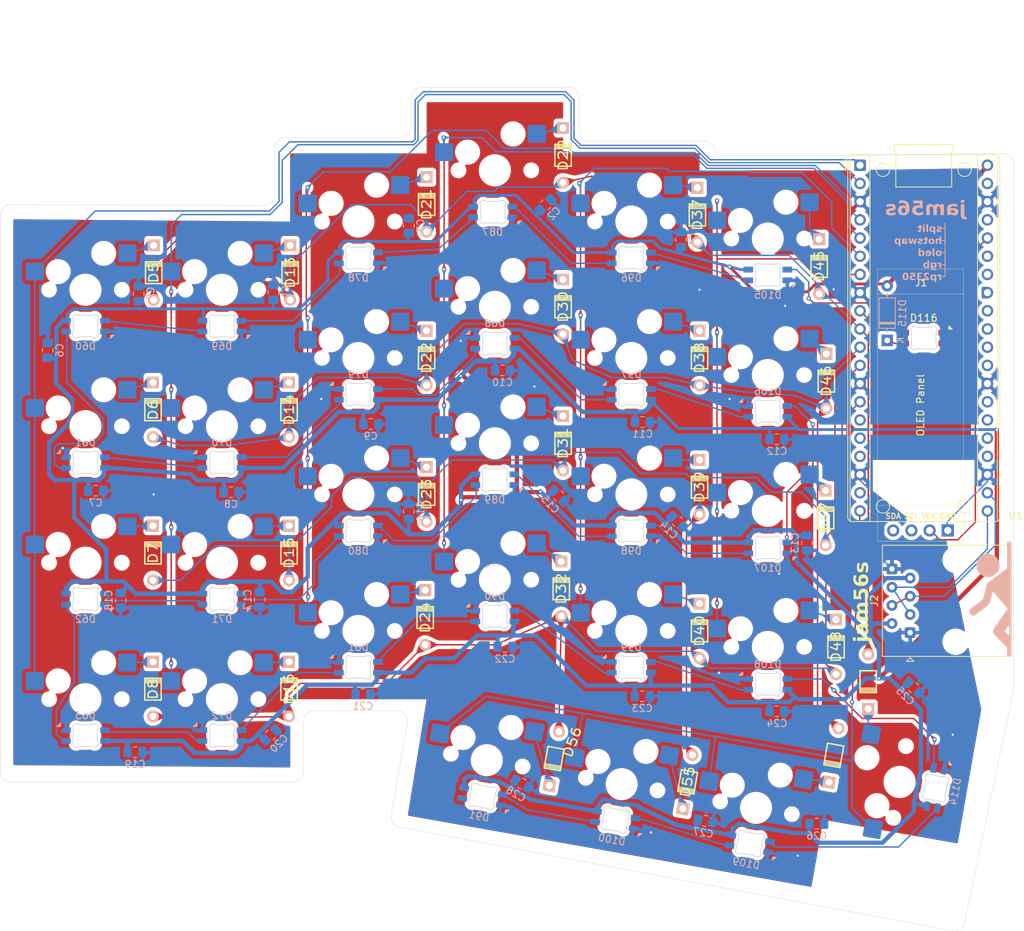
<source format=kicad_pcb>
(kicad_pcb (version 20240108) (generator "pcbnew") (generator_version "8.0")
  (layers (0 "F.Cu" signal) (31 "B.Cu" signal) (34 "B.Paste" user) (35 "F.Paste" user) (36 "B.SilkS" user "B.Silkscreen") (37 "F.SilkS" user "F.Silkscreen") (38 "B.Mask" user) (39 "F.Mask" user) (44 "Edge.Cuts" user))
  (net 0 "")
  (net 1 "Net-(D13-A)")
  (net 2 "Net-(D14-A)")
  (net 3 "Net-(D15-A)")
  (net 4 "Net-(D22-A)")
  (net 5 "Net-(D23-A)")
  (net 6 "Net-(D24-A)")
  (net 7 "MATRIX ROW 3")
  (net 8 "MATRIX ROW 2")
  (net 9 "MATRIX ROW 1")
  (net 10 "MATRIX ROW 0")
  (net 11 "GND")
  (net 12 "+5V")
  (net 13 "MATRIX COL 0")
  (net 14 "MATRIX COL 6")
  (net 15 "MATRIX COL 5")
  (net 16 "MATRIX COL 1")
  (net 17 "MATRIX COL 2")
  (net 18 "MATRIX COL 4")
  (net 19 "+3V3")
  (net 20 "MATRIX COL 3")
  (net 21 "Net-(D60-DOUT)")
  (net 22 "Net-(D61-DOUT)")
  (net 23 "Net-(D62-DOUT)")
  (net 24 "LED_DATA_L")
  (net 25 "Net-(D29-A)")
  (net 26 "Net-(D30-A)")
  (net 27 "Net-(D31-A)")
  (net 28 "Net-(D32-A)")
  (net 29 "Net-(D37-A)")
  (net 30 "Net-(D38-A)")
  (net 31 "Net-(D39-A)")
  (net 32 "Net-(D40-A)")
  (net 33 "Net-(D45-A)")
  (net 34 "Net-(D46-A)")
  (net 35 "Net-(D47-A)")
  (net 36 "Net-(D48-A)")
  (net 37 "Net-(D53-A)")
  (net 38 "Net-(D54-A)")
  (net 39 "Net-(D56-A)")
  (net 40 "Net-(D60-DIN)")
  (net 41 "Net-(D63-DOUT)")
  (net 42 "Net-(D62-DIN)")
  (net 43 "Net-(D69-DIN)")
  (net 44 "Net-(D71-DIN)")
  (net 45 "Net-(D70-DOUT)")
  (net 46 "Net-(D72-DOUT)")
  (net 47 "Net-(D78-DIN)")
  (net 48 "Net-(D80-DIN)")
  (net 49 "Net-(D79-DOUT)")
  (net 50 "Net-(D87-DIN)")
  (net 51 "Net-(D81-DOUT)")
  (net 52 "Net-(D89-DIN)")
  (net 53 "Net-(D88-DOUT)")
  (net 54 "Net-(D90-DOUT)")
  (net 55 "Net-(D105-DIN)")
  (net 56 "Net-(D108-DIN)")
  (net 57 "Net-(D109-DIN)")
  (net 58 "Net-(D100-DOUT)")
  (net 60 "Net-(D115-K)")
  (net 80 "Net-(D100-DIN)")
  (net 81 "Net-(D105-DOUT)")
  (net 82 "Net-(D107-DOUT)")
  (net 83 "Net-(D106-DIN)")
  (net 84 "Net-(D106-DOUT)")
  (net 85 "Net-(D108-DOUT)")
  (net 86 "Net-(D55-A)")
  (net 87 "Net-(D21-A)")
  (net 88 "Net-(D16-A)")
  (net 89 "Net-(D8-A)")
  (net 90 "Net-(D7-A)")
  (net 91 "Net-(D6-A)")
  (net 92 "Net-(D5-A)")
  (net 93 "LinkB_L")
  (net 94 "LinkA_L")
  (footprint "Keebio:Diode" (layer "F.Cu") (at 97.938401 319.1521 -100)
    (property "Reference" "D55")
    (property "Value" "D" (hide yes))
  )
  (footprint "Keebio:Diode" (layer "F.Cu") (at 61.500001 259.975 90)
    (property "Reference" "D22")
    (property "Value" "D" (hide yes))
  )
  (footprint "Keebio:Diode" (layer "F.Cu") (at 61.5 279.025001 90)
    (property "Reference" "D23")
    (property "Value" "D" (hide yes))
  )
  (footprint "Keebio:Diode" (layer "F.Cu") (at 42.3 267.2 90)
    (property "Reference" "D14")
    (property "Value" "D" (hide yes))
  )
  (footprint "Keebio:Diode" (layer "F.Cu") (at 23.3 287.200001 90)
    (property "Reference" "D7")
    (property "Value" "D" (hide yes))
  )
  (footprint "Keebio:Diode" (layer "F.Cu") (at 99.3 240.01 90)
    (property "Reference" "D37")
    (property "Value" "D" (hide yes))
  )
  (footprint "Keebio:Diode" (layer "F.Cu") (at 23.300001 306.200001 90)
    (property "Reference" "D8")
    (property "Value" "D" (hide yes))
  )
  (footprint "Keebio:Diode" (layer "F.Cu") (at 118.65 300.306301 90)
    (property "Reference" "D48")
    (property "Value" "D" (hide yes))
  )
  (footprint "Keebio:Diode" (layer "F.Cu") (at 99.6 259.975 90)
    (property "Reference" "D38")
    (property "Value" "D" (hide yes))
  )
  (footprint "Keebio:Diode" (layer "F.Cu") (at 23.3 267.2 90)
    (property "Reference" "D6")
    (property "Value" "D" (hide yes))
  )
  (footprint "Keebio:Diode" (layer "F.Cu") (at 80.550001 252.831201 90)
    (property "Reference" "D30")
    (property "Value" "D" (hide yes))
  )
  (footprint "Connector_RJ:RJ45_Amphenol_54602-x08_Horizontal" (layer "F.Cu") (at 129.000001 298.32 90)
    (property "Reference" "J2")
    (property "Value" "RJ45")
  )
  (footprint "Keebio:Diode" (layer "F.Cu") (at 42.3 287.200001 90)
    (property "Reference" "D15")
    (property "Value" "D" (hide yes))
  )
  (footprint "Keebio:Diode" (layer "F.Cu") (at 80.3 292.2 90)
    (property "Reference" "D32")
    (property "Value" "D" (hide yes))
  )
  (footprint "Keebio:Diode" (layer "F.Cu") (at 118.3384 315.4521 -100)
    (property "Reference" "D54" (hide yes))
    (property "Value" "D" (hide yes))
  )
  (footprint "Keebio:Diode" (layer "F.Cu") (at 80.55 231.6828 90)
    (property "Reference" "D29")
    (property "Value" "D" (hide yes))
  )
  (footprint "Keebio:Diode" (layer "F.Cu") (at 42.45 248.0687 90)
    (property "Reference" "D13")
    (property "Value" "D" (hide yes))
  )
  (footprint "Keebio:Diode" (layer "F.Cu") (at 23.400001 248.0687 90)
    (property "Reference" "D5")
    (property "Value" "D" (hide yes))
  )
  (footprint "Keebio:Diode" (layer "F.Cu") (at 117.300001 263.200001 90)
    (property "Reference" "D46")
    (property "Value" "D" (hide yes))
  )
  (footprint "Keebio:Diode" (layer "F.Cu") (at 61.300001 296.200001 90)
    (property "Reference" "D24")
    (property "Value" "D" (hide yes))
  )
  (footprint "Keebio:Diode" (layer "F.Cu") (at 117.2 282.300001 90)
    (property "Reference" "D47")
    (property "Value" "D" (hide yes))
  )
  (footprint "Keebio:Diode" (layer "F.Cu") (at 99.600001 298.075001 90)
    (property "Reference" "D40")
    (property "Value" "D" (hide yes))
  )
  (footprint "PCM_marbastlib-various:LED_6028R" (layer "F.Cu") (at 130.9 257.200001 180)
    (property "Reference" "D116")
    (property "Value" "SK6812MINI")
    (fp_line (start 1.699999 0.702841) (end 1.699999 -0.702843) (stroke (width 0.1)) (layer "Edge.Cuts"))
    (fp_line (start 0.794452 -1.5) (end -0.794453 -1.5) (stroke (width 0.1)) (layer "Edge.Cuts"))
    (fp_line (start -0.794452 1.499999) (end 0.794452 1.499999) (stroke (width 0.1)) (layer "Edge.Cuts"))
    (fp_line (start -1.699999 -0.702843) (end -1.699999 0.702841) (stroke (width 0.1)) (layer "Edge.Cuts"))
    (fp_arc (start 1.749484 0.91972) (mid 1.712509 0.814072) (end 1.699999 0.702842) (stroke (width 0.1)) (layer "Edge.Cuts"))
    (fp_arc (start 1.749484 0.91972) (mid 1.63807 1.504033) (end 1.046711 1.568296) (stroke (width 0.1)) (layer "Edge.Cuts"))
    (fp_arc (start 1.699999 -0.702843) (mid 1.712528 -0.814069) (end 1.749484 -0.919721) (stroke (width 0.1)) (layer "Edge.Cuts"))
    (fp_arc (start 1.046711 -1.5683) (mid 1.638072 -1.504036) (end 1.749484 -0.919721) (stroke (width 0.1)) (layer "Edge.Cuts"))
    (fp_arc (start 1.046711 -1.5683) (mid 0.925123 -1.517378) (end 0.794453 -1.500001) (stroke (width 0.1)) (layer "Edge.Cuts"))
    (fp_arc (start 0.794452 1.499999) (mid 0.925122 1.517376) (end 1.04671 1.568298) (stroke (width 0.1)) (layer "Edge.Cuts"))
    (fp_arc (start -0.794453 -1.5) (mid -0.925123 -1.517377) (end -1.046711 -1.568298) (stroke (width 0.1)) (layer "Edge.Cuts"))
    (fp_arc (start -1.046711 1.568298) (mid -0.925123 1.517376) (end -0.794452 1.499999) (stroke (width 0.1)) (layer "Edge.Cuts"))
    (fp_arc (start -1.046711 1.568298) (mid -1.638072 1.504034) (end -1.749484 0.919718) (stroke (width 0.1)) (layer "Edge.Cuts"))
    (fp_arc (start -1.699999 0.702841) (mid -1.712527 0.814067) (end -1.749484 0.91972) (stroke (width 0.1)) (layer "Edge.Cuts"))
    (fp_arc (start -1.749484 -0.919721) (mid -1.63807 -1.504034) (end -1.046711 -1.568298) (stroke (width 0.1)) (layer "Edge.Cuts"))
    (fp_arc (start -1.749484 -0.919721) (mid -1.712527 -0.814069) (end -1.699999 -0.702844) (stroke (width 0.1)) (layer "Edge.Cuts"))
  )
  (footprint "Module_RaspberryPi_Pico:RaspberryPi_Pico_Common_THT" (layer "F.Cu") (at 130.9 257.200001)
    (property "Reference" "U1")
    (property "Value" "Pico" (hide yes))
  )
  (footprint "Keebio:Diode" (layer "F.Cu") (at 42.3 306.200001 90)
    (property "Reference" "D16")
    (property "Value" "D" (hide yes))
  )
  (footprint "Keebio:Diode" (layer "F.Cu") (at 123.146447 305.153554 -90)
    (property "Reference" "D53" (hide yes))
    (property "Value" "D" (hide yes))
  )
  (footprint "Keebio:Diode" (layer "F.Cu") (at 99.6 278.010002 90)
    (property "Reference" "D39")
    (property "Value" "D" (hide yes))
  )
  (footprint "Keebio:Diode" (layer "F.Cu") (at 61.5 238.543701 90)
    (property "Reference" "D21")
    (property "Value" "D" (hide yes))
  )
  (footprint "Keebio:Diode" (layer "F.Cu") (at 79.300001 315.9 -100)
    (property "Reference" "D56")
    (property "Value" "D" (hide yes))
  )
  (footprint "Keebio:Diode" (layer "F.Cu") (at 116.3 247.200001 90)
    (property "Reference" "D45")
    (property "Value" "D" (hide yes))
  )
  (footprint "Library:SSD1306-0.91-OLED-4pin-128x32" (layer "F.Cu") (at 136.446447 247.553554 -90)
    (property "Reference" "J1")
    (property "Value" "OLED_128x32")
  )
  (footprint "Keebio:Diode" (layer "F.Cu") (at 80.550001 271.881201 90)
    (property "Reference" "D31")
    (property "Value" "D" (hide yes))
  )
  (footprint "Capacitor_SMD:C_0805_2012Metric_Pad1.18x1.45mm_HandSolder" (layer "B.Cu") (at 78.100001 238.6 45)
    (property "Reference" "C2")
    (property "Value" "C")
  )
  (footprint "Capacitor_SMD:C_0805_2012Metric_Pad1.18x1.45mm_HandSolder" (layer "B.Cu") (at 114.6 285.8 -90)
    (property "Reference" "C13")
    (property "Value" "C")
  )
  (footprint "MX_Hotswap:MX-Hotswap-1U" (layer "B.Cu") (at 32.925001 269.500001 180)
    (property "Reference" "S14")
    (property "Value" "SW_Push_45deg")
  )
  (footprint "Capacitor_SMD:C_0805_2012Metric_Pad1.18x1.45mm_HandSolder" (layer "B.Cu") (at 15.300001 278.500001)
    (property "Reference" "C7")
    (property "Value" "C")
  )
  (footprint "Capacitor_SMD:C_0805_2012Metric_Pad1.18x1.45mm_HandSolder" (layer "B.Cu") (at 79.933623 279.233624 -45)
    (property "Reference" "C15")
    (property "Value" "C")
  )
  (footprint "Capacitor_SMD:C_0805_2012Metric_Pad1.18x1.45mm_HandSolder" (layer "B.Cu") (at 115.9625 325.000001)
    (property "Reference" "C26")
    (property "Value" "C")
  )
  (footprint "PCM_marbastlib-various:LED_6028R" (layer "B.Cu") (at 13.875 293.630001 180)
    (property "Reference" "D62")
    (property "Value" "SK6812MINI")
    (fp_line (start 1.699999 0.702843) (end 1.699999 -0.702841) (stroke (width 0.1)) (layer "Edge.Cuts"))
    (fp_line (start 0.794452 -1.499999) (end -0.794452 -1.499999) (stroke (width 0.1)) (layer "Edge.Cuts"))
    (fp_line (start -0.794453 1.5) (end 0.794452 1.5) (stroke (width 0.1)) (layer "Edge.Cuts"))
    (fp_line (start -1.699999 -0.702841) (end -1.699999 0.702843) (stroke (width 0.1)) (layer "Edge.Cuts"))
    (fp_arc (start 1.749484 0.919721) (mid 1.712534 0.814067) (end 1.699999 0.702843) (stroke (width 0.1)) (layer "Edge.Cuts"))
    (fp_arc (start 1.749484 0.919721) (mid 1.638072 1.504036) (end 1.046711 1.5683) (stroke (width 0.1)) (layer "Edge.Cuts"))
    (fp_arc (start 1.699999 -0.702842) (mid 1.712536 -0.814066) (end 1.749484 -0.91972) (stroke (width 0.1)) (layer "Edge.Cuts"))
    (fp_arc (start 1.046711 -1.568296) (mid 1.638069 -1.504034) (end 1.749484 -0.91972) (stroke (width 0.1)) (layer "Edge.Cuts"))
    (fp_arc (start 1.04671 -1.568298) (mid 0.925122 -1.517376) (end 0.794452 -1.499999) (stroke (width 0.1)) (layer "Edge.Cuts"))
    (fp_arc (start 0.794453 1.500001) (mid 0.925123 1.517378) (end 1.046711 1.5683) (stroke (width 0.1)) (layer "Edge.Cuts"))
    (fp_arc (start -0.794452 -1.499999) (mid -0.925123 -1.517376) (end -1.046711 -1.568298) (stroke (width 0.1)) (layer "Edge.Cuts"))
    (fp_arc (start -1.046711 1.568298) (mid -0.925123 1.517376) (end -0.794453 1.5) (stroke (width 0.1)) (layer "Edge.Cuts"))
    (fp_arc (start -1.046711 1.568298) (mid -1.638071 1.504035) (end -1.749484 0.919721) (stroke (width 0.1)) (layer "Edge.Cuts"))
    (fp_arc (start -1.699999 0.702844) (mid -1.712527 0.814069) (end -1.749484 0.919721) (stroke (width 0.1)) (layer "Edge.Cuts"))
    (fp_arc (start -1.749484 -0.919718) (mid -1.638072 -1.504034) (end -1.046711 -1.568298) (stroke (width 0.1)) (layer "Edge.Cuts"))
    (fp_arc (start -1.749484 -0.91972) (mid -1.712527 -0.814067) (end -1.699999 -0.702841) (stroke (width 0.1)) (layer "Edge.Cuts"))
  )
  (footprint "PCM_marbastlib-various:LED_6028R" (layer "B.Cu") (at 90.075 265.055001)
    (property "Reference" "D97")
    (property "Value" "SK6812MINI")
    (fp_line (start -1.699999 -0.702841) (end -1.699999 0.702843) (stroke (width 0.1)) (layer "Edge.Cuts"))
    (fp_line (start -0.794453 1.5) (end 0.794452 1.5) (stroke (width 0.1)) (layer "Edge.Cuts"))
    (fp_line (start 0.794452 -1.499999) (end -0.794452 -1.499999) (stroke (width 0.1)) (layer "Edge.Cuts"))
    (fp_line (start 1.699999 0.702843) (end 1.699999 -0.702841) (stroke (width 0.1)) (layer "Edge.Cuts"))
    (fp_arc (start -1.749484 -0.91972) (mid -1.712527 -0.814067) (end -1.699999 -0.702841) (stroke (width 0.1)) (layer "Edge.Cuts"))
    (fp_arc (start -1.749484 -0.919718) (mid -1.638072 -1.504034) (end -1.046711 -1.568298) (stroke (width 0.1)) (layer "Edge.Cuts"))
    (fp_arc (start -1.699999 0.702844) (mid -1.712527 0.814069) (end -1.749484 0.919721) (stroke (width 0.1)) (layer "Edge.Cuts"))
    (fp_arc (start -1.046711 1.568298) (mid -1.638071 1.504035) (end -1.749484 0.919721) (stroke (width 0.1)) (layer "Edge.Cuts"))
    (fp_arc (start -1.046711 1.568298) (mid -0.925123 1.517376) (end -0.794453 1.5) (stroke (width 0.1)) (layer "Edge.Cuts"))
    (fp_arc (start -0.794452 -1.499999) (mid -0.925123 -1.517376) (end -1.046711 -1.568298) (stroke (width 0.1)) (layer "Edge.Cuts"))
    (fp_arc (start 0.794453 1.500001) (mid 0.925123 1.517378) (end 1.046711 1.5683) (stroke (width 0.1)) (layer "Edge.Cuts"))
    (fp_arc (start 1.04671 -1.568298) (mid 0.925122 -1.517376) (end 0.794452 -1.499999) (stroke (width 0.1)) (layer "Edge.Cuts"))
    (fp_arc (start 1.046711 -1.568296) (mid 1.638069 -1.504034) (end 1.749484 -0.91972) (stroke (width 0.1)) (layer "Edge.Cuts"))
    (fp_arc (start 1.699999 -0.702842) (mid 1.712536 -0.814066) (end 1.749484 -0.91972) (stroke (width 0.1)) (layer "Edge.Cuts"))
    (fp_arc (start 1.749484 0.919721) (mid 1.638072 1.504036) (end 1.046711 1.5683) (stroke (width 0.1)) (layer "Edge.Cuts"))
    (fp_arc (start 1.749484 0.919721) (mid 1.712534 0.814067) (end 1.699999 0.702843) (stroke (width 0.1)) (layer "Edge.Cuts"))
  )
  (footprint "MX_Hotswap:MX-Hotswap-1U" (layer "B.Cu") (at 51.975 259.975001 180)
    (property "Reference" "S22")
    (property "Value" "SW_Push_45deg")
  )
  (footprint "MX_Hotswap:MX-Hotswap-1U" (layer "B.Cu") (at 90.075 298.075001 180)
    (property "Reference" "S40")
    (property "Value" "SW_Push_45deg")
  )
  (footprint "Capacitor_SMD:C_0805_2012Metric_Pad1.18x1.45mm_HandSolder" (layer "B.Cu") (at 38.2 293.700001 -90)
    (property "Reference" "C17")
    (property "Value" "C")
  )
  (footprint "Capacitor_SMD:C_0805_2012Metric_Pad1.18x1.45mm_HandSolder" (layer "B.Cu") (at 129.500001 306.000001 -45)
    (property "Reference" "C25")
    (property "Value" "C")
  )
  (footprint "MX_Hotswap:MX-Hotswap-1U" (layer "B.Cu") (at 32.925001 288.550001 180)
    (property "Reference" "S15")
    (property "Value" "SW_Push_45deg")
  )
  (footprint "MX_Hotswap:MX-Hotswap-1U" (layer "B.Cu") (at 71.025001 290.931201 180)
    (property "Reference" "S32")
    (property "Value" "SW_Push_45deg")
  )
  (footprint "Capacitor_SMD:C_0805_2012Metric_Pad1.18x1.45mm_HandSolder" (layer "B.Cu") (at 59 241.500001 90)
    (property "Reference" "C3")
    (property "Value" "C")
  )
  (footprint "Capacitor_SMD:C_0805_2012Metric_Pad1.18x1.45mm_HandSolder" (layer "B.Cu") (at 18.8 293.800001 -90)
    (property "Reference" "C18")
    (property "Value" "C")
  )
  (footprint "Capacitor_SMD:C_0805_2012Metric_Pad1.18x1.45mm_HandSolder" (layer "B.Cu") (at 97.000001 243.462502 90)
    (property "Reference" "C1")
    (property "Value" "C")
  )
  (footprint "Capacitor_SMD:C_0805_2012Metric_Pad1.18x1.45mm_HandSolder" (layer "B.Cu") (at 53.700001 269.2)
    (property "Reference" "C9")
    (property "Value" "C")
  )
  (footprint "PCM_marbastlib-various:LED_6028R" (layer "B.Cu") (at 106.6033 327.775101 170)
    (property "Reference" "D109")
    (property "Value" "SK6812MINI")
    (fp_line (start 1.699999 0.702843) (end 1.699999 -0.702841) (stroke (width 0.1)) (layer "Edge.Cuts"))
    (fp_line (start 0.794452 -1.5) (end -0.794452 -1.499999) (stroke (width 0.1)) (layer "Edge.Cuts"))
    (fp_line (start -0.794454 1.5) (end 0.794453 1.5) (stroke (width 0.1)) (layer "Edge.Cuts"))
    (fp_line (start -1.7 -0.702841) (end -1.699999 0.702844) (stroke (width 0.1)) (layer "Edge.Cuts"))
    (fp_arc (start 1.699998 -0.702842) (mid 1.712532 -0.814067) (end 1.749484 -0.919719) (stroke (width 0.1)) (layer "Edge.Cuts"))
    (fp_arc (start 1.749484 0.919721) (mid 1.712517 0.814072) (end 1.699999 0.702843) (stroke (width 0.1)) (layer "Edge.Cuts"))
    (fp_arc (start 1.749484 0.919721) (mid 1.638071 1.504037) (end 1.046711 1.568299) (stroke (width 0.1)) (layer "Edge.Cuts"))
    (fp_arc (start 1.046711 -1.568296) (mid 1.638069 -1.504034) (end 1.749484 -0.919719) (stroke (width 0.1)) (layer "Edge.Cuts"))
    (fp_arc (start 1.046711 -1.568298) (mid 0.925123 -1.517378) (end 0.794452 -1.5) (stroke (width 0.1)) (layer "Edge.Cuts"))
    (fp_arc (start 0.794453 1.500001) (mid 0.925122 1.517381) (end 1.046711 1.568299) (stroke (width 0.1)) (layer "Edge.Cuts"))
    (fp_arc (start -0.794452 -1.499999) (mid -0.925122 -1.517379) (end -1.046711 -1.568298) (stroke (width 0.1)) (layer "Edge.Cuts"))
    (fp_arc (start -1.046711 1.568299) (mid -0.925124 1.517377) (end -0.794454 1.5) (stroke (width 0.1)) (layer "Edge.Cuts"))
    (fp_arc (start -1.046711 1.568299) (mid -1.638072 1.504037) (end -1.749484 0.919721) (stroke (width 0.1)) (layer "Edge.Cuts"))
    (fp_arc (start -1.749484 -0.919718) (mid -1.638071 -1.504033) (end -1.046711 -1.568298) (stroke (width 0.1)) (layer "Edge.Cuts"))
    (fp_arc (start -1.749484 -0.91972) (mid -1.712526 -0.814067) (end -1.7 -0.702841) (stroke (width 0.1)) (layer "Edge.Cuts"))
    (fp_arc (start -1.699999 0.702844) (mid -1.712532 0.814069) (end -1.749484 0.919721) (stroke (width 0.1)) (layer "Edge.Cuts"))
  )
  (footprint "MX_Hotswap:MX-Hotswap-1U" (layer "B.Cu") (at 13.875001 307.600001 180)
    (property "Reference" "S8")
    (property "Value" "SW_Push_45deg")
  )
  (footprint "PCM_marbastlib-various:LED_6028R" (layer "B.Cu") (at 70.731201 239.611201 180)
    (property "Reference" "D87")
    (property "Value" "SK6812MINI")
    (fp_line (start 1.699999 0.702843) (end 1.699999 -0.702841) (stroke (width 0.1)) (layer "Edge.Cuts"))
    (fp_line (start 0.794452 -1.499999) (end -0.794452 -1.499999) (stroke (width 0.1)) (layer "Edge.Cuts"))
    (fp_line (start -0.794453 1.5) (end 0.794452 1.5) (stroke (width 0.1)) (layer "Edge.Cuts"))
    (fp_line (start -1.699999 -0.702841) (end -1.699999 0.702843) (stroke (width 0.1)) (layer "Edge.Cuts"))
    (fp_arc (start 1.749484 0.919721) (mid 1.712534 0.814067) (end 1.699999 0.702843) (stroke (width 0.1)) (layer "Edge.Cuts"))
    (fp_arc (start 1.749484 0.919721) (mid 1.638072 1.504036) (end 1.046711 1.5683) (stroke (width 0.1)) (layer "Edge.Cuts"))
    (fp_arc (start 1.699999 -0.702842) (mid 1.712536 -0.814066) (end 1.749484 -0.91972) (stroke (width 0.1)) (layer "Edge.Cuts"))
    (fp_arc (start 1.046711 -1.568296) (mid 1.638069 -1.504034) (end 1.749484 -0.91972) (stroke (width 0.1)) (layer "Edge.Cuts"))
    (fp_arc (start 1.04671 -1.568298) (mid 0.925122 -1.517376) (end 0.794452 -1.499999) (stroke (width 0.1)) (layer "Edge.Cuts"))
    (fp_arc (start 0.794453 1.500001) (mid 0.925123 1.517378) (end 1.046711 1.5683) (stroke (width 0.1)) (layer "Edge.Cuts"))
    (fp_arc (start -0.794452 -1.499999) (mid -0.925123 -1.517376) (end -1.046711 -1.568298) (stroke (width 0.1)) (layer "Edge.Cuts"))
    (fp_arc (start -1.046711 1.568298) (mid -0.925123 1.517376) (end -0.794453 1.5) (stroke (width 0.1)) (layer "Edge.Cuts"))
    (fp_arc (start -1.046711 1.568298) (mid -1.638071 1.504035) (end -1.749484 0.919721) (stroke (width 0.1)) (layer "Edge.Cuts"))
    (fp_arc (start -1.699999 0.702844) (mid -1.712527 0.814069) (end -1.749484 0.919721) (stroke (width 0.1)) (layer "Edge.Cuts"))
    (fp_arc (start -1.749484 -0.919718) (mid -1.638072 -1.504034) (end -1.046711 -1.568298) (stroke (width 0.1)) (layer "Edge.Cuts"))
    (fp_arc (start -1.749484 -0.91972) (mid -1.712527 -0.814067) (end -1.699999 -0.702841) (stroke (width 0.1)) (layer "Edge.Cuts"))
  )
  (footprint "Capacitor_SMD:C_0805_2012Metric_Pad1.18x1.45mm_HandSolder" (layer "B.Cu") (at 8.6 258.9 90)
    (property "Reference" "C6")
    (property "Value" "C")
  )
  (footprint "PCM_marbastlib-various:LED_6028R" (layer "B.Cu") (at 69.3 321.2 170)
    (property "Reference" "D91")
    (property "Value" "SK6812MINI")
    (fp_line (start 1.699999 0.702843) (end 1.699999 -0.702841) (stroke (width 0.1)) (layer "Edge.Cuts"))
    (fp_line (start 0.794452 -1.5) (end -0.794452 -1.499999) (stroke (width 0.1)) (layer "Edge.Cuts"))
    (fp_line (start -0.794454 1.5) (end 0.794453 1.5) (stroke (width 0.1)) (layer "Edge.Cuts"))
    (fp_line (start -1.7 -0.702841) (end -1.699999 0.702844) (stroke (width 0.1)) (layer "Edge.Cuts"))
    (fp_arc (start 1.699998 -0.702842) (mid 1.712532 -0.814067) (end 1.749484 -0.919719) (stroke (width 0.1)) (layer "Edge.Cuts"))
    (fp_arc (start 1.749484 0.919721) (mid 1.712517 0.814072) (end 1.699999 0.702843) (stroke (width 0.1)) (layer "Edge.Cuts"))
    (fp_arc (start 1.749484 0.919721) (mid 1.638071 1.504037) (end 1.046711 1.568299) (stroke (width 0.1)) (layer "Edge.Cuts"))
    (fp_arc (start 1.046711 -1.568296) (mid 1.638069 -1.504034) (end 1.749484 -0.919719) (stroke (width 0.1)) (layer "Edge.Cuts"))
    (fp_arc (start 1.046711 -1.568298) (mid 0.925123 -1.517378) (end 0.794452 -1.5) (stroke (width 0.1)) (layer "Edge.Cuts"))
    (fp_arc (start 0.794453 1.500001) (mid 0.925122 1.517381) (end 1.046711 1.568299) (stroke (width 0.1)) (layer "Edge.Cuts"))
    (fp_arc (start -0.794452 -1.499999) (mid -0.925122 -1.517379) (end -1.046711 -1.568298) (stroke (width 0.1)) (layer "Edge.Cuts"))
    (fp_arc (start -1.046711 1.568299) (mid -0.925124 1.517377) (end -0.794454 1.5) (stroke (width 0.1)) (layer "Edge.Cuts"))
    (fp_arc (start -1.046711 1.568299) (mid -1.638072 1.504037) (end -1.749484 0.919721) (stroke (width 0.1)) (layer "Edge.Cuts"))
    (fp_arc (start -1.749484 -0.919718) (mid -1.638071 -1.504033) (end -1.046711 -1.568298) (stroke (width 0.1)) (layer "Edge.Cuts"))
    (fp_arc (start -1.749484 -0.91972) (mid -1.712526 -0.814067) (end -1.7 -0.702841) (stroke (width 0.1)) (layer "Edge.Cuts"))
    (fp_arc (start -1.699999 0.702844) (mid -1.712532 0.814069) (end -1.749484 0.919721) (stroke (width 0.1)) (layer "Edge.Cuts"))
  )
  (footprint "PCM_marbastlib-various:LED_6028R" (layer "B.Cu") (at 51.975 265.055001)
    (property "Reference" "D79")
    (property "Value" "SK6812MINI")
    (fp_line (start -1.699999 -0.702841) (end -1.699999 0.702843) (stroke (width 0.1)) (layer "Edge.Cuts"))
    (fp_line (start -0.794453 1.5) (end 0.794452 1.5) (stroke (width 0.1)) (layer "Edge.Cuts"))
    (fp_line (start 0.794452 -1.499999) (end -0.794452 -1.499999) (stroke (width 0.1)) (layer "Edge.Cuts"))
    (fp_line (start 1.699999 0.702843) (end 1.699999 -0.702841) (stroke (width 0.1)) (layer "Edge.Cuts"))
    (fp_arc (start -1.749484 -0.91972) (mid -1.712527 -0.814067) (end -1.699999 -0.702841) (stroke (width 0.1)) (layer "Edge.Cuts"))
    (fp_arc (start -1.749484 -0.919718) (mid -1.638072 -1.504034) (end -1.046711 -1.568298) (stroke (width 0.1)) (layer "Edge.Cuts"))
    (fp_arc (start -1.699999 0.702844) (mid -1.712527 0.814069) (end -1.749484 0.919721) (stroke (width 0.1)) (layer "Edge.Cuts"))
    (fp_arc (start -1.046711 1.568298) (mid -1.638071 1.504035) (end -1.749484 0.919721) (stroke (width 0.1)) (layer "Edge.Cuts"))
    (fp_arc (start -1.046711 1.568298) (mid -0.925123 1.517376) (end -0.794453 1.5) (stroke (width 0.1)) (layer "Edge.Cuts"))
    (fp_arc (start -0.794452 -1.499999) (mid -0.925123 -1.517376) (end -1.046711 -1.568298) (stroke (width 0.1)) (layer "Edge.Cuts"))
    (fp_arc (start 0.794453 1.500001) (mid 0.925123 1.517378) (end 1.046711 1.5683) (stroke (width 0.1)) (layer "Edge.Cuts"))
    (fp_arc (start 1.04671 -1.568298) (mid 0.925122 -1.517376) (end 0.794452 -1.499999) (stroke (width 0.1)) (layer "Edge.Cuts"))
    (fp_arc (start 1.046711 -1.568296) (mid 1.638069 -1.504034) (end 1.749484 -0.91972) (stroke (width 0.1)) (layer "Edge.Cuts"))
    (fp_arc (start 1.699999 -0.702842) (mid 1.712536 -0.814066) (end 1.749484 -0.91972) (stroke (width 0.1)) (layer "Edge.Cuts"))
    (fp_arc (start 1.749484 0.919721) (mid 1.638072 1.504036) (end 1.046711 1.5683) (stroke (width 0.1)) (layer "Edge.Cuts"))
    (fp_arc (start 1.749484 0.919721) (mid 1.712534 0.814067) (end 1.699999 0.702843) (stroke (width 0.1)) (layer "Edge.Cuts"))
  )
  (footprint "Capacitor_SMD:C_0805_2012Metric_Pad1.18x1.45mm_HandSolder" (layer "B.Cu") (at 34.2 278.7)
    (property "Reference" "C8")
    (property "Value" "C")
  )
  (footprint "Capacitor_SMD:C_0805_2012Metric_Pad1.18x1.45mm_HandSolder" (layer "B.Cu") (at 91.6375 268.9)
    (property "Reference" "C11")
    (property "Value" "C")
  )
  (footprint "MX_Hotswap:MX-Hotswap-1U" (layer "B.Cu") (at 71.025 252.8312 180)
    (property "Reference" "S30")
    (property "Value" "SW_Push_45deg")
  )
  (footprint "PCM_marbastlib-various:LED_6028R" (layer "B.Cu") (at 32.925001 293.63 180)
    (property "Reference" "D71")
    (property "Value" "SK6812MINI")
    (fp_line (start 1.699999 0.702843) (end 1.699999 -0.702841) (stroke (width 0.1)) (layer "Edge.Cuts"))
    (fp_line (start 0.794452 -1.499999) (end -0.794452 -1.499999) (stroke (width 0.1)) (layer "Edge.Cuts"))
    (fp_line (start -0.794453 1.5) (end 0.794452 1.5) (stroke (width 0.1)) (layer "Edge.Cuts"))
    (fp_line (start -1.699999 -0.702841) (end -1.699999 0.702843) (stroke (width 0.1)) (layer "Edge.Cuts"))
    (fp_arc (start 1.749484 0.919721) (mid 1.712534 0.814067) (end 1.699999 0.702843) (stroke (width 0.1)) (layer "Edge.Cuts"))
    (fp_arc (start 1.749484 0.919721) (mid 1.638072 1.504036) (end 1.046711 1.5683) (stroke (width 0.1)) (layer "Edge.Cuts"))
    (fp_arc (start 1.699999 -0.702842) (mid 1.712536 -0.814066) (end 1.749484 -0.91972) (stroke (width 0.1)) (layer "Edge.Cuts"))
    (fp_arc (start 1.046711 -1.568296) (mid 1.638069 -1.504034) (end 1.749484 -0.91972) (stroke (width 0.1)) (layer "Edge.Cuts"))
    (fp_arc (start 1.04671 -1.568298) (mid 0.925122 -1.517376) (end 0.794452 -1.499999) (stroke (width 0.1)) (layer "Edge.Cuts"))
    (fp_arc (start 0.794453 1.500001) (mid 0.925123 1.517378) (end 1.046711 1.5683) (stroke (width 0.1)) (layer "Edge.Cuts"))
    (fp_arc (start -0.794452 -1.499999) (mid -0.925123 -1.517376) (end -1.046711 -1.568298) (stroke (width 0.1)) (layer "Edge.Cuts"))
    (fp_arc (start -1.046711 1.568298) (mid -0.925123 1.517376) (end -0.794453 1.5) (stroke (width 0.1)) (layer "Edge.Cuts"))
    (fp_arc (start -1.046711 1.568298) (mid -1.638071 1.504035) (end -1.749484 0.919721) (stroke (width 0.1)) (layer "Edge.Cuts"))
    (fp_arc (start -1.699999 0.702844) (mid -1.712527 0.814069) (end -1.749484 0.919721) (stroke (width 0.1)) (layer "Edge.Cuts"))
    (fp_arc (start -1.749484 -0.919718) (mid -1.638072 -1.504034) (end -1.046711 -1.568298) (stroke (width 0.1)) (layer "Edge.Cuts"))
    (fp_arc (start -1.749484 -0.91972) (mid -1.712527 -0.814067) (end -1.699999 -0.702841) (stroke (width 0.1)) (layer "Edge.Cuts"))
  )
  (footprint "PCM_marbastlib-various:LED_6028R" (layer "B.Cu") (at 51.975 284.105 180)
    (property "Reference" "D80")
    (property "Value" "SK6812MINI")
    (fp_line (start 1.699999 0.702843) (end 1.699999 -0.702841) (stroke (width 0.1)) (layer "Edge.Cuts"))
    (fp_line (start 0.794452 -1.499999) (end -0.794452 -1.499999) (stroke (width 0.1)) (layer "Edge.Cuts"))
    (fp_line (start -0.794453 1.5) (end 0.794452 1.5) (stroke (width 0.1)) (layer "Edge.Cuts"))
    (fp_line (start -1.699999 -0.702841) (end -1.699999 0.702843) (stroke (width 0.1)) (layer "Edge.Cuts"))
    (fp_arc (start 1.749484 0.919721) (mid 1.712534 0.814067) (end 1.699999 0.702843) (stroke (width 0.1)) (layer "Edge.Cuts"))
    (fp_arc (start 1.749484 0.919721) (mid 1.638072 1.504036) (end 1.046711 1.5683) (stroke (width 0.1)) (layer "Edge.Cuts"))
    (fp_arc (start 1.699999 -0.702842) (mid 1.712536 -0.814066) (end 1.749484 -0.91972) (stroke (width 0.1)) (layer "Edge.Cuts"))
    (fp_arc (start 1.046711 -1.568296) (mid 1.638069 -1.504034) (end 1.749484 -0.91972) (stroke (width 0.1)) (layer "Edge.Cuts"))
    (fp_arc (start 1.04671 -1.568298) (mid 0.925122 -1.517376) (end 0.794452 -1.499999) (stroke (width 0.1)) (layer "Edge.Cuts"))
    (fp_arc (start 0.794453 1.500001) (mid 0.925123 1.517378) (end 1.046711 1.5683) (stroke (width 0.1)) (layer "Edge.Cuts"))
    (fp_arc (start -0.794452 -1.499999) (mid -0.925123 -1.517376) (end -1.046711 -1.568298) (stroke (width 0.1)) (layer "Edge.Cuts"))
    (fp_arc (start -1.046711 1.568298) (mid -0.925123 1.517376) (end -0.794453 1.5) (stroke (width 0.1)) (layer "Edge.Cuts"))
    (fp_arc (start -1.046711 1.568298) (mid -1.638071 1.504035) (end -1.749484 0.919721) (stroke (width 0.1)) (layer "Edge.Cuts"))
    (fp_arc (start -1.699999 0.702844) (mid -1.712527 0.814069) (end -1.749484 0.919721) (stroke (width 0.1)) (layer "Edge.Cuts"))
    (fp_arc (start -1.749484 -0.919718) (mid -1.638072 -1.504034) (end -1.046711 -1.568298) (stroke (width 0.1)) (layer "Edge.Cuts"))
    (fp_arc (start -1.749484 -0.91972) (mid -1.712527 -0.814067) (end -1.699999 -0.702841) (stroke (width 0.1)) (layer "Edge.Cuts"))
  )
  (footprint "MX_Hotswap:MX-Hotswap-1U" (layer "B.Cu") (at 109.125 300.306301 180)
    (property "Reference" "S48")
    (property "Value" "SW_Push_45deg")
  )
  (footprint "PCM_marbastlib-various:LED_6028R" (layer "B.Cu") (at 87.8427 324.467101 170)
    (property "Reference" "D100")
    (property "Value" "SK6812MINI")
    (fp_line (start 1.699999 0.702843) (end 1.699999 -0.702841) (stroke (width 0.1)) (layer "Edge.Cuts"))
    (fp_line (start 0.794452 -1.5) (end -0.794452 -1.499999) (stroke (width 0.1)) (layer "Edge.Cuts"))
    (fp_line (start -0.794454 1.5) (end 0.794453 1.5) (stroke (width 0.1)) (layer "Edge.Cuts"))
    (fp_line (start -1.7 -0.702841) (end -1.699999 0.702844) (stroke (width 0.1)) (layer "Edge.Cuts"))
    (fp_arc (start 1.699998 -0.702842) (mid 1.712532 -0.814067) (end 1.749484 -0.919719) (stroke (width 0.1)) (layer "Edge.Cuts"))
    (fp_arc (start 1.749484 0.919721) (mid 1.712517 0.814072) (end 1.699999 0.702843) (stroke (width 0.1)) (layer "Edge.Cuts"))
    (fp_arc (start 1.749484 0.919721) (mid 1.638071 1.504037) (end 1.046711 1.568299) (stroke (width 0.1)) (layer "Edge.Cuts"))
    (fp_arc (start 1.046711 -1.568296) (mid 1.638069 -1.504034) (end 1.749484 -0.919719) (stroke (width 0.1)) (layer "Edge.Cuts"))
    (fp_arc (start 1.046711 -1.568298) (mid 0.925123 -1.517378) (end 0.794452 -1.5) (stroke (width 0.1)) (layer "Edge.Cuts"))
    (fp_arc (start 0.794453 1.500001) (mid 0.925122 1.517381) (end 1.046711 1.568299) (stroke (width 0.1)) (layer "Edge.Cuts"))
    (fp_arc (start -0.794452 -1.499999) (mid -0.925122 -1.517379) (end -1.046711 -1.568298) (stroke (width 0.1)) (layer "Edge.Cuts"))
    (fp_arc (start -1.046711 1.568299) (mid -0.925124 1.517377) (end -0.794454 1.5) (stroke (width 0.1)) (layer "Edge.Cuts"))
    (fp_arc (start -1.046711 1.568299) (mid -1.638072 1.504037) (end -1.749484 0.919721) (stroke (width 0.1)) (layer "Edge.Cuts"))
    (fp_arc (start -1.749484 -0.919718) (mid -1.638071 -1.504033) (end -1.046711 -1.568298) (stroke (width 0.1)) (layer "Edge.Cuts"))
    (fp_arc (start -1.749484 -0.91972) (mid -1.712526 -0.814067) (end -1.7 -0.702841) (stroke (width 0.1)) (layer "Edge.Cuts"))
    (fp_arc (start -1.699999 0.702844) (mid -1.712532 0.814069) (end -1.749484 0.919721) (stroke (width 0.1)) (layer "Edge.Cuts"))
  )
  (footprint "PCM_marbastlib-various:LED_6028R" (layer "B.Cu") (at 32.925 312.680001)
    (property "Reference" "D72")
    (property "Value" "SK6812MINI")
    (fp_line (start -1.699999 -0.702841) (end -1.699999 0.702843) (stroke (width 0.1)) (layer "Edge.Cuts"))
    (fp_line (start -0.794453 1.5) (end 0.794452 1.5) (stroke (width 0.1)) (layer "Edge.Cuts"))
    (fp_line (start 0.794452 -1.499999) (end -0.794452 -1.499999) (stroke (width 0.1)) (layer "Edge.Cuts"))
    (fp_line (start 1.699999 0.702843) (end 1.699999 -0.702841) (stroke (width 0.1)) (layer "Edge.Cuts"))
    (fp_arc (start -1.749484 -0.91972) (mid -1.712527 -0.814067) (end -1.699999 -0.702841) (stroke (width 0.1)) (layer "Edge.Cuts"))
    (fp_arc (start -1.749484 -0.919718) (mid -1.638072 -1.504034) (end -1.046711 -1.568298) (stroke (width 0.1)) (layer "Edge.Cuts"))
    (fp_arc (start -1.699999 0.702844) (mid -1.712527 0.814069) (end -1.749484 0.919721) (stroke (width 0.1)) (layer "Edge.Cuts"))
    (fp_arc (start -1.046711 1.568298) (mid -1.638071 1.504035) (end -1.749484 0.919721) (stroke (width 0.1)) (layer "Edge.Cuts"))
    (fp_arc (start -1.046711 1.568298) (mid -0.925123 1.517376) (end -0.794453 1.5) (stroke (width 0.1)) (layer "Edge.Cuts"))
    (fp_arc (start -0.794452 -1.499999) (mid -0.925123 -1.517376) (end -1.046711 -1.568298) (stroke (width 0.1)) (layer "Edge.Cuts"))
    (fp_arc (start 0.794453 1.500001) (mid 0.925123 1.517378) (end 1.046711 1.5683) (stroke (width 0.1)) (layer "Edge.Cuts"))
    (fp_arc (start 1.04671 -1.568298) (mid 0.925122 -1.517376) (end 0.794452 -1.499999) (stroke (width 0.1)) (layer "Edge.Cuts"))
    (fp_arc (start 1.046711 -1.568296) (mid 1.638069 -1.504034) (end 1.749484 -0.91972) (stroke (width 0.1)) (layer "Edge.Cuts"))
    (fp_arc (start 1.699999 -0.702842) (mid 1.712536 -0.814066) (end 1.749484 -0.91972) (stroke (width 0.1)) (layer "Edge.Cuts"))
    (fp_arc (start 1.749484 0.919721) (mid 1.638072 1.504036) (end 1.046711 1.5683) (stroke (width 0.1)) (layer "Edge.Cuts"))
    (fp_arc (start 1.749484 0.919721) (mid 1.712534 0.814067) (end 1.699999 0.702843) (stroke (width 0.1)) (layer "Edge.Cuts"))
  )
  (footprint "Capacitor_SMD:C_0805_2012Metric_Pad1.18x1.45mm_HandSolder" (layer "B.Cu") (at 21.3 251.000001 90)
    (property "Reference" "C5")
    (property "Value" "C")
  )
  (footprint "PCM_marbastlib-various:LED_6028R" (layer "B.Cu") (at 13.875001 274.58)
    (property "Reference" "D61")
    (property "Value" "SK6812MINI")
    (fp_line (start -1.699999 -0.702841) (end -1.699999 0.702843) (stroke (width 0.1)) (layer "Edge.Cuts"))
    (fp_line (start -0.794453 1.5) (end 0.794452 1.5) (stroke (width 0.1)) (layer "Edge.Cuts"))
    (fp_line (start 0.794452 -1.499999) (end -0.794452 -1.499999) (stroke (width 0.1)) (layer "Edge.Cuts"))
    (fp_line (start 1.699999 0.702843) (end 1.699999 -0.702841) (stroke (width 0.1)) (layer "Edge.Cuts"))
    (fp_arc (start -1.749484 -0.91972) (mid -1.712527 -0.814067) (end -1.699999 -0.702841) (stroke (width 0.1)) (layer "Edge.Cuts"))
    (fp_arc (start -1.749484 -0.919718) (mid -1.638072 -1.504034) (end -1.046711 -1.568298) (stroke (width 0.1)) (layer "Edge.Cuts"))
    (fp_arc (start -1.699999 0.702844) (mid -1.712527 0.814069) (end -1.749484 0.919721) (stroke (width 0.1)) (layer "Edge.Cuts"))
    (fp_arc (start -1.046711 1.568298) (mid -1.638071 1.504035) (end -1.749484 0.919721) (stroke (width 0.1)) (layer "Edge.Cuts"))
    (fp_arc (start -1.046711 1.568298) (mid -0.925123 1.517376) (end -0.794453 1.5) (stroke (width 0.1)) (layer "Edge.Cuts"))
    (fp_arc (start -0.794452 -1.499999) (mid -0.925123 -1.517376) (end -1.046711 -1.568298) (stroke (width 0.1)) (layer "Edge.Cuts"))
    (fp_arc (start 0.794453 1.500001) (mid 0.925123 1.517378) (end 1.046711 1.5683) (stroke (width 0.1)) (layer "Edge.Cuts"))
    (fp_arc (start 1.04671 -1.568298) (mid 0.925122 -1.517376) (end 0.794452 -1.499999) (stroke (width 0.1)) (layer "Edge.Cuts"))
    (fp_arc (start 1.046711 -1.568296) (mid 1.638069 -1.504034) (end 1.749484 -0.91972) (stroke (width 0.1)) (layer "Edge.Cuts"))
    (fp_arc (start 1.699999 -0.702842) (mid 1.712536 -0.814066) (end 1.749484 -0.91972) (stroke (width 0.1)) (layer "Edge.Cuts"))
    (fp_arc (start 1.749484 0.919721) (mid 1.638072 1.504036) (end 1.046711 1.5683) (stroke (width 0.1)) (layer "Edge.Cuts"))
    (fp_arc (start 1.749484 0.919721) (mid 1.712534 0.814067) (end 1.699999 0.702843) (stroke (width 0.1)) (layer "Edge.Cuts"))
  )
  (footprint "MX_Hotswap:MX-Hotswap-1U" (layer "B.Cu") (at 51.975 298.075001 180)
    (property "Reference" "S24")
    (property "Value" "SW_Push_45deg")
  )
  (footprint "MX_Hotswap:MX-Hotswap-1U" (layer "B.Cu") (at 71.025 233.781201 180)
    (property "Reference" "S29")
    (property "Value" "SW_Push_45deg")
  )
  (footprint "PCM_marbastlib-various:LED_6028R" (layer "B.Cu") (at 51.975001 303.155001)
    (property "Reference" "D81")
    (property "Value" "SK6812MINI")
    (fp_line (start -1.699999 -0.702841) (end -1.699999 0.702843) (stroke (width 0.1)) (layer "Edge.Cuts"))
    (fp_line (start -0.794453 1.5) (end 0.794452 1.5) (stroke (width 0.1)) (layer "Edge.Cuts"))
    (fp_line (start 0.794452 -1.499999) (end -0.794452 -1.499999) (stroke (width 0.1)) (layer "Edge.Cuts"))
    (fp_line (start 1.699999 0.702843) (end 1.699999 -0.702841) (stroke (width 0.1)) (layer "Edge.Cuts"))
    (fp_arc (start -1.749484 -0.91972) (mid -1.712527 -0.814067) (end -1.699999 -0.702841) (stroke (width 0.1)) (layer "Edge.Cuts"))
    (fp_arc (start -1.749484 -0.919718) (mid -1.638072 -1.504034) (end -1.046711 -1.568298) (stroke (width 0.1)) (layer "Edge.Cuts"))
    (fp_arc (start -1.699999 0.702844) (mid -1.712527 0.814069) (end -1.749484 0.919721) (stroke (width 0.1)) (layer "Edge.Cuts"))
    (fp_arc (start -1.046711 1.568298) (mid -1.638071 1.504035) (end -1.749484 0.919721) (stroke (width 0.1)) (layer "Edge.Cuts"))
    (fp_arc (start -1.046711 1.568298) (mid -0.925123 1.517376) (end -0.794453 1.5) (stroke (width 0.1)) (layer "Edge.Cuts"))
    (fp_arc (start -0.794452 -1.499999) (mid -0.925123 -1.517376) (end -1.046711 -1.568298) (stroke (width 0.1)) (layer "Edge.Cuts"))
    (fp_arc (start 0.794453 1.500001) (mid 0.925123 1.517378) (end 1.046711 1.5683) (stroke (width 0.1)) (layer "Edge.Cuts"))
    (fp_arc (start 1.04671 -1.568298) (mid 0.925122 -1.517376) (end 0.794452 -1.499999) (stroke (width 0.1)) (layer "Edge.Cuts"))
    (fp_arc (start 1.046711 -1.568296) (mid 1.638069 -1.504034) (end 1.749484 -0.91972) (stroke (width 0.1)) (layer "Edge.Cuts"))
    (fp_arc (start 1.699999 -0.702842) (mid 1.712536 -0.814066) (end 1.749484 -0.91972) (stroke (width 0.1)) (layer "Edge.Cuts"))
    (fp_arc (start 1.749484 0.919721) (mid 1.638072 1.504036) (end 1.046711 1.5683) (stroke (width 0.1)) (layer "Edge.Cuts"))
    (fp_arc (start 1.749484 0.919721) (mid 1.712534 0.814067) (end 1.699999 0.702843) (stroke (width 0.1)) (layer "Edge.Cuts"))
  )
  (footprint "MX_Hotswap:MX-Hotswap-1U" (layer "B.Cu") (at 13.875001 288.550001 180)
    (property "Reference" "S7")
    (property "Value" "SW_Push_45deg")
  )
  (footprint "MX_Hotswap:MX-Hotswap-1U" (layer "B.Cu") (at 109.125 281.306301 180)
    (property "Reference" "S47")
    (property "Value" "SW_Push_45deg")
  )
  (footprint "PCM_marbastlib-various:LED_6028R" (layer "B.Cu") (at 13.875 312.680001)
    (property "Reference" "D63")
    (property "Value" "SK6812MINI")
    (fp_line (start -1.699999 -0.702841) (end -1.699999 0.702843) (stroke (width 0.1)) (layer "Edge.Cuts"))
    (fp_line (start -0.794453 1.5) (end 0.794452 1.5) (stroke (width 0.1)) (layer "Edge.Cuts"))
    (fp_line (start 0.794452 -1.499999) (end -0.794452 -1.499999) (stroke (width 0.1)) (layer "Edge.Cuts"))
    (fp_line (start 1.699999 0.702843) (end 1.699999 -0.702841) (stroke (width 0.1)) (layer "Edge.Cuts"))
    (fp_arc (start -1.749484 -0.91972) (mid -1.712527 -0.814067) (end -1.699999 -0.702841) (stroke (width 0.1)) (layer "Edge.Cuts"))
    (fp_arc (start -1.749484 -0.919718) (mid -1.638072 -1.504034) (end -1.046711 -1.568298) (stroke (width 0.1)) (layer "Edge.Cuts"))
    (fp_arc (start -1.699999 0.702844) (mid -1.712527 0.814069) (end -1.749484 0.919721) (stroke (width 0.1)) (layer "Edge.Cuts"))
    (fp_arc (start -1.046711 1.568298) (mid -1.638071 1.504035) (end -1.749484 0.919721) (stroke (width 0.1)) (layer "Edge.Cuts"))
    (fp_arc (start -1.046711 1.568298) (mid -0.925123 1.517376) (end -0.794453 1.5) (stroke (width 0.1)) (layer "Edge.Cuts"))
    (fp_arc (start -0.794452 -1.499999) (mid -0.925123 -1.517376) (end -1.046711 -1.568298) (stroke (width 0.1)) (layer "Edge.Cuts"))
    (fp_arc (start 0.794453 1.500001) (mid 0.925123 1.517378) (end 1.046711 1.5683) (stroke (width 0.1)) (layer "Edge.Cuts"))
    (fp_arc (start 1.04671 -1.568298) (mid 0.925122 -1.517376) (end 0.794452 -1.499999) (stroke (width 0.1)) (layer "Edge.Cuts"))
    (fp_arc (start 1.046711 -1.568296) (mid 1.638069 -1.504034) (end 1.749484 -0.91972) (stroke (width 0.1)) (layer "Edge.Cuts"))
    (fp_arc (start 1.699999 -0.702842) (mid 1.712536 -0.814066) (end 1.749484 -0.91972) (stroke (width 0.1)) (layer "Edge.Cuts"))
    (fp_arc (start 1.749484 0.919721) (mid 1.638072 1.504036) (end 1.046711 1.5683) (stroke (width 0.1)) (layer "Edge.Cuts"))
    (fp_arc (start 1.749484 0.919721) (mid 1.712534 0.814067) (end 1.699999 0.702843) (stroke (width 0.1)) (layer "Edge.Cuts"))
  )
  (footprint "MX_Hotswap:MX-Hotswap-1U" (layer "B.Cu") (at 32.925001 307.600001 180)
    (property "Reference" "S16")
    (property "Value" "SW_Push_45deg")
  )
  (footprint "PCM_marbastlib-various:LED_6028R" (layer "B.Cu") (at 90.075 246.005 180)
    (property "Reference" "D96")
    (property "Value" "SK6812MINI")
    (fp_line (start 1.699999 0.702843) (end 1.699999 -0.702841) (stroke (width 0.1)) (layer "Edge.Cuts"))
    (fp_line (start 0.794452 -1.499999) (end -0.794452 -1.499999) (stroke (width 0.1)) (layer "Edge.Cuts"))
    (fp_line (start -0.794453 1.5) (end 0.794452 1.5) (stroke (width 0.1)) (layer "Edge.Cuts"))
    (fp_line (start -1.699999 -0.702841) (end -1.699999 0.702843) (stroke (width 0.1)) (layer "Edge.Cuts"))
    (fp_arc (start 1.749484 0.919721) (mid 1.712534 0.814067) (end 1.699999 0.702843) (stroke (width 0.1)) (layer "Edge.Cuts"))
    (fp_arc (start 1.749484 0.919721) (mid 1.638072 1.504036) (end 1.046711 1.5683) (stroke (width 0.1)) (layer "Edge.Cuts"))
    (fp_arc (start 1.699999 -0.702842) (mid 1.712536 -0.814066) (end 1.749484 -0.91972) (stroke (width 0.1)) (layer "Edge.Cuts"))
    (fp_arc (start 1.046711 -1.568296) (mid 1.638069 -1.504034) (end 1.749484 -0.91972) (stroke (width 0.1)) (layer "Edge.Cuts"))
    (fp_arc (start 1.04671 -1.568298) (mid 0.925122 -1.517376) (end 0.794452 -1.499999) (stroke (width 0.1)) (layer "Edge.Cuts"))
    (fp_arc (start 0.794453 1.500001) (mid 0.925123 1.517378) (end 1.046711 1.5683) (stroke (width 0.1)) (layer "Edge.Cuts"))
    (fp_arc (start -0.794452 -1.499999) (mid -0.925123 -1.517376) (end -1.046711 -1.568298) (stroke (width 0.1)) (layer "Edge.Cuts"))
    (fp_arc (start -1.046711 1.568298) (mid -0.925123 1.517376) (end -0.794453 1.5) (stroke (width 0.1)) (layer "Edge.Cuts"))
    (fp_arc (start -1.046711 1.568298) (mid -1.638071 1.504035) (end -1.749484 0.919721) (stroke (width 0.1)) (layer "Edge.Cuts"))
    (fp_arc (start -1.699999 0.702844) (mid -1.712527 0.814069) (end -1.749484 0.919721) (stroke (width 0.1)) (layer "Edge.Cuts"))
    (fp_arc (start -1.749484 -0.919718) (mid -1.638072 -1.504034) (end -1.046711 -1.568298) (stroke (width 0.1)) (layer "Edge.Cuts"))
    (fp_arc (start -1.749484 -0.91972) (mid -1.712527 -0.814067) (end -1.699999 -0.702841) (stroke (width 0.1)) (layer "Edge.Cuts"))
  )
  (footprint "PCM_marbastlib-various:LED_6028R" (layer "B.Cu") (at 132.53171 320.003703 -100)
    (property "Reference" "D114")
    (property "Value" "SK6812MINI")
    (fp_line (start -0.794454 1.5) (end 0.794453 1.5) (stroke (width 0.1)) (layer "Edge.Cuts"))
    (fp_line (start 1.699999 0.702843) (end 1.699999 -0.702841) (stroke (width 0.1)) (layer "Edge.Cuts"))
    (fp_line (start -1.7 -0.702841) (end -1.699999 0.702844) (stroke (width 0.1)) (layer "Edge.Cuts"))
    (fp_line (start 0.794452 -1.5) (end -0.794452 -1.499999) (stroke (width 0.1)) (layer "Edge.Cuts"))
    (fp_arc (start 0.794453 1.500001) (mid 0.925122 1.517381) (end 1.046711 1.568299) (stroke (width 0.1)) (layer "Edge.Cuts"))
    (fp_arc (start -1.046711 1.568299) (mid -0.925124 1.517377) (end -0.794454 1.5) (stroke (width 0.1)) (layer "Edge.Cuts"))
    (fp_arc (start -1.046711 1.568299) (mid -1.638072 1.504037) (end -1.749484 0.919721) (stroke (width 0.1)) (layer "Edge.Cuts"))
    (fp_arc (start 1.749484 0.919721) (mid 1.638071 1.504037) (end 1.046711 1.568299) (stroke (width 0.1)) (layer "Edge.Cuts"))
    (fp_arc (start 1.749484 0.919721) (mid 1.712517 0.814072) (end 1.699999 0.702843) (stroke (width 0.1)) (layer "Edge.Cuts"))
    (fp_arc (start -1.699999 0.702844) (mid -1.712532 0.814069) (end -1.749484 0.919721) (stroke (width 0.1)) (layer "Edge.Cuts"))
    (fp_arc (start 1.699998 -0.702842) (mid 1.712532 -0.814067) (end 1.749484 -0.919719) (stroke (width 0.1)) (layer "Edge.Cuts"))
    (fp_arc (start -1.749484 -0.919718) (mid -1.638071 -1.504033) (end -1.046711 -1.568298) (stroke (width 0.1)) (layer "Edge.Cuts"))
    (fp_arc (start -1.749484 -0.91972) (mid -1.712526 -0.814067) (end -1.7 -0.702841) (stroke (width 0.1)) (layer "Edge.Cuts"))
    (fp_arc (start 1.046711 -1.568296) (mid 1.638069 -1.504034) (end 1.749484 -0.919719) (stroke (width 0.1)) (layer "Edge.Cuts"))
    (fp_arc (start 1.046711 -1.568298) (mid 0.925123 -1.517378) (end 0.794452 -1.5) (stroke (width 0.1)) (layer "Edge.Cuts"))
    (fp_arc (start -0.794452 -1.499999) (mid -0.925122 -1.517379) (end -1.046711 -1.568298) (stroke (width 0.1)) (layer "Edge.Cuts"))
  )
  (footprint "LOGO" (layer "B.Cu") (at 140.3 293.7 180)
    (property "Reference" "G***" (hide yes))
    (property "Value" "LOGO" (hide yes))
  )
  (footprint "Capacitor_SMD:C_0805_2012Metric_Pad1.18x1.45mm_HandSolder" (layer "B.Cu") (at 20.8 315)
    (property "Reference" "C19")
    (property "Value" "C")
  )
  (footprint "Capacitor_SMD:C_0805_2012Metric_Pad1.18x1.45mm_HandSolder" (layer "B.Cu") (at 110.4 309.3)
    (property "Reference" "C24")
    (property "Value" "C")
  )
  (footprint "Capacitor_SMD:C_0805_2012Metric_Pad1.18x1.45mm_HandSolder" (layer "B.Cu") (at 96.5 282.8 -45)
    (property "Reference" "C14")
    (property "Value" "C")
  )
  (footprint "MX_Hotswap:MX-Hotswap-1U" (layer "B.Cu") (at 107.485401 322.772301 170)
    (property "Reference" "S54")
    (property "Value" "SW_Push_45deg")
  )
  (footprint "MX_Hotswap:MX-Hotswap-1U" (layer "B.Cu") (at 32.925 250.450001 180)
    (property "Reference" "S13")
    (property "Value" "SW_Push_45deg")
  )
  (footprint "Capacitor_SMD:C_0805_2012Metric_Pad1.18x1.45mm_HandSolder" (layer "B.Cu") (at 74.8 319.4 -30)
    (property "Reference" "C28")
    (property "Value" "C")
  )
  (footprint "PCM_marbastlib-various:LED_6028R" (layer "B.Cu") (at 109.125001 286.486201 180)
    (property "Reference" "D107")
    (property "Value" "SK6812MINI")
    (fp_line (start 1.699999 0.702843) (end 1.699999 -0.702841) (stroke (width 0.1)) (layer "Edge.Cuts"))
    (fp_line (start 0.794452 -1.499999) (end -0.794452 -1.499999) (stroke (width 0.1)) (layer "Edge.Cuts"))
    (fp_line (start -0.794453 1.5) (end 0.794452 1.5) (stroke (width 0.1)) (layer "Edge.Cuts"))
    (fp_line (start -1.699999 -0.702841) (end -1.699999 0.702843) (stroke (width 0.1)) (layer "Edge.Cuts"))
    (fp_arc (start 1.749484 0.919721) (mid 1.712534 0.814067) (end 1.699999 0.702843) (stroke (width 0.1)) (layer "Edge.Cuts"))
    (fp_arc (start 1.749484 0.919721) (mid 1.638072 1.504036) (end 1.046711 1.5683) (stroke (width 0.1)) (layer "Edge.Cuts"))
    (fp_arc (start 1.699999 -0.702842) (mid 1.712536 -0.814066) (end 1.749484 -0.91972) (stroke (width 0.1)) (layer "Edge.Cuts"))
    (fp_arc (start 1.046711 -1.568296) (mid 1.638069 -1.504034) (end 1.749484 -0.91972) (stroke (width 0.1)) (layer "Edge.Cuts"))
    (fp_arc (start 1.04671 -1.568298) (mid 0.925122 -1.517376) (end 0.794452 -1.499999) (stroke (width 0.1)) (layer "Edge.Cuts"))
    (fp_arc (start 0.794453 1.500001) (mid 0.925123 1.517378) (end 1.046711 1.5683) (stroke (width 0.1)) (layer "Edge.Cuts"))
    (fp_arc (start -0.794452 -1.499999) (mid -0.925123 -1.517376) (end -1.046711 -1.568298) (stroke (width 0.1)) (layer "Edge.Cuts"))
    (fp_arc (start -1.046711 1.568298) (mid -0.925123 1.517376) (end -0.794453 1.5) (stroke (width 0.1)) (layer "Edge.Cuts"))
    (fp_arc (start -1.046711 1.568298) (mid -1.638071 1.504035) (end -1.749484 0.919721) (stroke (width 0.1)) (layer "Edge.Cuts"))
    (fp_arc (start -1.699999 0.702844) (mid -1.712527 0.814069) (end -1.749484 0.919721) (stroke (width 0.1)) (layer "Edge.Cuts"))
    (fp_arc (start -1.749484 -0.919718) (mid -1.638072 -1.504034) (end -1.046711 -1.568298) (stroke (width 0.1)) (layer "Edge.Cuts"))
    (fp_arc (start -1.749484 -0.91972) (mid -1.712527 -0.814067) (end -1.699999 -0.702841) (stroke (width 0.1)) (layer "Edge.Cuts"))
  )
  (footprint "PCM_marbastlib-various:LED_6028R" (layer "B.Cu") (at 109.125001 305.5362)
    (property "Reference" "D108")
    (property "Value" "SK6812MINI")
    (fp_line (start -1.699999 -0.702841) (end -1.699999 0.702843) (stroke (width 0.1)) (layer "Edge.Cuts"))
    (fp_line (start -0.794453 1.5) (end 0.794452 1.5) (stroke (width 0.1)) (layer "Edge.Cuts"))
    (fp_line (start 0.794452 -1.499999) (end -0.794452 -1.499999) (stroke (width 0.1)) (layer "Edge.Cuts"))
    (fp_line (start 1.699999 0.702843) (end 1.699999 -0.702841) (stroke (width 0.1)) (layer "Edge.Cuts"))
    (fp_arc (start -1.749484 -0.91972) (mid -1.712527 -0.814067) (end -1.699999 -0.702841) (stroke (width 0.1)) (layer "Edge.Cuts"))
    (fp_arc (start -1.749484 -0.919718) (mid -1.638072 -1.504034) (end -1.046711 -1.568298) (stroke (width 0.1)) (layer "Edge.Cuts"))
    (fp_arc (start -1.699999 0.702844) (mid -1.712527 0.814069) (end -1.749484 0.919721) (stroke (width 0.1)) (layer "Edge.Cuts"))
    (fp_arc (start -1.046711 1.568298) (mid -1.638071 1.504035) (end -1.749484 0.919721) (stroke (width 0.1)) (layer "Edge.Cuts"))
    (fp_arc (start -1.046711 1.568298) (mid -0.925123 1.517376) (end -0.794453 1.5) (stroke (width 0.1)) (layer "Edge.Cuts"))
    (fp_arc (start -0.794452 -1.499999) (mid -0.925123 -1.517376) (end -1.046711 -1.568298) (stroke (width 0.1)) (layer "Edge.Cuts"))
    (fp_arc (start 0.794453 1.500001) (mid 0.925123 1.517378) (end 1.046711 1.5683) (stroke (width 0.1)) (layer "Edge.Cuts"))
    (fp_arc (start 1.04671 -1.568298) (mid 0.925122 -1.517376) (end 0.794452 -1.499999) (stroke (width 0.1)) (layer "Edge.Cuts"))
    (fp_arc (start 1.046711 -1.568296) (mid 1.638069 -1.504034) (end 1.749484 -0.91972) (stroke (width 0.1)) (layer "Edge.Cuts"))
    (fp_arc (start 1.699999 -0.702842) (mid 1.712536 -0.814066) (end 1.749484 -0.91972) (stroke (width 0.1)) (layer "Edge.Cuts"))
    (fp_arc (start 1.749484 0.919721) (mid 1.638072 1.504036) (end 1.046711 1.5683) (stroke (width 0.1)) (layer "Edge.Cuts"))
    (fp_arc (start 1.749484 0.919721) (mid 1.712534 0.814067) (end 1.699999 0.702843) (stroke (width 0.1)) (layer "Edge.Cuts"))
  )
  (footprint "Capacitor_SMD:C_0805_2012Metric_Pad1.18x1.45mm_HandSolder" (layer "B.Cu") (at 72.4375 300.300001)
    (property "Reference" "C22")
    (property "Value" "C")
  )
  (footprint "Capacitor_SMD:C_0805_2012Metric_Pad1.18x1.45mm_HandSolder" (layer "B.Cu") (at 59.000001 281.400001 90)
    (property "Reference" "C16")
    (property "Value" "C")
  )
  (footprint "MX_Hotswap:MX-Hotswap-1U" (layer "B.Cu") (at 109.125001 243.3062 180)
    (property "Reference" "S45")
    (property "Value" "SW_Push_45deg")
  )
  (footprint "MX_Hotswap:MX-Hotswap-1U" (layer "B.Cu") (at 51.975 279.025001 180)
    (property "Reference" "S23")
    (property "Value" "SW_Push_45deg")
  )
  (footprint "Diode_THT:D_DO-35_SOD27_P7.62mm_Horizontal" (layer "B.Cu") (at 125.800001 257.520001 90)
    (property "Reference" "D115")
    (property "Value" "1N4148")
  )
  (footprint "MX_Hotswap:MX-Hotswap-1U" (layer "B.Cu") (at 88.724801 319.464301 170)
    (property "Reference" "S55")
    (property "Value" "SW_Push_45deg")
  )
  (footprint "Capacitor_SMD:C_0805_2012Metric_Pad1.18x1.45mm_HandSolder" (layer "B.Cu") (at 100.4 324.6 -10)
    (property "Reference" "C27")
    (property "Value" "C")
  )
  (footprint "MX_Hotswap:MX-Hotswap-1U" (layer "B.Cu") (at 69.8972 316.117901 170)
    (property "Reference" "S56")
    (property "Value" "SW_Push_45deg")
  )
  (footprint "PCM_marbastlib-various:LED_6028R" (layer "B.Cu") (at 109.125 267.4362)
    (property "Reference" "D106")
    (property "Value" "SK6812MINI")
    (fp_line (start -1.699999 -0.702841) (end -1.699999 0.702843) (stroke (width 0.1)) (layer "Edge.Cuts"))
    (fp_line (start -0.794453 1.5) (end 0.794452 1.5) (stroke (width 0.1)) (layer "Edge.Cuts"))
    (fp_line (start 0.794452 -1.499999) (end -0.794452 -1.499999) (stroke (width 0.1)) (layer "Edge.Cuts"))
    (fp_line (start 1.699999 0.702843) (end 1.699999 -0.702841) (stroke (width 0.1)) (layer "Edge.Cuts"))
    (fp_arc (start -1.749484 -0.91972) (mid -1.712527 -0.814067) (end -1.699999 -0.702841) (stroke (width 0.1)) (layer "Edge.Cuts"))
    (fp_arc (start -1.749484 -0.919718) (mid -1.638072 -1.504034) (end -1.046711 -1.568298) (stroke (width 0.1)) (layer "Edge.Cuts"))
    (fp_arc (start -1.699999 0.702844) (mid -1.712527 0.814069) (end -1.749484 0.919721) (stroke (width 0.1)) (layer "Edge.Cuts"))
    (fp_arc (start -1.046711 1.568298) (mid -1.638071 1.504035) (end -1.749484 0.919721) (stroke (width 0.1)) (layer "Edge.Cuts"))
    (fp_arc (start -1.046711 1.568298) (mid -0.925123 1.517376) (end -0.794453 1.5) (stroke (width 0.1)) (layer "Edge.Cuts"))
    (fp_arc (start -0.794452 -1.499999) (mid -0.925123 -1.517376) (end -1.046711 -1.568298) (stroke (width 0.1)) (layer "Edge.Cuts"))
    (fp_arc (start 0.794453 1.500001) (mid 0.925123 1.517378) (end 1.046711 1.5683) (stroke (width 0.1)) (layer "Edge.Cuts"))
    (fp_arc (start 1.04671 -1.568298) (mid 0.925122 -1.517376) (end 0.794452 -1.499999) (stroke (width 0.1)) (layer "Edge.Cuts"))
    (fp_arc (start 1.046711 -1.568296) (mid 1.638069 -1.504034) (end 1.749484 -0.91972) (stroke (width 0.1)) (layer "Edge.Cuts"))
    (fp_arc (start 1.699999 -0.702842) (mid 1.712536 -0.814066) (end 1.749484 -0.91972) (stroke (width 0.1)) (layer "Edge.Cuts"))
    (fp_arc (start 1.749484 0.919721) (mid 1.638072 1.504036) (end 1.046711 1.5683) (stroke (width 0.1)) (layer "Edge.Cuts"))
    (fp_arc (start 1.749484 0.919721) (mid 1.712534 0.814067) (end 1.699999 0.702843) (stroke (width 0.1)) (layer "Edge.Cuts"))
  )
  (footprint "PCM_marbastlib-various:LED_6028R" (layer "B.Cu") (at 32.925001 274.58)
    (property "Reference" "D70")
    (property "Value" "SK6812MINI")
    (fp_line (start -1.699999 -0.702841) (end -1.699999 0.702843) (stroke (width 0.1)) (layer "Edge.Cuts"))
    (fp_line (start -0.794453 1.5) (end 0.794452 1.5) (stroke (width 0.1)) (layer "Edge.Cuts"))
    (fp_line (start 0.794452 -1.499999) (end -0.794452 -1.499999) (stroke (width 0.1)) (layer "Edge.Cuts"))
    (fp_line (start 1.699999 0.702843) (end 1.699999 -0.702841) (stroke (width 0.1)) (layer "Edge.Cuts"))
    (fp_arc (start -1.749484 -0.91972) (mid -1.712527 -0.814067) (end -1.699999 -0.702841) (stroke (width 0.1)) (layer "Edge.Cuts"))
    (fp_arc (start -1.749484 -0.919718) (mid -1.638072 -1.504034) (end -1.046711 -1.568298) (stroke (width 0.1)) (layer "Edge.Cuts"))
    (fp_arc (start -1.699999 0.702844) (mid -1.712527 0.814069) (end -1.749484 0.919721) (stroke (width 0.1)) (layer "Edge.Cuts"))
    (fp_arc (start -1.046711 1.568298) (mid -1.638071 1.504035) (end -1.749484 0.919721) (stroke (width 0.1)) (layer "Edge.Cuts"))
    (fp_arc (start -1.046711 1.568298) (mid -0.925123 1.517376) (end -0.794453 1.5) (stroke (width 0.1)) (layer "Edge.Cuts"))
    (fp_arc (start -0.794452 -1.499999) (mid -0.925123 -1.517376) (end -1.046711 -1.568298) (stroke (width 0.1)) (layer "Edge.Cuts"))
    (fp_arc (start 0.794453 1.500001) (mid 0.925123 1.517378) (end 1.046711 1.5683) (stroke (width 0.1)) (layer "Edge.Cuts"))
    (fp_arc (start 1.04671 -1.568298) (mid 0.925122 -1.517376) (end 0.794452 -1.499999) (stroke (width 0.1)) (layer "Edge.Cuts"))
    (fp_arc (start 1.046711 -1.568296) (mid 1.638069 -1.504034) (end 1.749484 -0.91972) (stroke (width 0.1)) (layer "Edge.Cuts"))
    (fp_arc (start 1.699999 -0.702842) (mid 1.712536 -0.814066) (end 1.749484 -0.91972) (stroke (width 0.1)) (layer "Edge.Cuts"))
    (fp_arc (start 1.749484 0.919721) (mid 1.638072 1.504036) (end 1.046711 1.5683) (stroke (width 0.1)) (layer "Edge.Cuts"))
    (fp_arc (start 1.749484 0.919721) (mid 1.712534 0.814067) (end 1.699999 0.702843) (stroke (width 0.1)) (layer "Edge.Cuts"))
  )
  (footprint "Capacitor_SMD:C_0805_2012Metric_Pad1.18x1.45mm_HandSolder" (layer "B.Cu") (at 39.7 312.600001 45)
    (property "Reference" "C20")
    (property "Value" "C")
  )
  (footprint "PCM_marbastlib-various:LED_6028R" (layer "B.Cu") (at 13.875001 255.530001 180)
    (property "Reference" "D60")
    (property "Value" "SK6812MINI")
    (fp_line (start 1.699999 0.702843) (end 1.699999 -0.702841) (stroke (width 0.1)) (layer "Edge.Cuts"))
    (fp_line (start 0.794452 -1.499999) (end -0.794452 -1.499999) (stroke (width 0.1)) (layer "Edge.Cuts"))
    (fp_line (start -0.794453 1.5) (end 0.794452 1.5) (stroke (width 0.1)) (layer "Edge.Cuts"))
    (fp_line (start -1.699999 -0.702841) (end -1.699999 0.702843) (stroke (width 0.1)) (layer "Edge.Cuts"))
    (fp_arc (start 1.749484 0.919721) (mid 1.712534 0.814067) (end 1.699999 0.702843) (stroke (width 0.1)) (layer "Edge.Cuts"))
    (fp_arc (start 1.749484 0.919721) (mid 1.638072 1.504036) (end 1.046711 1.5683) (stroke (width 0.1)) (layer "Edge.Cuts"))
    (fp_arc (start 1.699999 -0.702842) (mid 1.712536 -0.814066) (end 1.749484 -0.91972) (stroke (width 0.1)) (layer "Edge.Cuts"))
    (fp_arc (start 1.046711 -1.568296) (mid 1.638069 -1.504034) (end 1.749484 -0.91972) (stroke (width 0.1)) (layer "Edge.Cuts"))
    (fp_arc (start 1.04671 -1.568298) (mid 0.925122 -1.517376) (end 0.794452 -1.499999) (stroke (width 0.1)) (layer "Edge.Cuts"))
    (fp_arc (start 0.794453 1.500001) (mid 0.925123 1.517378) (end 1.046711 1.5683) (stroke (width 0.1)) (layer "Edge.Cuts"))
    (fp_arc (start -0.794452 -1.499999) (mid -0.925123 -1.517376) (end -1.046711 -1.568298) (stroke (width 0.1)) (layer "Edge.Cuts"))
    (fp_arc (start -1.046711 1.568298) (mid -0.925123 1.517376) (end -0.794453 1.5) (stroke (width 0.1)) (layer "Edge.Cuts"))
    (fp_arc (start -1.046711 1.568298) (mid -1.638071 1.504035) (end -1.749484 0.919721) (stroke (width 0.1)) (layer "Edge.Cuts"))
    (fp_arc (start -1.699999 0.702844) (mid -1.712527 0.814069) (end -1.749484 0.919721) (stroke (width 0.1)) (layer "Edge.Cuts"))
    (fp_arc (start -1.749484 -0.919718) (mid -1.638072 -1.504034) (end -1.046711 -1.568298) (stroke (width 0.1)) (layer "Edge.Cuts"))
    (fp_arc (start -1.749484 -0.91972) (mid -1.712527 -0.814067) (end -1.699999 -0.702841) (stroke (width 0.1)) (layer "Edge.Cuts"))
  )
  (footprint "Capacitor_SMD:C_0805_2012Metric_Pad1.18x1.45mm_HandSolder" (layer "B.Cu") (at 52.6 306.900001)
    (property "Reference" "C21")
    (property "Value" "C")
  )
  (footprint "Capacitor_SMD:C_0805_2012Metric_Pad1.18x1.45mm_HandSolder" (layer "B.Cu") (at 91.600001 307.200001)
    (property "Reference" "C23")
    (property "Value" "C")
  )
  (footprint "PCM_marbastlib-various:LED_6028R" (layer "B.Cu") (at 71.025 296.011201)
    (property "Reference" "D90")
    (property "Value" "SK6812MINI")
    (fp_line (start -1.699999 -0.702841) (end -1.699999 0.702843) (stroke (width 0.1)) (layer "Edge.Cuts"))
    (fp_line (start -0.794453 1.5) (end 0.794452 1.5) (stroke (width 0.1)) (layer "Edge.Cuts"))
    (fp_line (start 0.794452 -1.499999) (end -0.794452 -1.499999) (stroke (width 0.1)) (layer "Edge.Cuts"))
    (fp_line (start 1.699999 0.702843) (end 1.699999 -0.702841) (stroke (width 0.1)) (layer "Edge.Cuts"))
    (fp_arc (start -1.749484 -0.91972) (mid -1.712527 -0.814067) (end -1.699999 -0.702841) (stroke (width 0.1)) (layer "Edge.Cuts"))
    (fp_arc (start -1.749484 -0.919718) (mid -1.638072 -1.504034) (end -1.046711 -1.568298) (stroke (width 0.1)) (layer "Edge.Cuts"))
    (fp_arc (start -1.699999 0.702844) (mid -1.712527 0.814069) (end -1.749484 0.919721) (stroke (width 0.1)) (layer "Edge.Cuts"))
    (fp_arc (start -1.046711 1.568298) (mid -1.638071 1.504035) (end -1.749484 0.919721) (stroke (width 0.1)) (layer "Edge.Cuts"))
    (fp_arc (start -1.046711 1.568298) (mid -0.925123 1.517376) (end -0.794453 1.5) (stroke (width 0.1)) (layer "Edge.Cuts"))
    (fp_arc (start -0.794452 -1.499999) (mid -0.925123 -1.517376) (end -1.046711 -1.568298) (stroke (width 0.1)) (layer "Edge.Cuts"))
    (fp_arc (start 0.794453 1.500001) (mid 0.925123 1.517378) (end 1.046711 1.5683) (stroke (width 0.1)) (layer "Edge.Cuts"))
    (fp_arc (start 1.04671 -1.568298) (mid 0.925122 -1.517376) (end 0.794452 -1.499999) (stroke (width 0.1)) (layer "Edge.Cuts"))
    (fp_arc (start 1.046711 -1.568296) (mid 1.638069 -1.504034) (end 1.749484 -0.91972) (stroke (width 0.1)) (layer "Edge.Cuts"))
    (fp_arc (start 1.699999 -0.702842) (mid 1.712536 -0.814066) (end 1.749484 -0.91972) (stroke (width 0.1)) (layer "Edge.Cuts"))
    (fp_arc (start 1.749484 0.919721) (mid 1.638072 1.504036) (end 1.046711 1.5683) (stroke (width 0.1)) (layer "Edge.Cuts"))
    (fp_arc (start 1.749484 0.919721) (mid 1.712534 0.814067) (end 1.699999 0.702843) (stroke (width 0.1)) (layer "Edge.Cuts"))
  )
  (footprint "PCM_marbastlib-various:LED_6028R" (layer "B.Cu") (at 71.025001 257.9112)
    (property "Reference" "D88")
    (property "Value" "SK6812MINI")
    (fp_line (start -1.699999 -0.702841) (end -1.699999 0.702843) (stroke (width 0.1)) (layer "Edge.Cuts"))
    (fp_line (start -0.794453 1.5) (end 0.794452 1.5) (stroke (width 0.1)) (layer "Edge.Cuts"))
    (fp_line (start 0.794452 -1.499999) (end -0.794452 -1.499999) (stroke (width 0.1)) (layer "Edge.Cuts"))
    (fp_line (start 1.699999 0.702843) (end 1.699999 -0.702841) (stroke (width 0.1)) (layer "Edge.Cuts"))
    (fp_arc (start -1.749484 -0.91972) (mid -1.712527 -0.814067) (end -1.699999 -0.702841) (stroke (width 0.1)) (layer "Edge.Cuts"))
    (fp_arc (start -1.749484 -0.919718) (mid -1.638072 -1.504034) (end -1.046711 -1.568298) (stroke (width 0.1)) (layer "Edge.Cuts"))
    (fp_arc (start -1.699999 0.702844) (mid -1.712527 0.814069) (end -1.749484 0.919721) (stroke (width 0.1)) (layer "Edge.Cuts"))
    (fp_arc (start -1.046711 1.568298) (mid -1.638071 1.504035) (end -1.749484 0.919721) (stroke (width 0.1)) (layer "Edge.Cuts"))
    (fp_arc (start -1.046711 1.568298) (mid -0.925123 1.517376) (end -0.794453 1.5) (stroke (width 0.1)) (layer "Edge.Cuts"))
    (fp_arc (start -0.794452 -1.499999) (mid -0.925123 -1.517376) (end -1.046711 -1.568298) (stroke (width 0.1)) (layer "Edge.Cuts"))
    (fp_arc (start 0.794453 1.500001) (mid 0.925123 1.517378) (end 1.046711 1.5683) (stroke (width 0.1)) (layer "Edge.Cuts"))
    (fp_arc (start 1.04671 -1.568298) (mid 0.925122 -1.517376) (end 0.794452 -1.499999) (stroke (width 0.1)) (layer "Edge.Cuts"))
    (fp_arc (start 1.046711 -1.568296) (mid 1.638069 -1.504034) (end 1.749484 -0.91972) (stroke (width 0.1)) (layer "Edge.Cuts"))
    (fp_arc (start 1.699999 -0.702842) (mid 1.712536 -0.814066) (end 1.749484 -0.91972) (stroke (width 0.1)) (layer "Edge.Cuts"))
    (fp_arc (start 1.749484 0.919721) (mid 1.638072 1.504036) (end 1.046711 1.5683) (stroke (width 0.1)) (layer "Edge.Cuts"))
    (fp_arc (start 1.749484 0.919721) (mid 1.712534 0.814067) (end 1.699999 0.702843) (stroke (width 0.1)) (layer "Edge.Cuts"))
  )
  (footprint "Capacitor_SMD:C_0805_2012Metric_Pad1.18x1.45mm_HandSolder" (layer "B.Cu") (at 72.1 261.700001)
    (property "Reference" "C10")
    (property "Value" "C")
  )
  (footprint "MX_Hotswap:MX-Hotswap-1U" (layer "B.Cu") (at 51.975001 240.925001 180)
    (property "Reference" "S21")
    (property "Value" "SW_Push_45deg")
  )
  (footprint "Capacitor_SMD:C_0805_2012Metric_Pad1.18x1.45mm_HandSolder" (layer "B.Cu") (at 40.1 250.800001 90)
    (property "Reference" "C4")
    (property "Value" "C")
  )
  (footprint "PCM_marbastlib-various:LED_6028R" (layer "B.Cu") (at 90.075 303.155001)
    (property "Reference" "D99")
    (property "Value" "SK6812MINI" (hide yes))
    (fp_line (start -1.699999 -0.702841) (end -1.699999 0.702843) (stroke (width 0.1)) (layer "Edge.Cuts"))
    (fp_line (start -0.794453 1.5) (end 0.794452 1.5) (stroke (width 0.1)) (layer "Edge.Cuts"))
    (fp_line (start 0.794452 -1.499999) (end -0.794452 -1.499999) (stroke (width 0.1)) (layer "Edge.Cuts"))
    (fp_line (start 1.699999 0.702843) (end 1.699999 -0.702841) (stroke (width 0.1)) (layer "Edge.Cuts"))
    (fp_arc (start -1.749484 -0.91972) (mid -1.712527 -0.814067) (end -1.699999 -0.702841) (stroke (width 0.1)) (layer "Edge.Cuts"))
    (fp_arc (start -1.749484 -0.919718) (mid -1.638072 -1.504034) (end -1.046711 -1.568298) (stroke (width 0.1)) (layer "Edge.Cuts"))
    (fp_arc (start -1.699999 0.702844) (mid -1.712527 0.814069) (end -1.749484 0.919721) (stroke (width 0.1)) (layer "Edge.Cuts"))
    (fp_arc (start -1.046711 1.568298) (mid -1.638071 1.504035) (end -1.749484 0.919721) (stroke (width 0.1)) (layer "Edge.Cuts"))
    (fp_arc (start -1.046711 1.568298) (mid -0.925123 1.517376) (end -0.794453 1.5) (stroke (width 0.1)) (layer "Edge.Cuts"))
    (fp_arc (start -0.794452 -1.499999) (mid -0.925123 -1.517376) (end -1.046711 -1.568298) (stroke (width 0.1)) (layer "Edge.Cuts"))
    (fp_arc (start 0.794453 1.500001) (mid 0.925123 1.517378) (end 1.046711 1.5683) (stroke (width 0.1)) (layer "Edge.Cuts"))
    (fp_arc (start 1.04671 -1.568298) (mid 0.925122 -1.517376) (end 0.794452 -1.499999) (stroke (width 0.1)) (layer "Edge.Cuts"))
    (fp_arc (start 1.046711 -1.568296) (mid 1.638069 -1.504034) (end 1.749484 -0.91972) (stroke (width 0.1)) (layer "Edge.Cuts"))
    (fp_arc (start 1.699999 -0.702842) (mid 1.712536 -0.814066) (end 1.749484 -0.91972) (stroke (width 0.1)) (layer "Edge.Cuts"))
    (fp_arc (start 1.749484 0.919721) (mid 1.638072 1.504036) (end 1.046711 1.5683) (stroke (width 0.1)) (layer "Edge.Cuts"))
    (fp_arc (start 1.749484 0.919721) (mid 1.712534 0.814067) (end 1.699999 0.702843) (stroke (width 0.1)) (layer "Edge.Cuts"))
  )
  (footprint "MX_Hotswap:MX-Hotswap-1.75U" (layer "B.Cu") (at 127.53171 319.163703 -100)
    (property "Reference" "S53")
    (property "Value" "SW_Push_45deg")
  )
  (footprint "MX_Hotswap:MX-Hotswap-1U" (layer "B.Cu") (at 90.075 240.925001 180)
    (property "Reference" "S37")
    (property "Value" "SW_Push_45deg")
  )
  (footprint "PCM_marbastlib-various:LED_6028R" (layer "B.Cu") (at 71.025 276.961201 180)
    (property "Reference" "D89")
    (property "Value" "SK6812MINI")
    (fp_line (start 1.699999 0.702843) (end 1.699999 -0.702841) (stroke (width 0.1)) (layer "Edge.Cuts"))
    (fp_line (start 0.794452 -1.499999) (end -0.794452 -1.499999) (stroke (width 0.1)) (layer "Edge.Cuts"))
    (fp_line (start -0.794453 1.5) (end 0.794452 1.5) (stroke (width 0.1)) (layer "Edge.Cuts"))
    (fp_line (start -1.699999 -0.702841) (end -1.699999 0.702843) (stroke (width 0.1)) (layer "Edge.Cuts"))
    (fp_arc (start 1.749484 0.919721) (mid 1.712534 0.814067) (end 1.699999 0.702843) (stroke (width 0.1)) (layer "Edge.Cuts"))
    (fp_arc (start 1.749484 0.919721) (mid 1.638072 1.504036) (end 1.046711 1.5683) (stroke (width 0.1)) (layer "Edge.Cuts"))
    (fp_arc (start 1.699999 -0.702842) (mid 1.712536 -0.814066) (end 1.749484 -0.91972) (stroke (width 0.1)) (layer "Edge.Cuts"))
    (fp_arc (start 1.046711 -1.568296) (mid 1.638069 -1.504034) (end 1.749484 -0.91972) (stroke (width 0.1)) (layer "Edge.Cuts"))
    (fp_arc (start 1.04671 -1.568298) (mid 0.925122 -1.517376) (end 0.794452 -1.499999) (stroke (width 0.1)) (layer "Edge.Cuts"))
    (fp_arc (start 0.794453 1.500001) (mid 0.925123 1.517378) (end 1.046711 1.5683) (stroke (width 0.1)) (layer "Edge.Cuts"))
    (fp_arc (start -0.794452 -1.499999) (mid -0.925123 -1.517376) (end -1.046711 -1.568298) (stroke (width 0.1)) (layer "Edge.Cuts"))
    (fp_arc (start -1.046711 1.568298) (mid -0.925123 1.517376) (end -0.794453 1.5) (stroke (width 0.1)) (layer "Edge.Cuts"))
    (fp_arc (start -1.046711 1.568298) (mid -1.638071 1.504035) (end -1.749484 0.919721) (stroke (width 0.1)) (layer "Edge.Cuts"))
    (fp_arc (start -1.699999 0.702844) (mid -1.712527 0.814069) (end -1.749484 0.919721) (stroke (width 0.1)) (layer "Edge.Cuts"))
    (fp_arc (start -1.749484 -0.919718) (mid -1.638072 -1.504034) (end -1.046711 -1.568298) (stroke (width 0.1)) (layer "Edge.Cuts"))
    (fp_arc (start -1.749484 -0.91972) (mid -1.712527 -0.814067) (end -1.699999 -0.702841) (stroke (width 0.1)) (layer "Edge.Cuts"))
  )
  (footprint "PCM_marbastlib-various:LED_6028R" (layer "B.Cu") (at 90.075 284.105001 180)
    (property "Reference" "D98")
    (property "Value" "SK6812MINI")
    (fp_line (start 1.699999 0.702843) (end 1.699999 -0.702841) (stroke (width 0.1)) (layer "Edge.Cuts"))
    (fp_line (start 0.794452 -1.499999) (end -0.794452 -1.499999) (stroke (width 0.1)) (layer "Edge.Cuts"))
    (fp_line (start -0.794453 1.5) (end 0.794452 1.5) (stroke (width 0.1)) (layer "Edge.Cuts"))
    (fp_line (start -1.699999 -0.702841) (end -1.699999 0.702843) (stroke (width 0.1)) (layer "Edge.Cuts"))
    (fp_arc (start 1.749484 0.919721) (mid 1.712534 0.814067) (end 1.699999 0.702843) (stroke (width 0.1)) (layer "Edge.Cuts"))
    (fp_arc (start 1.749484 0.919721) (mid 1.638072 1.504036) (end 1.046711 1.5683) (stroke (width 0.1)) (layer "Edge.Cuts"))
    (fp_arc (start 1.699999 -0.702842) (mid 1.712536 -0.814066) (end 1.749484 -0.91972) (stroke (width 0.1)) (layer "Edge.Cuts"))
    (fp_arc (start 1.046711 -1.568296) (mid 1.638069 -1.504034) (end 1.749484 -0.91972) (stroke (width 0.1)) (layer "Edge.Cuts"))
    (fp_arc (start 1.04671 -1.568298) (mid 0.925122 -1.517376) (end 0.794452 -1.499999) (stroke (width 0.1)) (layer "Edge.Cuts"))
    (fp_arc (start 0.794453 1.500001) (mid 0.925123 1.517378) (end 1.046711 1.5683) (stroke (width 0.1)) (layer "Edge.Cuts"))
    (fp_arc (start -0.794452 -1.499999) (mid -0.925123 -1.517376) (end -1.046711 -1.568298) (stroke (width 0.1)) (layer "Edge.Cuts"))
    (fp_arc (start -1.046711 1.568298) (mid -0.925123 1.517376) (end -0.794453 1.5) (stroke (width 0.1)) (layer "Edge.Cuts"))
    (fp_arc (start -1.046711 1.568298) (mid -1.638071 1.504035) (end -1.749484 0.919721) (stroke (width 0.1)) (layer "Edge.Cuts"))
    (fp_arc (start -1.699999 0.702844) (mid -1.712527 0.814069) (end -1.749484 0.919721) (stroke (width 0.1)) (layer "Edge.Cuts"))
    (fp_arc (start -1.749484 -0.919718) (mid -1.638072 -1.504034) (end -1.046711 -1.568298) (stroke (width 0.1)) (layer "Edge.Cuts"))
    (fp_arc (start -1.749484 -0.91972) (mid -1.712527 -0.814067) (end -1.699999 -0.702841) (stroke (width 0.1)) (layer "Edge.Cuts"))
  )
  (footprint "MX_Hotswap:MX-Hotswap-1U" (layer "B.Cu") (at 13.875 269.5 180)
    (property "Reference" "S6")
    (property "Value" "SW_Push_45deg")
  )
  (footprint "PCM_marbastlib-various:LED_6028R" (layer "B.Cu") (at 51.975 246.005001 180)
    (property "Reference" "D78")
    (property "Value" "SK6812MINI")
    (fp_line (start 1.699999 0.702843) (end 1.699999 -0.702841) (stroke (width 0.1)) (layer "Edge.Cuts"))
    (fp_line (start 0.794452 -1.499999) (end -0.794452 -1.499999) (stroke (width 0.1)) (layer "Edge.Cuts"))
    (fp_line (start -0.794453 1.5) (end 0.794452 1.5) (stroke (width 0.1)) (layer "Edge.Cuts"))
    (fp_line (start -1.699999 -0.702841) (end -1.699999 0.702843) (stroke (width 0.1)) (layer "Edge.Cuts"))
    (fp_arc (start 1.749484 0.919721) (mid 1.712534 0.814067) (end 1.699999 0.702843) (stroke (width 0.1)) (layer "Edge.Cuts"))
    (fp_arc (start 1.749484 0.919721) (mid 1.638072 1.504036) (end 1.046711 1.5683) (stroke (width 0.1)) (layer "Edge.Cuts"))
    (fp_arc (start 1.699999 -0.702842) (mid 1.712536 -0.814066) (end 1.749484 -0.91972) (stroke (width 0.1)) (layer "Edge.Cuts"))
    (fp_arc (start 1.046711 -1.568296) (mid 1.638069 -1.504034) (end 1.749484 -0.91972) (stroke (width 0.1)) (layer "Edge.Cuts"))
    (fp_arc (start 1.04671 -1.568298) (mid 0.925122 -1.517376) (end 0.794452 -1.499999) (stroke (width 0.1)) (layer "Edge.Cuts"))
    (fp_arc (start 0.794453 1.500001) (mid 0.925123 1.517378) (end 1.046711 1.5683) (stroke (width 0.1)) (layer "Edge.Cuts"))
    (fp_arc (start -0.794452 -1.499999) (mid -0.925123 -1.517376) (end -1.046711 -1.568298) (stroke (width 0.1)) (layer "Edge.Cuts"))
    (fp_arc (start -1.046711 1.568298) (mid -0.925123 1.517376) (end -0.794453 1.5) (stroke (width 0.1)) (layer "Edge.Cuts"))
    (fp_arc (start -1.046711 1.568298) (mid -1.638071 1.504035) (end -1.749484 0.919721) (stroke (width 0.1)) (layer "Edge.Cuts"))
    (fp_arc (start -1.699999 0.702844) (mid -1.712527 0.814069) (end -1.749484 0.919721) (stroke (width 0.1)) (layer "Edge.Cuts"))
    (fp_arc (start -1.749484 -0.919718) (mid -1.638072 -1.504034) (end -1.046711 -1.568298) (stroke (width 0.1)) (layer "Edge.Cuts"))
    (fp_arc (start -1.749484 -0.91972) (mid -1.712527 -0.814067) (end -1.699999 -0.702841) (stroke (width 0.1)) (layer "Edge.Cuts"))
  )
  (footprint "Capacitor_SMD:C_0805_2012Metric_Pad1.18x1.45mm_HandSolder" (layer "B.Cu") (at 110.400001 271.300001)
    (property "Reference" "C12")
    (property "Value" "C")
  )
  (footprint "MX_Hotswap:MX-Hotswap-1U" (layer "B.Cu") (at 71.025001 271.881201 180)
    (property "Reference" "S31")
    (property "Value" "SW_Push_45deg")
  )
  (footprint "MX_Hotswap:MX-Hotswap-1U" (layer "B.Cu") (at 90.075 279.025 180)
    (property "Reference" "S39")
    (property "Value" "SW_Push_45deg")
  )
  (footprint "MX_Hotswap:MX-Hotswap-1U" (layer "B.Cu") (at 90.075 259.975 180)
    (property "Reference" "S38")
    (property "Value" "SW_Push_45deg")
  )
  (footprint "MX_Hotswap:MX-Hotswap-1U" (layer "B.Cu") (at 13.875 250.450001 180)
    (property "Reference" "S5")
    (property "Value" "SW_Push_45deg")
  )
  (footprint "PCM_marbastlib-various:LED_6028R" (layer "B.Cu") (at 109.125 248.386201 180)
    (property "Reference" "D105")
    (property "Value" "SK6812MINI")
    (fp_line (start 1.699999 0.702843) (end 1.699999 -0.702841) (stroke (width 0.1)) (layer "Edge.Cuts"))
    (fp_line (start 0.794452 -1.499999) (end -0.794452 -1.499999) (stroke (width 0.1)) (layer "Edge.Cuts"))
    (fp_line (start -0.794453 1.5) (end 0.794452 1.5) (stroke (width 0.1)) (layer "Edge.Cuts"))
    (fp_line (start -1.699999 -0.702841) (end -1.699999 0.702843) (stroke (width 0.1)) (layer "Edge.Cuts"))
    (fp_arc (start 1.749484 0.919721) (mid 1.712534 0.814067) (end 1.699999 0.702843) (stroke (width 0.1)) (layer "Edge.Cuts"))
    (fp_arc (start 1.749484 0.919721) (mid 1.638072 1.504036) (end 1.046711 1.5683) (stroke (width 0.1)) (layer "Edge.Cuts"))
    (fp_arc (start 1.699999 -0.702842) (mid 1.712536 -0.814066) (end 1.749484 -0.91972) (stroke (width 0.1)) (layer "Edge.Cuts"))
    (fp_arc (start 1.046711 -1.568296) (mid 1.638069 -1.504034) (end 1.749484 -0.91972) (stroke (width 0.1)) (layer "Edge.Cuts"))
    (fp_arc (start 1.04671 -1.568298) (mid 0.925122 -1.517376) (end 0.794452 -1.499999) (stroke (width 0.1)) (layer "Edge.Cuts"))
    (fp_arc (start 0.794453 1.500001) (mid 0.925123 1.517378) (end 1.046711 1.5683) (stroke (width 0.1)) (layer "Edge.Cuts"))
    (fp_arc (start -0.794452 -1.499999) (mid -0.925123 -1.517376) (end -1.046711 -1.568298) (stroke (width 0.1)) (layer "Edge.Cuts"))
    (fp_arc (start -1.046711 1.568298) (mid -0.925123 1.517376) (end -0.794453 1.5) (stroke (width 0.1)) (layer "Edge.Cuts"))
    (fp_arc (start -1.046711 1.568298) (mid -1.638071 1.504035) (end -1.749484 0.919721) (stroke (width 0.1)) (layer "Edge.Cuts"))
    (fp_arc (start -1.699999 0.702844) (mid -1.712527 0.814069) (end -1.749484 0.919721) (stroke (width 0.1)) (layer "Edge.Cuts"))
    (fp_arc (start -1.749484 -0.919718) (mid -1.638072 -1.504034) (end -1.046711 -1.568298) (stroke (width 0.1)) (layer "Edge.Cuts"))
    (fp_arc (start -1.749484 -0.91972) (mid -1.712527 -0.814067) (end -1.699999 -0.702841) (stroke (width 0.1)) (layer "Edge.Cuts"))
  )
  (footprint "MX_Hotswap:MX-Hotswap-1U" (layer "B.Cu") (at 109.125 262.356201 180)
    (property "Reference" "S46")
    (property "Value" "SW_Push_45deg")
  )
  (footprint "PCM_marbastlib-various:LED_6028R" (layer "B.Cu") (at 32.925001 255.530001 180)
    (property "Reference" "D69")
    (property "Value" "SK6812MINI")
    (fp_line (start 1.699999 0.702843) (end 1.699999 -0.702841) (stroke (width 0.1)) (layer "Edge.Cuts"))
    (fp_line (start 0.794452 -1.499999) (end -0.794452 -1.499999) (stroke (width 0.1)) (layer "Edge.Cuts"))
    (fp_line (start -0.794453 1.5) (end 0.794452 1.5) (stroke (width 0.1)) (layer "Edge.Cuts"))
    (fp_line (start -1.699999 -0.702841) (end -1.699999 0.702843) (stroke (width 0.1)) (layer "Edge.Cuts"))
    (fp_arc (start 1.749484 0.919721) (mid 1.712534 0.814067) (end 1.699999 0.702843) (stroke (width 0.1)) (layer "Edge.Cuts"))
    (fp_arc (start 1.749484 0.919721) (mid 1.638072 1.504036) (end 1.046711 1.5683) (stroke (width 0.1)) (layer "Edge.Cuts"))
    (fp_arc (start 1.699999 -0.702842) (mid 1.712536 -0.814066) (end 1.749484 -0.91972) (stroke (width 0.1)) (layer "Edge.Cuts"))
    (fp_arc (start 1.046711 -1.568296) (mid 1.638069 -1.504034) (end 1.749484 -0.91972) (stroke (width 0.1)) (layer "Edge.Cuts"))
    (fp_arc (start 1.04671 -1.568298) (mid 0.925122 -1.517376) (end 0.794452 -1.499999) (stroke (width 0.1)) (layer "Edge.Cuts"))
    (fp_arc (start 0.794453 1.500001) (mid 0.925123 1.517378) (end 1.046711 1.5683) (stroke (width 0.1)) (layer "Edge.Cuts"))
    (fp_arc (start -0.794452 -1.499999) (mid -0.925123 -1.517376) (end -1.046711 -1.568298) (stroke (width 0.1)) (layer "Edge.Cuts"))
    (fp_arc (start -1.046711 1.568298) (mid -0.925123 1.517376) (end -0.794453 1.5) (stroke (width 0.1)) (layer "Edge.Cuts"))
    (fp_arc (start -1.046711 1.568298) (mid -1.638071 1.504035) (end -1.749484 0.919721) (stroke (width 0.1)) (layer "Edge.Cuts"))
    (fp_arc (start -1.699999 0.702844) (mid -1.712527 0.814069) (end -1.749484 0.919721) (stroke (width 0.1)) (layer "Edge.Cuts"))
    (fp_arc (start -1.749484 -0.919718) (mid -1.638072 -1.504034) (end -1.046711 -1.568298) (stroke (width 0.1)) (layer "Edge.Cuts"))
    (fp_arc (start -1.749484 -0.91972) (mid -1.712527 -0.814067) (end -1.699999 -0.702841) (stroke (width 0.1)) (layer "Edge.Cuts"))
  )
  (gr_line (start 3.474864 238.549889) (end 38.793886 238.693862) (stroke (width 0.05)) (layer "Edge.Cuts"))
  (gr_arc (start 81.3 222.200001) (mid 82.360674 222.639327) (end 82.8 223.700001) (stroke (width 0.05)) (layer "Edge.Cuts"))
  (gr_line (start 118.659067 231.699891) (end 141.944365 231.418355) (stroke (width 0.05)) (layer "Edge.Cuts"))
  (gr_line (start 134.858176 339.929659) (end 57.75823 325.473418) (stroke (width 0.05)) (layer "Edge.Cuts"))
  (gr_arc (start 44.3 310.700001) (mid 44.739321 309.639293) (end 45.800001 309.200001) (stroke (width 0.05)) (layer "Edge.Cuts"))
  (gr_arc (start 100.3 229.700001) (mid 101.360674 230.139327) (end 101.8 231.200001) (stroke (width 0.05)) (layer "Edge.Cuts"))
  (gr_arc (start 44.3 317.700001) (mid 43.860641 318.760614) (end 42.800001 319.2) (stroke (width 0.05)) (layer "Edge.Cuts"))
  (gr_line (start 42.800001 319.2) (end 3.468751 319.200001) (stroke (width 0.05)) (layer "Edge.Cuts"))
  (gr_line (start 84.300001 229.700001) (end 100.3 229.700001) (stroke (width 0.05)) (layer "Edge.Cuts"))
  (gr_line (start 57.331394 309.200001) (end 45.800001 309.200001) (stroke (width 0.05)) (layer "Edge.Cuts"))
  (gr_line (start 59.300001 227.700001) (end 59.3 223.7) (stroke (width 0.05)) (layer "Edge.Cuts"))
  (gr_arc (start 40.300001 230.7) (mid 40.739321 229.639294) (end 41.8 229.200001) (stroke (width 0.05)) (layer "Edge.Cuts"))
  (gr_arc (start 57.331394 309.200001) (mid 58.480406 309.735717) (end 58.808644 310.96025) (stroke (width 0.05)) (layer "Edge.Cuts"))
  (gr_line (start 1.96875 317.700001) (end 1.968751 240.049878) (stroke (width 0.05)) (layer "Edge.Cuts"))
  (gr_line (start 60.8 222.200001) (end 81.3 222.200001) (stroke (width 0.05)) (layer "Edge.Cuts"))
  (gr_arc (start 59.300001 227.700001) (mid 58.860642 228.760615) (end 57.800001 229.200001) (stroke (width 0.05)) (layer "Edge.Cuts"))
  (gr_arc (start 136.602393 338.764556) (mid 135.967774 339.70264) (end 134.858176 339.929659) (stroke (width 0.05)) (layer "Edge.Cuts"))
  (gr_line (start 40.300001 237.193874) (end 40.300001 230.7) (stroke (width 0.05)) (layer "Edge.Cuts"))
  (gr_arc (start 40.300001 237.193874) (mid 39.858522 238.256729) (end 38.793886 238.693862) (stroke (width 0.05)) (layer "Edge.Cuts"))
  (gr_line (start 82.8 223.700001) (end 82.8 228.2) (stroke (width 0.05)) (layer "Edge.Cuts"))
  (gr_line (start 143.430285 306.352926) (end 136.602393 338.764556) (stroke (width 0.05)) (layer "Edge.Cuts"))
  (gr_arc (start 59.3 223.7) (mid 59.739321 222.639293) (end 60.8 222.200001) (stroke (width 0.05)) (layer "Edge.Cuts"))
  (gr_arc (start 57.75823 325.473418) (mid 56.80139 324.852894) (end 56.557412 323.738861) (stroke (width 0.05)) (layer "Edge.Cuts"))
  (gr_arc (start 3.468751 319.200001) (mid 2.408072 318.760665) (end 1.96875 317.700001) (stroke (width 0.05)) (layer "Edge.Cuts"))
  (gr_line (start 101.8 231.200001) (end 101.8 231.700001) (stroke (width 0.05)) (layer "Edge.Cuts"))
  (gr_line (start 143.462501 306.043719) (end 143.430285 306.352926) (stroke (width 0.05)) (layer "Edge.Cuts"))
  (gr_arc (start 118.659067 231.699891) (mid 118.65 231.699974) (end 118.640932 231.700001) (stroke (width 0.05)) (layer "Edge.Cuts"))
  (gr_line (start 101.8 231.700001) (end 118.640932 231.700001) (stroke (width 0.05)) (layer "Edge.Cuts"))
  (gr_line (start 41.8 229.200001) (end 57.800001 229.200001) (stroke (width 0.05)) (layer "Edge.Cuts"))
  (gr_arc (start 141.944365 231.418355) (mid 143.016698 231.851212) (end 143.4625 232.918247) (stroke (width 0.05)) (layer "Edge.Cuts"))
  (gr_arc (start 84.300001 229.700001) (mid 83.239354 229.260647) (end 82.8 228.2) (stroke (width 0.05)) (layer "Edge.Cuts"))
  (gr_arc (start 1.968751 240.049878) (mid 2.410256 238.987061) (end 3.474864 238.549889) (stroke (width 0.05)) (layer "Edge.Cuts"))
  (gr_line (start 56.557412 323.738861) (end 58.808644 310.96025) (stroke (width 0.05)) (layer "Edge.Cuts"))
  (gr_line (start 143.462501 306.043719) (end 143.4625 232.918247) (stroke (width 0.05)) (layer "Edge.Cuts"))
  (gr_line (start 44.3 310.700001) (end 44.3 317.700001) (stroke (width 0.05)) (layer "Edge.Cuts"))
  (gr_text "D30" (at 70.78125 289.33625 0) (layer "B.SilkS") (effects (font (size 0.7 0.7)) (justify mirror)))
  (gr_text "jam56s" (at 136.800001 239.2 0) (layer "B.SilkS") (effects (font (size 2 2) (thickness 0.3) (bold yes)) (justify left mirror)))
  (gr_text "\n├split\n├hotswap\n├oled\n├rgb\n└rp2350\n\n" (at 134.3 239.7 0) (layer "B.SilkS") (effects (font (size 1 1) (thickness 0.125)) (justify left top mirror)))
  (gr_text "jam56s" (at 122.3 299.700001 90) (layer "F.SilkS") (effects (font (size 2 2) (thickness 0.3) (bold yes)) (justify left)))
  (segment (start 42.45 244.2587) (end 38.767001 245.370001) (width 0.2) (layer "B.Cu") (net 1))
  (segment (start 42.3 263.39) (end 38.767 264.420001) (width 0.2) (layer "B.Cu") (net 2))
  (segment (start 38.767 283.470001) (end 42.3 283.390001) (width 0.2) (layer "B.Cu") (net 3))
  (segment (start 61.5 256.165001) (end 57.817001 254.895) (width 0.2) (layer "B.Cu") (net 4))
  (segment (start 61.5 275.215001) (end 57.817001 273.945) (width 0.2) (layer "B.Cu") (net 5))
  (segment (start 57.817 292.995001) (end 61.300001 292.390001) (width 0.2) (layer "B.Cu") (net 6))
  (segment (start 55.91076 305.399243) (end 43.850758 305.399243) (width 0.2) (layer "F.Cu") (net 7))
  (segment (start 61.300001 300.010003) (end 58.701448 302.608555) (width 0.2) (layer "F.Cu") (net 7))
  (segment (start 117.246447 290.953554) (end 119.5 288.7) (width 0.2) (layer "F.Cu") (net 7))
  (segment (start 32.3 310.200001) (end 23.300001 310.010001) (width 0.2) (layer "F.Cu") (net 7))
  (segment (start 43.850758 305.399243) (end 42.3 306.950001) (width 0.2) (layer "F.Cu") (net 7))
  (segment (start 117.246447 302.712751) (end 117.246447 290.953554) (width 0.2) (layer "F.Cu") (net 7))
  (segment (start 42.3 306.950001) (end 42.3 310.010001) (width 0.2) (layer "F.Cu") (net 7))
  (segment (start 80.0054 310.0578) (end 79.961601 312.147901) (width 0.2) (layer "F.Cu") (net 7))
  (segment (start 80.3 296.010002) (end 71.1 300.010003) (width 0.2) (layer "F.Cu") (net 7))
  (segment (start 58.701448 302.608555) (end 55.91076 305.399243) (width 0.2) (layer "F.Cu") (net 7))
  (segment (start 79.961599 312.147882) (end 80.3 296.010002) (width 0.2) (layer "F.Cu") (net 7))
  (segment (start 79.9616 312.148) (end 80.0054 310.0578) (width 0.2) (layer "F.Cu") (net 7))
  (segment (start 71.1 300.010003) (end 61.300001 300.010003) (width 0.2) (layer "F.Cu") (net 7))
  (segment (start 118.649999 304.116303) (end 117.246447 302.712751) (width 0.2) (layer "F.Cu") (net 7))
  (segment (start 119.5 268.6) (end 122.01 266.09) (width 0.2) (layer "F.Cu") (net 7))
  (segment (start 42.3 310.01) (end 32.3 310.200001) (width 0.2) (layer "F.Cu") (net 7))
  (segment (start 119.5 288.7) (end 119.5 268.6) (width 0.2) (layer "F.Cu") (net 7))
  (segment (start 85.200754 300.910756) (end 98.625754 300.910756) (width 0.2) (layer "B.Cu") (net 7))
  (segment (start 117.824499 303.290803) (end 101.005801 303.290803) (width 0.2) (layer "B.Cu") (net 7))
  (segment (start 118.649999 304.116303) (end 117.824499 303.290803) (width 0.2) (layer "B.Cu") (net 7))
  (segment (start 80.3 296.010002) (end 85.200754 300.910756) (width 0.2) (layer "B.Cu") (net 7))
  (segment (start 98.625754 300.910756) (end 99.600001 301.885003) (width 0.2) (layer "B.Cu") (net 7))
  (segment (start 101.005801 303.290803) (end 99.600001 301.885003) (width 0.2) (layer "B.Cu") (net 7))
  (segment (start 118.500001 264.520001) (end 122.01 261.010001) (width 0.2) (layer "F.Cu") (net 8))
  (segment (start 97.7745 283.645504) (end 99.6 281.820004) (width 0.2) (layer "F.Cu") (net 8))
  (segment (start 118.5 283.734314) (end 118.500001 264.520001) (width 0.2) (layer "F.Cu") (net 8))
  (segment (start 116.800001 285.434314) (end 118.5 283.734314) (width 0.2) (layer "F.Cu") (net 8))
  (segment (start 97.7745 314.574481) (end 97.7745 283.645504) (width 0.2) (layer "F.Cu") (net 8))
  (segment (start 98.6 315.399981) (end 97.7745 314.574481) (width 0.2) (layer "F.Cu") (net 8))
  (segment (start 116.800001 286.700004) (end 116.800001 285.434314) (width 0.2) (layer "F.Cu") (net 8))
  (segment (start 27.150224 291.010002) (end 23.3 291.010001) (width 0.2) (layer "B.Cu") (net 8))
  (segment (start 42.3 291.010001) (end 42.3 286.2061) (width 0.2) (layer "B.Cu") (net 8))
  (segment (start 61.5 277.800001) (end 60.3 276.600001) (width 0.2) (layer "B.Cu") (net 8))
  (segment (start 61.5 277.800001) (end 65.0749 274.225101) (width 0.2) (layer "B.Cu") (net 8))
  (segment (start 98.300001 276.6811) (end 99.6 276.681101) (width 0.2) (layer "B.Cu") (net 8))
  (segment (start 80.55 275.691202) (end 80.550001 274.450001) (width 0.2) (layer "B.Cu") (net 8))
  (segment (start 117.200001 282.100001) (end 113.800001 278.7) (width 0.2) (layer "B.Cu") (net 8))
  (segment (start 48.2 280.8) (end 42.7939 286.2061) (width 0.2) (layer "B.Cu") (net 8))
  (segment (start 109.6 278.7) (end 113.800001 278.7) (width 0.2) (layer "B.Cu") (net 8))
  (segment (start 91.4 276.100001) (end 97.7189 276.1) (width 0.2) (layer "B.Cu") (net 8))
  (segment (start 99.6 281.820002) (end 99.6 276.681101) (width 0.2) (layer "B.Cu") (net 8))
  (segment (start 61.5 282.835003) (end 61.5 277.800001) (width 0.2) (layer "B.Cu") (net 8))
  (segment (start 42.3 286.2061) (end 31.954125 286.206101) (width 0.2) (layer "B.Cu") (net 8))
  (segment (start 88.45 273.150001) (end 91.4 276.100001) (width 0.2) (layer "B.Cu") (net 8))
  (segment (start 60.3 276.600001) (end 50.9 276.600001) (width 0.2) (layer "B.Cu") (net 8))
  (segment (start 117.200001 286.110004) (end 117.200001 282.100001) (width 0.2) (layer "B.Cu") (net 8))
  (segment (start 79.083899 274.225101) (end 80.55 275.691202) (width 0.2) (layer "B.Cu") (net 8))
  (segment (start 97.7189 276.1) (end 98.300001 276.6811) (width 0.2) (layer "B.Cu") (net 8))
  (segment (start 48.2 279.3) (end 48.2 280.8) (width 0.2) (layer "B.Cu") (net 8))
  (segment (start 107.5811 276.681101) (end 109.6 278.7) (width 0.2) (layer "B.Cu") (net 8))
  (segment (start 65.0749 274.225101) (end 79.083899 274.225101) (width 0.2) (layer "B.Cu") (net 8))
  (segment (start 50.9 276.600001) (end 48.2 279.3) (width 0.2) (layer "B.Cu") (net 8))
  (segment (start 80.550001 274.450001) (end 81.850001 273.150001) (width 0.2) (layer "B.Cu") (net 8))
  (segment (start 42.7939 286.2061) (end 42.3 286.2061) (width 0.2) (layer "B.Cu") (net 8))
  (segment (start 81.850001 273.150001) (end 88.45 273.150001) (width 0.2) (layer "B.Cu") (net 8))
  (segment (start 31.954125 286.206101) (end 27.150224 291.010002) (width 0.2) (layer "B.Cu") (net 8))
  (segment (start 99.6 276.681101) (end 107.5811 276.681101) (width 0.2) (layer "B.Cu") (net 8))
  (segment (start 116.074501 308.77448) (end 116.074501 268.235503) (width 0.2) (layer "F.Cu") (net 9))
  (segment (start 119.000001 311.69998) (end 116.074501 308.77448) (width 0.2) (layer "F.Cu") (net 9))
  (segment (start 116.074501 268.235503) (end 117.300001 267.010003) (width 0.2) (layer "F.Cu") (net 9))
  (segment (start 46.300001 262.7) (end 42.3 266.700001) (width 0.2) (layer "B.Cu") (net 9))
  (segment (start 80.5501 256.641201) (end 80.550001 256.641) (width 0.2) (layer "B.Cu") (net 9))
  (segment (start 61.500001 263.785001) (end 57.3 262.7) (width 0.2) (layer "B.Cu") (net 9))
  (segment (start 57.3 262.7) (end 46.300001 262.7) (width 0.2) (layer "B.Cu") (net 9))
  (segment (start 105.8 264.700001) (end 112.800001 265.200001) (width 0.2) (layer "B.Cu") (net 9))
  (segment (start 42.3 271.010001) (end 33.8 272.200001) (width 0.2) (layer "B.Cu") (net 9))
  (segment (start 99.6 263.785001) (end 94.8 262.700001) (width 0.2) (layer "B.Cu") (net 9))
  (segment (start 80.55 256.641201) (end 80.5501 256.641201) (width 0.2) (layer "B.Cu") (net 9))
  (segment (start 81.8 260.2) (end 80.5501 256.641201) (width 0.2) (layer "B.Cu") (net 9))
  (segment (start 42.3 266.700001) (end 42.3 271.010001) (width 0.2) (layer "B.Cu") (net 9))
  (segment (start 61.5 260.400001) (end 61.500001 263.785001) (width 0.2) (layer "B.Cu") (net 9))
  (segment (start 27.3 272.200001) (end 23.3 271.010001) (width 0.2) (layer "B.Cu") (net 9))
  (segment (start 122.01 258.47) (end 117.3 263.18) (width 0.2) (layer "B.Cu") (net 9))
  (segment (start 87.300001 262.7) (end 81.8 260.2) (width 0.2) (layer "B.Cu") (net 9))
  (segment (start 80.550001 256.641) (end 74.3 255.200001) (width 0.2) (layer "B.Cu") (net 9))
  (segment (start 99.6 263.785001) (end 105.8 264.700001) (width 0.2) (layer "B.Cu") (net 9))
  (segment (start 94.8 262.700001) (end 87.300001 262.7) (width 0.2) (layer "B.Cu") (net 9))
  (segment (start 33.8 272.200001) (end 27.3 272.200001) (width 0.2) (layer "B.Cu") (net 9))
  (segment (start 117.3 263.18) (end 117.3 267.010003) (width 0.2) (layer "B.Cu") (net 9))
  (segment (start 112.800001 265.200001) (end 117.3 267.01) (width 0.2) (layer "B.Cu") (net 9))
  (segment (start 66.7 255.2) (end 61.5 260.400001) (width 0.2) (layer "B.Cu") (net 9))
  (segment (start 74.3 255.200001) (end 66.7 255.2) (width 0.2) (layer "B.Cu") (net 9))
  (segment (start 41.375001 250.339401) (end 42.45 251.878801) (width 0.2) (layer "F.Cu") (net 10))
  (segment (start 84.5 234.600001) (end 80.55 235.492801) (width 0.2) (layer "F.Cu") (net 10))
  (segment (start 90.3 237.600001) (end 84.5 234.600001) (width 0.2) (layer "F.Cu") (net 10))
  (segment (start 123.146445 301.343552) (end 123.146445 257.066446) (width 0.2) (layer "F.Cu") (net 10))
  (segment (start 34.7 248) (end 40.300001 248.800001) (width 0.2) (layer "F.Cu") (net 10))
  (segment (start 23.400001 251.878701) (end 23.400001 246.7) (width 0.2) (layer "F.Cu") (net 10))
  (segment (start 123.146445 257.066446) (end 122.01 255.930001) (width 0.2) (layer "F.Cu") (net 10))
  (segment (start 26.500001 243.600001) (end 30.300001 243.600001) (width 0.2) (layer "F.Cu") (net 10))
  (segment (start 30.300001 243.600001) (end 34.7 248) (width 0.2) (layer "F.Cu") (net 10))
  (segment (start 41.375001 250.339401) (end 42.45 251.878701) (width 0.2) (layer "F.Cu") (net 10))
  (segment (start 23.400001 246.7) (end 26.500001 243.600001) (width 0.2) (layer "F.Cu") (net 10))
  (segment (start 40.300001 248.800001) (end 41.375001 250.339401) (width 0.2) (layer "F.Cu") (net 10))
  (segment (start 96.3 239.000001) (end 90.3 237.600001) (width 0.2) (layer "F.Cu") (net 10))
  (segment (start 99.3 243.820001) (end 96.3 239.000001) (width 0.2) (layer "F.Cu") (net 10))
  (segment (start 116.3 249.84257) (end 116.3 251.010003) (width 0.2) (layer "B.Cu") (net 10))
  (segment (start 61.5 242.353701) (end 61.500001 242.3538) (width 0.2) (layer "B.Cu") (net 10))
  (segment (start 59.2811 238.581101) (end 61.5 240.8) (width 0.2) (layer "B.Cu") (net 10))
  (segment (start 122.01 255.930001) (end 117.090002 251.010003) (width 0.2) (layer "B.Cu") (net 10))
  (segment (start 79.9428 236.1) (end 71.551472 236.1) (width 0.2) (layer "B.Cu") (net 10))
  (segment (start 61.5 240.8) (end 61.500001 242.353701) (width 0.2) (layer "B.Cu") (net 10))
  (segment (start 67.142601 236.711201) (end 61.500001 242.3538) (width 0.2) (layer "B.Cu") (net 10))
  (segment (start 101.130098 245.6501) (end 112.10753 245.6501) (width 0.2) (layer "B.Cu") (net 10))
  (segment (start 112.10753 245.6501) (end 116.3 249.84257) (width 0.2) (layer "B.Cu") (net 10))
  (segment (start 80.55 235.492801) (end 79.9428 236.1) (width 0.2) (layer "B.Cu") (net 10))
  (segment (start 51.004126 238.581101) (end 59.2811 238.581101) (width 0.2) (layer "B.Cu") (net 10))
  (segment (start 99.3 243.820002) (end 101.130098 245.6501) (width 0.2) (layer "B.Cu") (net 10))
  (segment (start 42.450002 251.878703) (end 42.450002 247.135225) (width 0.2) (layer "B.Cu") (net 10))
  (segment (start 42.450002 247.135225) (end 51.004126 238.581101) (width 0.2) (layer "B.Cu") (net 10))
  (segment (start 70.940272 236.7112) (end 67.142601 236.711201) (width 0.2) (layer "B.Cu") (net 10))
  (segment (start 117.090002 251.010003) (end 116.3 251.010003) (width 0.2) (layer "B.Cu") (net 10))
  (segment (start 71.551472 236.1) (end 70.940272 236.7112) (width 0.2) (layer "B.Cu") (net 10))
  (segment (start 135.9 241.300001) (end 139.79 238.15) (width 0.2) (layer "F.Cu") (net 11))
  (segment (start 133.625001 256.45) (end 135.9 241.300001) (width 0.2) (layer "F.Cu") (net 11))
  (via (at 10.7 272.550001) (size 0.6) (drill 0.3) (layers "F.Cu" "B.Cu") (net 11))
  (via (at 99.6 250.450001) (size 0.6) (drill 0.3) (layers "F.Cu" "B.Cu") (net 11))
  (via (at 66.262501 257.59375) (size 0.6) (drill 0.3) (layers "F.Cu" "B.Cu") (net 11))
  (via (at 111.55 252.7) (size 0.6) (drill 0.3) (layers "F.Cu" "B.Cu") (net 11))
  (via (at 110.7 290.100001) (size 0.6) (drill 0.3) (layers "F.Cu" "B.Cu") (net 11))
  (via (at 92.8 326.200001) (size 0.6) (drill 0.3) (layers "F.Cu" "B.Cu") (net 11))
  (via (at 76.546447 263.953554) (size 0.6) (drill 0.3) (layers "F.Cu" "B.Cu") (net 11))
  (via (at 102.31705 303.940803) (size 0.6) (drill 0.3) (layers "F.Cu" "B.Cu") (net 11))
  (via (at 46.8 265.7) (size 0.6) (drill 0.3) (layers "F.Cu" "B.Cu") (net 11))
  (via (at 134.946447 312.553554) (size 0.6) (drill 0.3) (layers "F.Cu" "B.Cu") (net 11))
  (via (at 113.3 329.450001) (size 0.6) (drill 0.3) (layers "F.Cu" "B.Cu") (net 11))
  (via (at 103.8 265.700001) (size 0.6) (drill 0.3) (layers "F.Cu" "B.Cu") (net 11))
  (via (at 23.400001 279.025001) (size 0.6) (drill 0.3) (layers "F.Cu" "B.Cu") (net 11))
  (via (at 118.324005 250.38997) (size 0.6) (drill 0.3) (layers "F.Cu" "B.Cu") (net 11))
  (segment (start 122.01 277.060031) (end 125.300001 280.350031) (width 0.2) (layer "B.Cu") (net 11))
  (segment (start 134.186448 282.837918) (end 139.79 277.234366) (width 0.2) (layer "B.Cu") (net 11))
  (segment (start 134.540002 284.200001) (end 134.332895 284.200001) (width 0.2) (layer "B.Cu") (net 11))
  (segment (start 92.8 307.1625) (end 92.6625 307.300001) (width 0.2) (layer "B.Cu") (net 11))
  (segment (start 125.300001 288.270001) (end 126.460001 289.430001) (width 0.2) (layer "B.Cu") (net 11))
  (segment (start 139.79 277.234366) (end 139.790001 276.250001) (width 0.2) (layer "B.Cu") (net 11))
  (segment (start 125.300001 280.350031) (end 125.300001 288.270001) (width 0.2) (layer "B.Cu") (net 11))
  (segment (start 134.332895 284.200001) (end 134.186448 284.053554) (width 0.2) (layer "B.Cu") (net 11))
  (segment (start 122.01 276.250001) (end 122.01 277.060031) (width 0.2) (layer "B.Cu") (net 11))
  (segment (start 134.186448 284.053554) (end 134.186448 282.837918) (width 0.2) (layer "B.Cu") (net 11))
  (segment (start 73.393649 279.406352) (end 66.693649 279.406351) (width 0.6) (layer "F.Cu") (net 12))
  (segment (start 139.79 233.070001) (end 125.8 249.900001) (width 0.6) (layer "F.Cu") (net 12))
  (segment (start 77.299998 278.699998) (end 77.399998 278.599998) (width 0.6) (layer "F.Cu") (net 12))
  (segment (start 125.539969 249.63997) (end 115.800001 249.63997) (width 0.4) (layer "F.Cu") (net 12))
  (segment (start 125.8 249.900001) (end 125.539969 249.63997) (width 0.4) (layer "F.Cu") (net 12))
  (segment (start 141.100032 270.000032) (end 141.100032 288.287557) (width 0.6) (layer "F.Cu") (net 12))
  (segment (start 74.1 270.7) (end 71.3 267.9) (width 0.6) (layer "F.Cu") (net 12))
  (segment (start 103.8 247.251149) (end 103.8 247.231025) (width 0.4) (layer "F.Cu") (net 12))
  (segment (start 114.709091 250.73088) (end 107.279731 250.73088) (width 0.4) (layer "F.Cu") (net 12))
  (segment (start 74.100001 278.7) (end 74.1 270.7) (width 0.6) (layer "F.Cu") (net 12))
  (segment (start 74.100001 278.7) (end 73.393649 279.406352) (width 0.6) (layer "F.Cu") (net 12))
  (segment (start 141.100032 288.287557) (end 124.687588 304.700001) (width 0.6) (layer "F.Cu") (net 12))
  (segment (start 66.624264 262.477818) (end 71.3 267.153554) (width 0.6) (layer "F.Cu") (net 12))
  (segment (start 115.800001 249.63997) (end 114.709091 250.73088) (width 0.4) (layer "F.Cu") (net 12))
  (segment (start 74.100002 278.699999) (end 77.299998 278.699998) (width 0.6) (layer "F.Cu") (net 12))
  (segment (start 71.3 267.9) (end 71.3 267.153554) (width 0.6) (layer "F.Cu") (net 12))
  (segment (start 124.687588 304.700001) (end 124.646447 304.700001) (width 0.6) (layer "F.Cu") (net 12))
  (segment (start 66.270711 262.477818) (end 66.624264 262.477818) (width 0.6) (layer "F.Cu") (net 12))
  (segment (start 74.100001 278.7) (end 74.100002 278.699999) (width 0.6) (layer "F.Cu") (net 12))
  (segment (start 107.279731 250.73088) (end 103.8 247.251149) (width 0.4) (layer "F.Cu") (net 12))
  (segment (start 66.693649 279.406351) (end 66.3 279.800001) (width 0.6) (layer "F.Cu") (net 12))
  (via (at 66.3 279.800001) (size 0.6) (drill 0.3) (layers "F.Cu" "B.Cu") (net 12))
  (via (at 141.100032 270.000032) (size 0.6) (drill 0.3) (layers "F.Cu" "B.Cu") (net 12))
  (via (at 124.646447 304.700001) (size 0.6) (drill 0.3) (layers "F.Cu" "B.Cu") (net 12))
  (via (at 77.399998 278.599998) (size 0.6) (drill 0.3) (layers "F.Cu" "B.Cu") (net 12))
  (via (at 66.270711 262.477818) (size 0.6) (drill 0.3) (layers "F.Cu" "B.Cu") (net 12))
  (via (at 103.8 247.231025) (size 0.6) (drill 0.3) (layers "F.Cu" "B.Cu") (net 12))
  (segment (start 31.075433 291.184813) (end 30.2 292.060246) (width 0.6) (layer "B.Cu") (net 12))
  (segment (start 83.263801 267.5) (end 90.7 267.5) (width 0.6) (layer "B.Cu") (net 12))
  (segment (start 90.955207 322.444794) (end 88.546447 322.165504) (width 0.6) (layer "B.Cu") (net 12))
  (segment (start 112.8 326.300001) (end 114.900001 326.333071) (width 0.6) (layer "B.Cu") (net 12))
  (segment (start 71.400001 298.710886) (end 68.523158 298.710886) (width 0.6) (layer "B.Cu") (net 12))
  (segment (start 90.955207 322.444794) (end 91.446447 322.936034) (width 0.6) (layer "B.Cu") (net 12))
  (segment (start 44.84046 305.595001) (end 51.5 305.595001) (width 0.6) (layer "B.Cu") (net 12))
  (segment (start 103.8 247.231025) (end 105.3233 247.636201) (width 0.4) (layer "B.Cu") (net 12))
  (segment (start 76.763893 240.036109) (end 76.770093 240.036109) (width 0.4) (layer "B.Cu") (net 12))
  (segment (start 96.9 245.395728) (end 94.050001 244.63767) (width 0.4) (layer "B.Cu") (net 12))
  (segment (start 19.800001 313.43) (end 27.450001 313.43) (width 0.6) (layer "B.Cu") (net 12))
  (segment (start 37.00546 313.43) (end 37.91773 312.51773) (width 0.6) (layer "B.Cu") (net 12))
  (segment (start 53.895002 305.595001) (end 54.575002 304.915001) (width 0.6) (layer "B.Cu") (net 12))
  (segment (start 68.246447 318.453554) (end 70.846447 318.953554) (width 0.6) (layer "B.Cu") (net 12))
  (segment (start 66.746635 318.817003) (end 66.746635 319.988203) (width 0.6) (layer "B.Cu") (net 12))
  (segment (start 73.625001 298.535886) (end 73.625001 296.7612) (width 0.6) (layer "B.Cu") (net 12))
  (segment (start 122.802082 304.700001) (end 119.902083 307.6) (width 0.6) (layer "B.Cu") (net 12))
  (segment (start 114.900001 326.333071) (end 114.925 325.000001) (width 0.6) (layer "B.Cu") (net 12))
  (segment (start 19.805151 291.79485) (end 20.890301 292.88) (width 0.6) (layer "B.Cu") (net 12))
  (segment (start 73.4 298.710886) (end 71.400001 298.710886) (width 0.6) (layer "B.Cu") (net 12))
  (segment (start 87.475001 244.27363) (end 87.475001 245.255001) (width 0.4) (layer "B.Cu") (net 12))
  (segment (start 125.700001 290.7) (end 129.000001 290.7) (width 0.6) (layer "B.Cu") (net 12))
  (segment (start 54.1 267.5) (end 54.7 266.900001) (width 0.6) (layer "B.Cu") (net 12))
  (segment (start 83.77823 305.700001) (end 76.789115 298.710886) (width 0.6) (layer "B.Cu") (net 12))
  (segment (start 113.188701 284.762501) (end 114.6 284.762501) (width 0.6) (layer "B.Cu") (net 12))
  (segment (start 73.259415 320.040585) (end 76 321.619093) (width 0.6) (layer "B.Cu") (net 12))
  (segment (start 41.42 275.33) (end 49.25 267.5) (width 0.6) (layer "B.Cu") (net 12))
  (segment (start 73.750001 258.6612) (end 74.425001 258.6612) (width 0.6) (layer "B.Cu") (net 12))
  (segment (start 11.15 292.306472) (end 11.15 292.880001) (width 0.6) (layer "B.Cu") (net 12))
  (segment (start 96.9 245.395728) (end 97.000001 245.295727) (width 0.4) (layer "B.Cu") (net 12))
  (segment (start 92.8 305.600001) (end 92.8 303.905001) (width 0.6) (layer "B.Cu") (net 12))
  (segment (start 21.3 253.104204) (end 30.3 253.104204) (width 0.4) (layer "B.Cu") (net 12))
  (segment (start 71.000001 260.348368) (end 71.062501 260.410867) (width 0.6) (layer "B.Cu") (net 12))
  (segment (start 9.825 259.921447) (end 9.825 255.740001) (width 0.6) (layer "B.Cu") (net 12))
  (segment (start 108.246447 284.041026) (end 107.275329 284.041026) (width 0.6) (layer "B.Cu") (net 12))
  (segment (start 71.8 319.200001) (end 73.259415 320.040585) (width 0.6) (layer "B.Cu") (net 12))
  (segment (start 19.163855 291.153554) (end 20.890301 292.88) (width 0.6) (layer "B.Cu") (net 12))
  (segment (start 130.5 317.600001) (end 130.49882 309.056319) (width 0.6) (layer "B.Cu") (net 12))
  (segment (start 54.501648 243.660202) (end 49.988427 243.660202) (width 0.4) (layer "B.Cu") (net 12))
  (segment (start 109.4 269.830001) (end 109.4 271.3625) (width 0.4) (layer "B.Cu") (net 12))
  (segment (start 51.5 305.595001) (end 53.895002 305.595001) (width 0.6) (layer "B.Cu") (net 12))
  (segment (start 8.800001 271.8) (end 11.100001 269.5) (width 0.6) (layer "B.Cu") (net 12))
  (segment (start 51.5 305.595001) (end 51.5625 306.900001) (width 0.6) (layer "B.Cu") (net 12))
  (segment (start 94.883795 283.116207) (end 93.367589 281.600001) (width 0.6) (layer "B.Cu") (net 12))
  (segment (start 91.9 323.029413) (end 91.446447 322.936034) (width 0.6) (layer "B.Cu") (net 12))
  (segment (start 112.467226 284.041026) (end 113.188701 284.762501) (width 0.6) (layer "B.Cu") (net 12))
  (segment (start 9.825 259.921447) (end 9.746447 260) (width 0.6) (layer "B.Cu") (net 12))
  (segment (start 85.412436 323.27701) (end 76 321.619093) (width 0.6) (layer "B.Cu") (net 12))
  (segment (start 52.6625 267.5625) (end 52.6625 269.200001) (width 0.6) (layer "B.Cu") (net 12))
  (segment (start 19.805151 291.79485) (end 19.767651 291.79485) (width 0.6) (layer "B.Cu") (net 12))
  (segment (start 66.3 277.846201) (end 66.3 279.800001) (width 0.6) (layer "B.Cu") (net 12))
  (segment (start 109.4 308.000001) (end 103.6 308) (width 0.6) (layer "B.Cu") (net 12))
  (segment (start 104.200001 325.6) (end 105.100001 325.000001) (width 0.6) (layer "B.Cu") (net 12))
  (segment (start 106.400001 284.916354) (end 107.275329 284.041026) (width 0.6) (layer "B.Cu") (net 12))
  (segment (start 54.575002 304.915001) (end 54.575002 303.905001) (width 0.6) (layer "B.Cu") (net 12))
  (segment (start 16.8 286.754139) (end 12.3 282.254139) (width 0.6) (layer "B.Cu") (net 12))
  (segment (start 34.725001 277.075001) (end 35.650001 276.150001) (width 0.6) (layer "B.Cu") (net 12))
  (segment (start 38.150484 312.51773) (end 38.966377 313.333623) (width 0.6) (layer "B.Cu") (net 12))
  (segment (start 116.208311 327.641381) (end 114.900001 326.333071) (width 0.6) (layer "B.Cu") (net 12))
  (segment (start 66.3 279.800001) (end 66.3 280.500001) (width 0.6) (layer "B.Cu") (net 12))
  (segment (start 123.5 297.553554) (end 123.5 292.900001) (width 0.6) (layer "B.Cu") (net 12))
  (segment (start 81.955001 245.255) (end 81.200001 244.5) (width 0.4) (layer "B.Cu") (net 12))
  (segment (start 113.125001 288.425002) (end 113.125001 284.8262) (width 0.6) (layer "B.Cu") (net 12))
  (segment (start 14.3 276.95) (end 14.2625 276.9875) (width 0.6) (layer "B.Cu") (net 12))
  (segment (start 92.9 305.7) (end 92.8 305.600001) (width 0.6) (layer "B.Cu") (net 12))
  (segment (start 88.546447 322.165504) (end 86.123793 321.5309) (width 0.6) (layer "B.Cu") (net 12))
  (segment (start 16.8 286.754139) (end 16.8 291.100001) (width 0.6) (layer "B.Cu") (net 12))
  (segment (start 106.524999 285.736201) (end 97.503789 285.736201) (width 0.6) (layer "B.Cu") (net 12))
  (segment (start 9.550001 276.95) (end 9.625192 277.025191) (width 0.6) (layer "B.Cu") (net 12))
  (segment (start 19.800001 313.800001) (end 19.762501 313.837501) (width 0.6) (layer "B.Cu") (net 12))
  (segment (start 41.3 292.700001) (end 39.784812 291.184813) (width 0.6) (layer "B.Cu") (net 12))
  (segment (start 141.070001 269.970001) (end 113.5088 269.970001) (width 0.4) (layer "B.Cu") (net 12))
  (segment (start 99.1 325.669486) (end 99.378262 324.419841) (width 0.6) (layer "B.Cu") (net 12))
  (segment (start 59 284.605103) (end 62.194899 284.605102) (width 0.6) (layer "B.Cu") (net 12))
  (segment (start 104.049936 326.563303) (end 104.200001 325.6) (width 0.6) (layer "B.Cu") (net 12))
  (segment (start 47.720001 246.42) (end 48.885 245.255001) (width 0.4) (layer "B.Cu") (net 12))
  (segment (start 29.145142 315.125141) (end 28.410001 314.39) (width 0.6) (layer "B.Cu") (net 12))
  (segment (start 78.300001 279.500001) (end 77.399998 278.599998) (width 0.6) (layer "B.Cu") (net 12))
  (segment (start 112.893101 307.293101) (end 112.8569 307.293101) (width 0.6) (layer "B.Cu") (net 12))
  (segment (start 85.289335 323.255304) (end 85.289335 322.737441) (width 0.6) (layer "B.Cu") (net 12))
  (segment (start 16.8 291.100001) (end 16.746447 291.153554) (width 0.6) (layer "B.Cu") (net 12))
  (segment (start 68.287647 237.694754) (end 68.715911 237.26649) (width 0.4) (layer "B.Cu") (net 12))
  (segment (start 16.6 313.43) (end 19.800001 313.43) (width 0.6) (layer "B.Cu") (net 12))
  (segment (start 129.502155 322.053554) (end 129.524561 321.953554) (width 0.6) (layer "B.Cu") (net 12))
  (segment (start 41.42 275.33) (end 35.525 275.330001) (width 0.6) (layer "B.Cu") (net 12))
  (segment (start 90.7 305.7) (end 83.77823 305.700001) (width 0.6) (layer "B.Cu") (net 12))
  (segment (start 73.8 298.710886) (end 73.4 298.710886) (width 0.6) (layer "B.Cu") (net 12))
  (segment (start 47.720001 249.13858) (end 47.720001 246.42) (width 0.4) (layer "B.Cu") (net 12))
  (segment (start 65.3 301.934043) (end 62.6 301.934042) (width 0.6) (layer "B.Cu") (net 12))
  (segment (start 73.750001 259.480955) (end 72.755955 260.475001) (width 0.6) (layer "B.Cu") (net 12))
  (segment (start 9.746447 260) (end 8.6 260.000001) (width 0.6) (layer "B.Cu") (net 12))
  (segment (start 103.6 308) (end 101.3 305.7) (width 0.6) (layer "B.Cu") (net 12))
  (segment (start 112.8569 307.293101) (end 111.85 306.286201) (width 0.6) (layer "B.Cu") (net 12))
  (segment (start 19.762501 313.837501) (end 19.762501 315) (width 0.6) (layer "B.Cu") (net 12))
  (segment (start 129.524561 323.272714) (end 125.155894 327.641381) (width 0.6) (layer "B.Cu") (net 12))
  (segment (start 59 284.605103) (end 59.000001 282.4375) (width 0.6) (layer "B.Cu") (net 12))
  (segment (start 92.8 266.624756) (end 92.8 265.805001) (width 0.6) (layer "B.Cu") (net 12))
  (segment (start 66.746636 318.817002) (end 66.746636 319.988204) (width 0.6) (layer "B.Cu") (net 12))
  (segment (start 37.91773 312.51773) (end 44.84046 305.595001) (width 0.6) (layer "B.Cu") (net 12))
  (segment (start 11.275 254.780001) (end 11.275 253.940051) (width 0.4) (layer "B.Cu") (net 12))
  (segment (start 67.200001 318.363637) (end 66.746636 318.817002) (width 0.6) (layer "B.Cu") (net 12))
  (segment (start 12.3 277.078744) (end 12.246447 277.025191) (width 0.6) (layer "B.Cu") (net 12))
  (segment (start 33.200001 277.075001) (end 34.725001 277.075001) (width 0.6) (layer "B.Cu") (net 12))
  (segment (start 141.100032 270.000032) (end 141.070001 269.970001) (width 0.4) (layer "B.Cu") (net 12))
  (segment (start 11.100001 269.5) (end 12.015 267.762382) (width 0.4) (layer "B.Cu") (net 12))
  (segment (start 54.546447 243.705001) (end 54.501648 243.660202) (width 0.4) (layer "B.Cu") (net 12))
  (segment (start 10.785001 254.780001) (end 10.075 255.490001) (width 0.6) (layer "B.Cu") (net 12))
  (segment (start 19.800001 313.43) (end 19.800001 313.800001) (width 0.6) (layer "B.Cu") (net 12))
  (segment (start 67.200001 318.363637) (end 68.246447 318.453554) (width 0.6) (layer "B.Cu") (net 12))
  (segment (start 73.259415 320.040585) (end 73.9015 318.881251) (width 0.6) (layer "B.Cu") (net 12))
  (segment (start 67.641201 238.861201) (end 68.1312 238.861201) (width 0.4) (layer "B.Cu") (net 12))
  (segment (start 62.3 301.934042) (end 61.300001 301.934043) (width 0.6) (layer "B.Cu") (net 12))
  (segment (start 33.200001 277.075001) (end 33.200001 278.300001) (width 0.6) (layer "B.Cu") (net 12))
  (segment (start 68.715911 237.26649) (end 73.994273 237.26649) (width 0.4) (layer "B.Cu") (net 12))
  (segment (start 78.3 279.400001) (end 79.2 278.500001) (width 0.6) (layer "B.Cu") (net 12))
  (segment (start 92.9 305.7) (end 90.7 305.7) (width 0.6) (layer "B.Cu") (net 12))
  (segment (start 88.285245 281.6) (end 87.35 282.535245) (width 0.6) (layer "B.Cu") (net 12))
  (segment (start 106.400001 285.736201) (end 106.400001 284.916354) (width 0.6) (layer "B.Cu") (net 12))
  (segment (start 49.740189 281.659813) (end 48.700001 282.700001) (width 0.6) (layer "B.Cu") (net 12))
  (segment (start 28.410001 314.39) (end 29.000001 314.98) (width 0.6) (layer "B.Cu") (net 12))
  (segment (start 113.200001 307.6) (end 112.893101 307.293101) (width 0.6) (layer "B.Cu") (net 12))
  (segment (start 27.450001 313.43) (end 28.410001 314.39) (width 0.6) (layer "B.Cu") (net 12))
  (segment (start 39.784812 291.184813) (end 38.2 291.184812) (width 0.6) (layer "B.Cu") (net 12))
  (segment (start 40.100001 253.104204) (end 43.754377 253.104204) (width 0.4) (layer "B.Cu") (net 12))
  (segment (start 62.6 301.934042) (end 62.3 301.934042) (width 0.6) (layer "B.Cu") (net 12))
  (segment (start 8.800001 276.2) (end 8.800001 271.8) (width 0.6) (layer "B.Cu") (net 12))
  (segment (start 34.774552 315.125141) (end 29.145142 315.125141) (width 0.6) (layer "B.Cu") (net 12))
  (segment (start 12.015 267.762382) (end 12.115001 265.840001) (width 0.4) (layer "B.Cu") (net 12))
  (segment (start 108.246447 284.041026) (end 107.210174 284.041026) (width 0.6) (layer "B.Cu") (net 12))
  (segment (start 62.7974 243.705001) (end 67.641201 238.861201) (width 0.4) (layer "B.Cu") (net 12))
  (segment (start 9.550001 276.95) (end 8.800001 276.2) (width 0.6) (layer "B.Cu") (net 12))
  (segment (start 124.646447 304.700001) (end 122.802082 304.700001) (width 0.6) (layer "B.Cu") (net 12))
  (segment (start 105.3233 247.636201) (end 106.525 247.6362) (width 0.4) (layer "B.Cu") (net 12))
  (segment (start 81.200001 244.472217) (end 76.763893 240.036109) (width 0.4) (layer "B.Cu") (net 12))
  (segment (start 129.524561 321.953554) (end 130.5 317.600001) (width 0.6) (layer "B.Cu") (net 12))
  (segment (start 101.3 305.7) (end 92.9 305.7) (width 0.6) (layer "B.Cu") (net 12))
  (segment (start 49.375 245.255) (end 48.885 245.255001) (width 0.4) (layer "B.Cu") (net 12))
  (segment (start 94.883795 283.116207) (end 94.883794 283.04896) (width 0.6) (layer "B.Cu") (net 12))
  (segment (start 49.375 244.273629) (end 49.375 245.255) (width 0.4) (layer "B.Cu") (net 12))
  (segment (start 11.275 253.940051) (end 12.110848 253.104204) (width 0.4) (layer "B.Cu") (net 12))
  (segment (start 119.902083 307.6) (end 113.200001 307.6) (width 0.6) (layer "B.Cu") (net 12))
  (segment (start 48.700001 282.700001) (end 48.700001 282.805001) (width 0.6) (layer "B.Cu") (net 12))
  (segment (start 48.700001 282.700001) (end 44.900001 286.500001) (width 0.6) (layer "B.Cu") (net 12))
  (segment (start 94.883794 283.04896) (end 95.766377 282.166377) (width 0.6) (layer "B.Cu") (net 12))
  (segment (start 34.956371 314.98) (end 35.525001 314.411371) (width 0.6) (layer "B.Cu") (net 12))
  (segment (start 37.91773 312.51773) (end 38.150484 312.51773) (width 0.6) (layer "B.Cu") (net 12))
  (segment (start 130.49882 309.056319) (end 126.142502 304.700001) (width 0.6) (layer "B.Cu") (net 12))
  (segment (start 71.062501 260.410867) (end 71.062501 261.700001) (width 0.6) (layer "B.Cu") (net 12))
  (segment (start 59 284.605103) (end 56.05471 281.659813) (width 0.6) (layer "B.Cu") (net 12))
  (segment (start 73.8 298.710886) (end 73.625001 298.535886) (width 0.6) (layer "B.Cu") (net 12))
  (segment (start 30.325 253.129203) (end 30.3 253.104204) (width 0.4) (layer "B.Cu") (net 12))
  (segment (start 30.325 254.780001) (end 30.325 253.129203) (width 0.4) (layer "B.Cu") (net 12))
  (segment (start 124.646447 299.946448) (end 124.646447 304.700001) (width 0.6) (layer "B.Cu") (net 12))
  (segment (start 42.700001 292.700001) (end 41.3 292.700001) (width 0.6) (layer "B.Cu") (net 12))
  (segment (start 123.5 292.900001) (end 125.700001 290.7) (width 0.6) (layer "B.Cu") (net 12))
  (segment (start 21.3 251.837501) (end 21.3 253.104204) (width 0.2) (layer "B.Cu") (net 12))
  (segment (start 68.1312 238.861201) (end 68.1312 237.8512) (width 0.4) (layer "B.Cu") (net 12))
  (segment (start 107.275329 284.041026) (end 112.467226 284.041026) (width 0.6) (layer "B.Cu") (net 12))
  (segment (start 125.155894 327.641381) (end 116.208311 327.641381) (width 0.6) (layer "B.Cu") (net 12))
  (segment (start 12.110848 253.104204) (end 21.3 253.104204) (width 0.4) (layer "B.Cu") (net 12))
  (segment (start 35.650001 276.150001) (end 35.650001 275.33) (width 0.6) (layer "B.Cu") (net 12))
  (segment (start 43.754377 253.104204) (end 47.720001 249.13858) (width 0.4) (layer "B.Cu") (net 12))
  (segment (start 35.65 314.249693) (end 34.774552 315.125141) (width 0.6) (layer "B.Cu") (net 12))
  (segment (start 96.5 325.200001) (end 91.9 323.029413) (width 0.6) (layer "B.Cu") (net 12))
  (segment (start 9.825 255.740001) (end 10.785 254.780001) (width 0.6) (layer "B.Cu") (net 12))
  (segment (start 126.142502 304.700001) (end 124.646447 304.700001) (width 0.6) (layer "B.Cu") (net 12))
  (segment (start 54.7 265.805) (end 62.943528 265.805001) (width 0.6) (layer "B.Cu") (net 12))
  (segment (start 113.5088 269.970001) (end 113.3688 269.830001) (width 0.4) (layer "B.Cu") (net 12))
  (segment (start 16.475001 276.275001) (end 16.475001 275.330001) (width 0.6) (layer "B.Cu") (net 12))
  (segment (start 16.746447 291.153554) (end 19.163855 291.153554) (width 0.6) (layer "B.Cu") (net 12))
  (segment (start 56.05471 281.659813) (end 49.740189 281.659813) (width 0.6) (layer "B.Cu") (net 12))
  (segment (start 12.246447 277.025191) (end 15.724811 277.025191) (width 0.6) (layer "B.Cu") (net 12))
  (segment (start 87.475001 245.255001) (end 81.955001 245.255) (width 0.4) (layer "B.Cu") (net 12))
  (segment (start 35.525002 313.43) (end 37.00546 313.43) (width 0.6) (layer "B.Cu") (net 12))
  (segment (start 54.575002 303.905001) (end 59.329043 303.905001) (width 0.6) (layer "B.Cu") (net 12))
  (segment (start 88.088342 243.660289) (end 87.475001 244.27363) (width 0.4) (layer "B.Cu") (net 12))
  (segment (start 14.2625 276.9875) (end 14.2625 278.5) (width 0.6) (layer "B.Cu") (net 12))
  (segment (start 38.2 291.184812) (end 31.075433 291.184813) (width 0.6) (layer "B.Cu") (net 12))
  (segment (start 123.5 298.800001) (end 124.646447 299.946448) (width 0.6) (layer "B.Cu") (net 12))
  (segment (start 54.7 266.900001) (end 54.7 265.805) (width 0.6) (layer "B.Cu") (net 12))
  (segment (start 9.746447 263.471448) (end 10.075 263.800001) (width 0.6) (layer "B.Cu") (net 12))
  (segment (start 30.325001 292.880001) (end 20.890301 292.88) (width 0.6) (layer "B.Cu") (net 12))
  (segment (start 48.700001 282.805001) (end 49.25 283.355) (width 0.6) (layer "B.Cu") (net 12))
  (segment (start 123.5 298.800001) (end 123.5 297.553554) (width 0.6) (layer "B.Cu") (net 12))
  (segment (start 19.163855 291.153554) (end 19.540301 291.53) (width 0.6) (layer "B.Cu") (net 12))
  (segment (start 68.425 276.2112) (end 67.935001 276.2112) (width 0.6) (layer "B.Cu") (net 12))
  (segment (start 58.9 243.705001) (end 62.7974 243.705001) (width 0.4) (layer "B.Cu") (net 12))
  (segment (start 129.502155 322.053554) (end 131.319913 322.557068) (width 0.6) (layer "B.Cu") (net 12))
  (segment (start 103.8 247.231025) (end 96.9 245.395728) (width 0.4) (layer "B.Cu") (net 12))
  (segment (start 112.339827 284.041026) (end 108.246447 284.041026) (width 0.6) (layer "B.Cu") (net 12))
  (segment (start 16.475001 275.330001) (end 17.6767 275.330001) (width 0.6) (layer "B.Cu") (net 12))
  (segment (start 99.1 325.669486) (end 96.5 325.200001) (width 0.6) (layer "B.Cu") (net 12))
  (segment (start 112.893101 307.293101) (end 112.186201 308.000001) (width 0.6) (layer "B.Cu") (net 12))
  (segment (start 109.3625 308.037501) (end 109.3625 309.3) (width 0.6) (layer "B.Cu") (net 12))
  (segment (start 35.116255 314.783438) (end 35.65 314.249693) (width 0.6) (layer "B.Cu") (net 12))
  (segment (start 68.273528 260.475001) (end 66.270711 262.477818) (width 0.6) (layer "B.Cu") (net 12))
  (segment (start 34.956371 314.893702) (end 35.116255 314.783438) (width 0.6) (layer "B.Cu") (net 12))
  (segment (start 58.9 243.705001) (end 58.9 242.762501) (width 0.4) (layer "B.Cu") (net 12))
  (segment (start 30.2 292.060246) (end 30.2 292.88) (width 0.6) (layer "B.Cu") (net 12))
  (segment (start 9.625192 277.025191) (end 12.246447 277.025191) (width 0.6) (layer "B.Cu") (net 12))
  (segment (start 30.3 253.104204) (end 40.100001 253.104204) (width 0.4) (layer "B.Cu") (net 12))
  (segment (start 52.600001 267.5) (end 54.1 267.5) (width 0.6) (layer "B.Cu") (net 12))
  (segment (start 85.289335 322.737441) (end 86.123793 321.5309) (width 0.6) (layer "B.Cu") (net 12))
  (segment (start 29.480212 277.075001) (end 33.200001 277.075001) (width 0.6) (layer "B.Cu") (net 12))
  (segment (start 71.8 319.200001) (end 70.846447 318.953554) (width 0.6) (layer "B.Cu") (net 12))
  (segment (start 81.200001 244.5) (end 81.200001 244.472217) (width 0.4) (layer "B.Cu") (net 12))
  (segment (start 73.994273 237.26649) (end 74.113892 237.386109) (width 0.4) (layer "B.Cu") (net 12))
  (segment (start 15.724811 277.025191) (end 16.475001 276.275001) (width 0.6) (layer "B.Cu") (net 12))
  (segment (start 35.65 313.430001) (end 35.65 314.249693) (width 0.6) (layer "B.Cu") (net 12))
  (segment (start 68.400162 260.348368) (end 71.000001 260.348368) (width 0.6) (layer "B.Cu") (net 12))
  (segment (start 59.329043 303.905001) (end 61.300001 301.934043) (width 0.6) (layer "B.Cu") (net 12))
  (segment (start 67.200001 318.363637) (end 66.746635 318.817003) (width 0.6) (layer "B.Cu") (net 12))
  (segment (start 49.988427 243.660202) (end 49.375 244.273629) (width 0.4) (layer "B.Cu") (net 12))
  (segment (start 11.15 292.880001) (end 11.15 292.060242) (width 0.6) (layer "B.Cu") (net 12))
  (segment (start 105.100001 325.000001) (end 112.8 326.300001) (width 0.6) (layer "B.Cu") (net 12))
  (segment (start 12.056688 291.153554) (end 16.746447 291.153554) (width 0.6) (layer "B.Cu") (net 12))
  (segment (start 10.075 263.800001) (end 12.115001 265.840001) (width 0.6) (layer "B.Cu") (net 12))
  (segment (start 38.2 291.184812) (end 38.200001 292.662501) (width 0.6) (layer "B.Cu") (net 12))
  (segment (start 93.07262 243.660289) (end 88.088342 243.660289) (width 0.4) (layer "B.Cu") (net 12))
  (segment (start 82.155001 283.355001) (end 78.300001 279.500001) (width 0.6) (layer "B.Cu") (net 12))
  (segment (start 90.7 267.5) (end 91.924756 267.5) (width 0.6) (layer "B.Cu") (net 12))
  (segment (start 74.113892 237.386109) (end 76.763893 240.036109) (width 0.4) (layer "B.Cu") (net 12))
  (segment (start 90.5625 305.8375) (end 90.5625 307.2) (width 0.6) (layer "B.Cu") (net 12))
  (segment (start 94.050001 244.63767) (end 93.07262 243.660289) (width 0.4) (layer "B.Cu") (net 12))
  (segment (start 28.6 276.194789) (end 29.480212 277.075001) (width 0.6) (layer "B.Cu") (net 12))
  (segment (start 109.4 308.000001) (end 109.3625 308.037501) (width 0.6) (layer "B.Cu") (net 12))
  (segment (start 9.746447 260) (end 9.746447 263.471448) (width 0.6) (layer "B.Cu") (net 12))
  (segment (start 28.6 276.194789) (end 26.682701 276.043001) (width 0.6) (layer "B.Cu") (net 12))
  (segment (start 44.9 290.500001) (end 42.700001 292.700001) (width 0.6) (layer "B.Cu") (net 12))
  (segment (start 90.7 267.5) (end 90.6 267.6) (width 0.6) (layer "B.Cu") (net 12))
  (segment (start 90.6 267.6) (end 90.6 268.9) (width 0.6) (layer "B.Cu") (net 12))
  (segment (start 91.924756 267.5) (end 92.8 266.624756) (width 0.6) (layer "B.Cu") (net 12))
  (segment (start 19.767651 291.79485) (end 18.8 292.762501) (width 0.6) (layer "B.Cu") (net 12))
  (segment (start 67.935001 276.2112) (end 66.3 277.846201) (width 0.6) (layer "B.Cu") (net 12))
  (segment (start 15.800001 276.950001) (end 16.475001 276.275001) (width 0.6) (layer "B.Cu") (net 12))
  (segment (start 73.750001 258.6612) (end 73.750001 259.480955) (width 0.6) (layer "B.Cu") (net 12))
  (segment (start 49.25 267.5) (end 52.600001 267.5) (width 0.6) (layer "B.Cu") (net 12))
  (segment (start 113.3688 269.830001) (end 109.4 269.830001) (width 0.4) (layer "B.Cu") (net 12))
  (segment (start 62.943528 265.805001) (end 68.400162 260.348368) (width 0.6) (layer "B.Cu") (net 12))
  (segment (start 93.367589 281.600001) (end 88.285245 281.6) (width 0.6) (layer "B.Cu") (net 12))
  (segment (start 66.3 280.500001) (end 62.194899 284.605102) (width 0.6) (layer "B.Cu") (net 12))
  (segment (start 76.789115 298.710886) (end 73.8 298.710886) (width 0.6) (layer "B.Cu") (net 12))
  (segment (start 11.275 254.780001) (end 10.785001 254.780001) (width 0.6) (layer "B.Cu") (net 12))
  (segment (start 96.700001 269.830001) (end 92.675 265.805) (width 0.4) (layer "B.Cu") (net 12))
  (segment (start 74.425001 258.6612) (end 83.263801 267.5) (width 0.6) (layer "B.Cu") (net 12))
  (segment (start 90.7 305.7) (end 90.5625 305.8375) (width 0.6) (layer "B.Cu") (net 12))
  (segment (start 97.503789 285.736201) (end 94.883795 283.116207) (width 0.6) (layer "B.Cu") (net 12))
  (segment (start 10.785 254.780001) (end 11.150001 254.780001) (width 0.6) (layer "B.Cu") (net 12))
  (segment (start 19.540301 291.53) (end 19.805151 291.79485) (width 0.6) (layer "B.Cu") (net 12))
  (segment (start 52.600001 267.5) (end 52.6625 267.5625) (width 0.6) (layer "B.Cu") (net 12))
  (segment (start 72.755955 260.475001) (end 68.273528 260.475001) (width 0.6) (layer "B.Cu") (net 12))
  (segment (start 44.900001 286.500001) (end 44.9 290.500001) (width 0.6) (layer "B.Cu") (net 12))
  (segment (start 68.523158 298.710886) (end 65.3 301.934043) (width 0.6) (layer "B.Cu") (net 12))
  (segment (start 104.049936 326.563303) (end 99.1 325.669486) (width 0.6) (layer "B.Cu") (net 12))
  (segment (start 26.682701 276.043001) (end 17.6767 275.330001) (width 0.6) (layer "B.Cu") (net 12))
  (segment (start 87.35 282.535245) (end 87.35 283.355001) (width 0.6) (layer "B.Cu") (net 12))
  (segment (start 123.5 298.800001) (end 113.125001 288.425002) (width 0.6) (layer "B.Cu") (net 12))
  (segment (start 12.3 282.254139) (end 12.3 277.078744) (width 0.6) (layer "B.Cu") (net 12))
  (segment (start 127.671251 306.22875) (end 128.666378 305.366377) (width 0.6) (layer "B.Cu") (net 12))
  (segment (start 123.5 297.553554) (end 124.003554 297.05) (width 0.6) (layer "B.Cu") (net 12))
  (segment (start 68.1312 237.8512) (end 68.287647 237.694754) (width 0.4) (layer "B.Cu") (net 12))
  (segment (start 48.885 245.255001) (end 49.25 245.255001) (width 0.4) (layer "B.Cu") (net 12))
  (segment (start 113.3688 269.830001) (end 111.725 268.186201) (width 0.4) (layer "B.Cu") (net 12))
  (segment (start 87.35 283.355001) (end 82.155001 283.355001) (width 0.6) (layer "B.Cu") (net 12))
  (segment (start 129.524561 321.953554) (end 129.524561 323.272714) (width 0.6) (layer "B.Cu") (net 12))
  (segment (start 78.300001 279.500001) (end 78.3 279.400001) (width 0.6) (layer "B.Cu") (net 12))
  (segment (start 58.9 243.705001) (end 54.546447 243.705001) (width 0.4) (layer "B.Cu") (net 12))
  (segment (start 35.525001 314.411371) (end 35.525002 313.43) (width 0.6) (layer "B.Cu") (net 12))
  (segment (start 71.400001 298.710886) (end 71.400001 300.300001) (width 0.6) (layer "B.Cu") (net 12))
  (segment (start 97.000001 245.295727) (end 97.000001 244.325003) (width 0.4) (layer "B.Cu") (net 12))
  (segment (start 109.4 269.830001) (end 96.700001 269.830001) (width 0.4) (layer "B.Cu") (net 12))
  (segment (start 112.186201 308.000001) (end 109.4 308.000001) (width 0.6) (layer "B.Cu") (net 12))
  (segment (start 113.125001 284.8262) (end 113.188701 284.762501) (width 0.6) (layer "B.Cu") (net 12))
  (segment (start 76.770093 240.036109) (end 77.41512 239.391081) (width 0.4) (layer "B.Cu") (net 12))
  (segment (start 34.956371 314.98) (end 34.956371 314.893702) (width 0.6) (layer "B.Cu") (net 12))
  (segment (start 40.100001 253.104204) (end 40.1 252.162502) (width 0.4) (layer "B.Cu") (net 12))
  (segment (start 124.003554 297.05) (end 126.460001 297.05) (width 0.6) (layer "B.Cu") (net 12))
  (segment (start 11.15 292.060242) (end 12.056688 291.153554) (width 0.6) (layer "B.Cu") (net 12))
  (segment (start 30.325001 292.880001) (end 30.325001 292.181473) (width 0.6) (layer "B.Cu") (net 12))
  (segment (start 83.05858 230.300001) (end 99.097059 230.300001) (width 0.2) (layer "B.Cu") (net 13))
  (segment (start 59.900001 223.953554) (end 61.053554 222.800001) (width 0.2) (layer "B.Cu") (net 13))
  (segment (start 40.900001 231.246447) (end 42.346447 229.800001) (width 0.2) (layer "B.Cu") (net 13))
  (segment (start 59.548529 229.800001) (end 59.900001 229.448529) (width 0.2) (layer "B.Cu") (net 13))
  (segment (start 15.25 239.45) (end 39.584314 239.45) (width 0.2) (layer "B.Cu") (net 13))
  (segment (start 40.900001 238.134313) (end 40.900001 231.246447) (width 0.2) (layer "B.Cu") (net 13))
  (segment (start 121.240001 232.300001) (end 122.01 233.07) (width 0.2) (layer "B.Cu") (net 13))
  (segment (start 99.097059 230.300001) (end 101.097059 232.300001) (width 0.2) (layer "B.Cu") (net 13))
  (segment (start 101.097059 232.300001) (end 121.240001 232.300001) (width 0.2) (layer "B.Cu") (net 13))
  (segment (start 59.900001 229.448529) (end 59.900001 223.953554) (width 0.2) (layer "B.Cu") (net 13))
  (segment (start 80.892894 222.800001) (end 82.0755 223.982607) (width 0.2) (layer "B.Cu") (net 13))
  (segment (start 61.053554 222.800001) (end 80.892894 222.800001) (width 0.2) (layer "B.Cu") (net 13))
  (segment (start 82.0755 229.316921) (end 83.05858 230.300001) (width 0.2) (layer "B.Cu") (net 13))
  (segment (start 6.79 305.060001) (end 6.79 247.91) (width 0.2) (layer "B.Cu") (net 13))
  (segment (start 82.0755 223.982607) (end 82.0755 229.316921) (width 0.2) (layer "B.Cu") (net 13))
  (segment (start 6.79 247.91) (end 15.25 239.45) (width 0.2) (layer "B.Cu") (net 13))
  (segment (start 42.346447 229.800001) (end 59.548529 229.800001) (width 0.2) (layer "B.Cu") (net 13))
  (segment (start 39.584314 239.45) (end 40.900001 238.134313) (width 0.2) (layer "B.Cu") (net 13))
  (segment (start 120.9 308.000001) (end 122.01 281.330001) (width 0.2) (layer "F.Cu") (net 14))
  (via (at 120.9 308.000001) (size 0.6) (drill 0.3) (layers "F.Cu" "B.Cu") (net 14))
  (segment (start 83.3 309.577692) (end 101.8 312.836008) (width 0.2) (layer "B.Cu") (net 14))
  (segment (start 120.9 308.000001) (end 120.9 316.2) (width 0.2) (layer "B.Cu") (net 14))
  (segment (start 69.8 307.200001) (end 83.3 309.577692) (width 0.2) (layer "B.Cu") (net 14))
  (segment (start 101.8 312.836008) (end 120.9 316.2) (width 0.2) (layer "B.Cu") (net 14))
  (segment (start 120.9 322.799999) (end 120.9 316.2) (width 0.2) (layer "B.Cu") (net 14))
  (segment (start 100.949104 319.040592) (end 101.8 312.836008) (width 0.2) (layer "B.Cu") (net 14))
  (segment (start 63.360903 312.386191) (end 69.8 307.200001) (width 0.2) (layer "B.Cu") (net 14))
  (segment (start 82.188503 315.732591) (end 83.3 309.577692) (width 0.2) (layer "B.Cu") (net 14))
  (segment (start 123.800001 325.7) (end 120.9 322.799999) (width 0.2) (layer "B.Cu") (net 14))
  (segment (start 113.491953 246.141954) (end 102.116146 246.141954) (width 0.2) (layer "F.Cu") (net 15))
  (segment (start 102.04 238) (end 102.04 246.2181) (width 0.2) (layer "F.Cu") (net 15))
  (segment (start 102.116146 246.141954) (end 102.04 246.2181) (width 0.2) (layer "F.Cu") (net 15))
  (segment (start 115.66 248.310001) (end 113.491953 246.141954) (width 0.2) (layer "F.Cu") (net 15))
  (segment (start 122.01 248.310001) (end 115.66 248.310001) (width 0.2) (layer "F.Cu") (net 15))
  (segment (start 102.04 256.400001) (end 102.04 281.4) (width 0.2) (layer "F.Cu") (net 15))
  (segment (start 102.04 246.2181) (end 102.04 256.400001) (width 0.2) (layer "F.Cu") (net 15))
  (segment (start 102.04 294.2) (end 102.04 281.4) (width 0.2) (layer "F.Cu") (net 15))
  (via (at 102.04 256.400001) (size 0.6) (drill 0.3) (layers "F.Cu" "B.Cu") (net 15))
  (via (at 102.04 238) (size 0.6) (drill 0.3) (layers "F.Cu" "B.Cu") (net 15))
  (via (at 102.04 294.2) (size 0.6) (drill 0.3) (layers "F.Cu" "B.Cu") (net 15))
  (via (at 102.04 281.4) (size 0.6) (drill 0.3) (layers "F.Cu" "B.Cu") (net 15))
  (segment (start 102.04 297.766001) (end 102.04 294.2) (width 0.2) (layer "B.Cu") (net 15))
  (segment (start 102.04 278.7663) (end 102.04 281.4) (width 0.2) (layer "B.Cu") (net 15))
  (segment (start 102.04 259.816001) (end 102.04 259.816201) (width 0.2) (layer "B.Cu") (net 15))
  (segment (start 102.04 240.766201) (end 102.04 238) (width 0.2) (layer "B.Cu") (net 15))
  (segment (start 102.04 259.816001) (end 102.04 256.400001) (width 0.2) (layer "B.Cu") (net 15))
  (segment (start 102.04 297.766001) (end 102.04 297.7663) (width 0.2) (layer "B.Cu") (net 15))
  (segment (start 25.84 264.4) (end 25.840001 283.600001) (width 0.2) (layer "F.Cu") (net 16))
  (segment (start 25.840001 283.600001) (end 25.840001 302.600001) (width 0.2) (layer "F.Cu") (net 16))
  (segment (start 25.84 264.4) (end 25.840001 250.700001) (width 0.2) (layer "F.Cu") (net 16))
  (via (at 25.840001 283.600001) (size 0.6) (drill 0.3) (layers "F.Cu" "B.Cu") (net 16))
  (via (at 25.84 264.4) (size 0.6) (drill 0.3) (layers "F.Cu" "B.Cu") (net 16))
  (via (at 25.840001 250.700001) (size 0.6) (drill 0.3) (layers "F.Cu" "B.Cu") (net 16))
  (via (at 25.840001 302.600001) (size 0.6) (drill 0.3) (layers "F.Cu" "B.Cu") (net 16))
  (segment (start 81.6755 224.182607) (end 80.692893 223.2) (width 0.2) (layer "B.Cu") (net 16))
  (segment (start 25.840001 305.06) (end 25.840001 302.600001) (width 0.2) (layer "B.Cu") (net 16))
  (segment (start 61.346447 223.2) (end 60.3 224.246447) (width 0.2) (layer "B.Cu") (net 16))
  (segment (start 119.100001 232.7) (end 100.931372 232.7) (width 0.2) (layer "B.Cu") (net 16))
  (segment (start 81.6755 229.482607) (end 81.6755 224.182607) (width 0.2) (layer "B.Cu") (net 16))
  (segment (start 82.892894 230.700001) (end 81.6755 229.482607) (width 0.2) (layer "B.Cu") (net 16))
  (segment (start 100.931372 232.7) (end 98.931373 230.700001) (width 0.2) (layer "B.Cu") (net 16))
  (segment (start 41.346447 238.253553) (end 39.649999 239.950001) (width 0.2) (layer "B.Cu") (net 16))
  (segment (start 60.3 229.614215) (end 59.714215 230.2) (width 0.2) (layer "B.Cu") (net 16))
  (segment (start 27.300001 239.950001) (end 25.840001 241.410001) (width 0.2) (layer "B.Cu") (net 16))
  (segment (start 43.534316 230.2) (end 41.346447 232.387869) (width 0.2) (layer "B.Cu") (net 16))
  (segment (start 25.840001 266.960001) (end 25.84 264.4) (width 0.2) (layer "B.Cu") (net 16))
  (segment (start 25.840001 286.01) (end 25.840001 283.600001) (width 0.2) (layer "B.Cu") (net 16))
  (segment (start 80.692893 223.2) (end 61.346447 223.2) (width 0.2) (layer "B.Cu") (net 16))
  (segment (start 98.931373 230.700001) (end 82.892894 230.700001) (width 0.2) (layer "B.Cu") (net 16))
  (segment (start 60.3 224.246447) (end 60.3 229.614215) (width 0.2) (layer "B.Cu") (net 16))
  (segment (start 59.714215 230.2) (end 43.534316 230.2) (width 0.2) (layer "B.Cu") (net 16))
  (segment (start 122.01 235.61) (end 119.100001 232.7) (width 0.2) (layer "B.Cu") (net 16))
  (segment (start 39.649999 239.950001) (end 27.300001 239.950001) (width 0.2) (layer "B.Cu") (net 16))
  (segment (start 25.840001 241.410001) (end 25.840001 250.700001) (width 0.2) (layer "B.Cu") (net 16))
  (segment (start 41.346447 232.387869) (end 41.346447 238.253553) (width 0.2) (layer "B.Cu") (net 16))
  (segment (start 44.7 236.379991) (end 44.889995 236.189995) (width 0.2) (layer "F.Cu") (net 17))
  (segment (start 44.89 254.400001) (end 44.89 274.000001) (width 0.2) (layer "F.Cu") (net 17))
  (segment (start 44.89 274.000001) (end 44.89 293.200001) (width 0.2) (layer "F.Cu") (net 17))
  (segment (start 44.7 254.210001) (end 44.7 236.379991) (width 0.2) (layer "F.Cu") (net 17))
  (segment (start 44.89 254.400001) (end 44.7 254.210001) (width 0.2) (layer "F.Cu") (net 17))
  (segment (start 44.89 293.200001) (end 44.978884 293.288885) (width 0.2) (layer "F.Cu") (net 17))
  (via (at 44.89 254.400001) (size 0.6) (drill 0.3) (layers "F.Cu" "B.Cu") (net 17))
  (via (at 44.978884 293.288885) (size 0.6) (drill 0.3) (layers "F.Cu" "B.Cu") (net 17))
  (via (at 44.889995 236.189995) (size 0.6) (drill 0.3) (layers "F.Cu" "B.Cu") (net 17))
  (via (at 44.89 274.000001) (size 0.6) (drill 0.3) (layers "F.Cu" "B.Cu") (net 17))
  (segment (start 44.89 236.19) (end 44.889995 236.189995) (width 0.2) (layer "B.Cu") (net 17))
  (segment (start 122.01 240.690001) (end 120.7 239.380001) (width 0.2) (layer "B.Cu") (net 17))
  (segment (start 44.89 295.535) (end 44.89 293.377769) (width 0.2) (layer "B.Cu") (net 17))
  (segment (start 72.300001 230.7) (end 69.8 228.2) (width 0.2) (layer "B.Cu") (net 17))
  (segment (start 98.965686 231.3) (end 81.965685 231.3) (width 0.2) (layer "B.Cu") (net 17))
  (segment (start 62.2799 228.2) (end 56.4849 233.995) (width 0.2) (layer "B.Cu") (net 17))
  (segment (start 81.965685 231.3) (end 81.365685 230.7) (width 0.2) (layer "B.Cu") (net 17))
  (segment (start 44.89 276.485001) (end 44.89 274.000001) (width 0.2) (layer "B.Cu") (net 17))
  (segment (start 47.08499 233.995001) (end 44.889995 236.189995) (width 0.2) (layer "B.Cu") (net 17))
  (segment (start 120.7 238.034314) (end 115.765687 233.100001) (width 0.2) (layer "B.Cu") (net 17))
  (segment (start 100.765686 233.100001) (end 98.965686 231.3) (width 0.2) (layer "B.Cu") (net 17))
  (segment (start 44.89 293.377769) (end 44.978884 293.288885) (width 0.2) (layer "B.Cu") (net 17))
  (segment (start 81.365685 230.7) (end 72.300001 230.7) (width 0.2) (layer "B.Cu") (net 17))
  (segment (start 44.89 238.385001) (end 44.89 236.19) (width 0.2) (layer "B.Cu") (net 17))
  (segment (start 115.765687 233.100001) (end 100.765686 233.100001) (width 0.2) (layer "B.Cu") (net 17))
  (segment (start 44.89 257.435001) (end 44.89 254.400001) (width 0.2) (layer "B.Cu") (net 17))
  (segment (start 120.7 239.380001) (end 120.7 238.034314) (width 0.2) (layer "B.Cu") (net 17))
  (segment (start 56.4849 233.995) (end 47.08499 233.995001) (width 0.2) (layer "B.Cu") (net 17))
  (segment (start 69.8 228.2) (end 62.2799 228.2) (width 0.2) (layer "B.Cu") (net 17))
  (segment (start 82.8 235.6) (end 82.9832 235.7832) (width 0.2) (layer "F.Cu") (net 18))
  (segment (start 82.9832 253.993201) (end 82.990001 254.000001) (width 0.2) (layer "F.Cu") (net 18))
  (segment (start 82.990001 254.000001) (end 82.990001 273.800001) (width 0.2) (layer "F.Cu") (net 18))
  (segment (start 82.9832 235.7832) (end 82.9832 253.993201) (width 0.2) (layer "F.Cu") (net 18))
  (segment (start 82.990001 292.200001) (end 82.990001 273.800001) (width 0.2) (layer "F.Cu") (net 18))
  (via (at 82.990001 254.000001) (size 0.6) (drill 0.3) (layers "F.Cu" "B.Cu") (net 18))
  (via (at 82.990001 292.200001) (size 0.6) (drill 0.3) (layers "F.Cu" "B.Cu") (net 18))
  (via (at 82.8 235.6) (size 0.6) (drill 0.3) (layers "F.Cu" "B.Cu") (net 18))
  (via (at 82.990001 273.800001) (size 0.6) (drill 0.3) (layers "F.Cu" "B.Cu") (net 18))
  (segment (start 122.01 245.77) (end 118.050001 241.810001) (width 0.2) (layer "B.Cu") (net 18))
  (segment (start 84.9 233.5) (end 82.8 235.6) (width 0.2) (layer "B.Cu") (net 18))
  (segment (start 95.034314 233.500001) (end 84.9 233.5) (width 0.2) (layer "B.Cu") (net 18))
  (segment (start 82.99 276.485001) (end 82.990001 273.800001) (width 0.2) (layer "B.Cu") (net 18))
  (segment (start 118.05 238.184314) (end 113.965686 234.1) (width 0.2) (layer "B.Cu") (net 18))
  (segment (start 82.990001 235.79) (end 82.8 235.6) (width 0.2) (layer "B.Cu") (net 18))
  (segment (start 95.034314 233.500001) (end 95.434314 233.900001) (width 0.2) (layer "B.Cu") (net 18))
  (segment (start 82.990001 257.435) (end 82.990001 254.000001) (width 0.2) (layer "B.Cu") (net 18))
  (segment (start 113.965686 234.1) (end 106.634314 234.1) (width 0.2) (layer "B.Cu") (net 18))
  (segment (start 106.434315 233.900001) (end 95.434314 233.900001) (width 0.2) (layer "B.Cu") (net 18))
  (segment (start 82.990001 238.385) (end 82.990001 235.79) (width 0.2) (layer "B.Cu") (net 18))
  (segment (start 118.050001 241.810001) (end 118.05 238.184314) (width 0.2) (layer "B.Cu") (net 18))
  (segment (start 106.634314 234.1) (end 106.434315 233.900001) (width 0.2) (layer "B.Cu") (net 18))
  (segment (start 82.990001 295.535001) (end 82.990001 292.200001) (width 0.2) (layer "B.Cu") (net 18))
  (segment (start 138.1 278.2) (end 138.1 276.700001) (width 0.2) (layer "F.Cu") (net 19))
  (segment (start 138.1 279.1) (end 138.1 278.2) (width 0.2) (layer "F.Cu") (net 19))
  (segment (start 138.1 282.900001) (end 138.1 276.700001) (width 0.2) (layer "F.Cu") (net 19))
  (segment (start 138.100001 244.920001) (end 139.790001 243.230001) (width 0.2) (layer "F.Cu") (net 19))
  (segment (start 138.1 276.700001) (end 138.100001 244.920001) (width 0.2) (layer "F.Cu") (net 19))
  (segment (start 133.15 285.35) (end 135.65 285.35) (width 0.2) (layer "F.Cu") (net 19))
  (segment (start 132.000001 284.200001) (end 133.15 285.35) (width 0.2) (layer "F.Cu") (net 19))
  (segment (start 135.65 285.35) (end 138.1 282.900001) (width 0.2) (layer "F.Cu") (net 19))
  (segment (start 63.938401 229.279101) (end 63.938401 247.598601) (width 0.2) (layer "F.Cu") (net 20))
  (segment (start 63.940001 266.600001) (end 63.94 247.6002) (width 0.2) (layer "F.Cu") (net 20))
  (segment (start 63.859301 229.200001) (end 63.938401 229.279101) (width 0.2) (layer "F.Cu") (net 20))
  (segment (start 63.94 247.6002) (end 63.9398 247.6) (width 0.2) (layer "F.Cu") (net 20))
  (segment (start 63.94 285.800001) (end 63.940001 266.600001) (width 0.2) (layer "F.Cu") (net 20))
  (segment (start 63.938401 247.598601) (end 63.9398 247.6) (width 0.2) (layer "F.Cu") (net 20))
  (via (at 63.940001 266.600001) (size 0.6) (drill 0.3) (layers "F.Cu" "B.Cu") (net 20))
  (via (at 63.94 285.800001) (size 0.6) (drill 0.3) (layers "F.Cu" "B.Cu") (net 20))
  (via (at 63.9398 247.6) (size 0.6) (drill 0.3) (layers "F.Cu" "B.Cu") (net 20))
  (via (at 63.859301 229.200001) (size 0.6) (drill 0.3) (layers "F.Cu" "B.Cu") (net 20))
  (segment (start 71.234315 231.200001) (end 69.234314 229.2) (width 0.2) (layer "B.Cu") (net 20))
  (segment (start 81.3 231.200001) (end 71.234315 231.200001) (width 0.2) (layer "B.Cu") (net 20))
  (segment (start 100.600001 233.5) (end 98.8 231.7) (width 0.2) (layer "B.Cu") (net 20))
  (segment (start 120.3 238.200001) (end 115.6 233.500001) (width 0.2) (layer "B.Cu") (net 20))
  (segment (start 98.8 231.7) (end 81.8 231.700001) (width 0.2) (layer "B.Cu") (net 20))
  (segment (start 63.940001 288.391001) (end 63.94 288.391201) (width 0.2) (layer "B.Cu") (net 20))
  (segment (start 63.94 269.341) (end 63.940001 266.600001) (width 0.2) (layer "B.Cu") (net 20))
  (segment (start 63.940001 231.241201) (end 63.859301 229.200001) (width 0.2) (layer "B.Cu") (net 20))
  (segment (start 63.940001 250.291201) (end 63.9398 247.6) (width 0.2) (layer "B.Cu") (net 20))
  (segment (start 63.94 269.341) (end 63.940001 269.3412) (width 0.2) (layer "B.Cu") (net 20))
  (segment (start 122.01 243.230001) (end 120.300001 241.520001) (width 0.2) (layer "B.Cu") (net 20))
  (segment (start 120.300001 241.520001) (end 120.3 238.200001) (width 0.2) (layer "B.Cu") (net 20))
  (segment (start 69.234314 229.2) (end 63.859301 229.200001) (width 0.2) (layer "B.Cu") (net 20))
  (segment (start 63.940001 288.391001) (end 63.94 285.800001) (width 0.2) (layer "B.Cu") (net 20))
  (segment (start 115.6 233.500001) (end 100.600001 233.5) (width 0.2) (layer "B.Cu") (net 20))
  (segment (start 81.8 231.700001) (end 81.3 231.200001) (width 0.2) (layer "B.Cu") (net 20))
  (segment (start 16.3 268.400001) (end 16.300001 270.700001) (width 0.2) (layer "B.Cu") (net 21))
  (segment (start 11.275 263.375001) (end 16.3 268.400001) (width 0.2) (layer "B.Cu") (net 21))
  (segment (start 10.050001 271.950001) (end 9.550001 272.450001) (width 0.2) (layer "B.Cu") (net 21))
  (segment (start 10.18 275.33) (end 11.275 275.33) (width 0.2) (layer "B.Cu") (net 21))
  (segment (start 9.550001 274.700001) (end 10.18 275.33) (width 0.2) (layer "B.Cu") (net 21))
  (segment (start 15.050001 271.950001) (end 10.050001 271.950001) (width 0.2) (layer "B.Cu") (net 21))
  (segment (start 11.275 256.280001) (end 11.275 263.375001) (width 0.2) (layer "B.Cu") (net 21))
  (segment (start 16.300001 270.700001) (end 15.050001 271.950001) (width 0.2) (layer "B.Cu") (net 21))
  (segment (start 9.550001 272.450001) (end 9.550001 274.700001) (width 0.2) (layer "B.Cu") (net 21))
  (segment (start 16.475 273.830001) (end 30.325001 275.330001) (width 0.2) (layer "B.Cu") (net 22))
  (segment (start 11.275 295.078528) (end 11.275001 294.380001) (width 0.2) (layer "B.Cu") (net 23))
  (segment (start 12.3 296.103528) (end 11.275 295.078528) (width 0.2) (layer "B.Cu") (net 23))
  (segment (start 11.275 313.430001) (end 10.785 313.43) (width 0.2) (layer "B.Cu") (net 23))
  (segment (start 12.3 305.2) (end 12.3 296.103528) (width 0.2) (layer "B.Cu") (net 23))
  (segment (start 10.785 313.43) (end 9.8 312.445001) (width 0.2) (layer "B.Cu") (net 23))
  (segment (start 9.8 309.100001) (end 12.3 305.2) (width 0.2) (layer "B.Cu") (net 23))
  (segment (start 9.8 312.445001) (end 9.8 309.100001) (width 0.2) (layer "B.Cu") (net 23))
  (segment (start 133.625 257.950001) (end 133.625 258.484222) (width 0.2) (layer "F.Cu") (net 24))
  (segment (start 132.664977 259.444245) (end 125.244244 259.444245) (width 0.2) (layer "F.Cu") (net 24))
  (segment (start 123.900001 255.280001) (end 122.01 253.390001) (width 0.2) (layer "F.Cu") (net 24))
  (segment (start 133.500001 257.950001) (end 133.500001 258.648529) (width 0.2) (layer "F.Cu") (net 24))
  (segment (start 125.244244 259.444245) (end 125.1 259.300001) (width 0.2) (layer "F.Cu") (net 24))
  (segment (start 133.625 258.484222) (end 132.664977 259.444245) (width 0.2) (layer "F.Cu") (net 24))
  (segment (start 125.1 259.300001) (end 123.900001 258.100001) (width 0.2) (layer "F.Cu") (net 24))
  (segment (start 123.900001 258.100001) (end 123.900001 255.280001) (width 0.2) (layer "F.Cu") (net 24))
  (segment (start 133.500001 258.648529) (end 132.848529 259.300001) (width 0.2) (layer "F.Cu") (net 24))
  (segment (start 76.867001 228.701201) (end 80.550001 227.872801) (width 0.2) (layer "B.Cu") (net 25))
  (segment (start 80.550001 249.021201) (end 76.867 247.751201) (width 0.2) (layer "B.Cu") (net 26))
  (segment (start 78.708501 267.436001) (end 79.4228 268.071201) (width 0.2) (layer "B.Cu") (net 27))
  (segment (start 80.55 268.071) (end 78.708501 267.436001) (width 0.2) (layer "B.Cu") (net 27))
  (segment (start 78.708501 267.436001) (end 76.8671 266.801001) (width 0.2) (layer "B.Cu") (net 27))
  (segment (start 76.8671 266.801001) (end 76.867001 266.801001) (width 0.2) (layer "B.Cu") (net 27))
  (segment (start 76.867 266.801201) (end 76.8671 266.801001) (width 0.2) (layer "B.Cu") (net 27))
  (segment (start 80.550001 268.071201) (end 79.4228 268.071201) (width 0.2) (layer "B.Cu") (net 27))
  (segment (start 76.867 285.851001) (end 78.352601 286.949701) (width 0.2) (layer "B.Cu") (net 28))
  (segment (start 78.352601 286.949701) (end 76.867 285.8512) (width 0.2) (layer "B.Cu") (net 28))
  (segment (start 78.352601 286.949701) (end 80.3 288.39) (width 0.2) (layer "B.Cu") (net 28))
  (segment (start 95.917 235.845001) (end 99.3 236.2) (width 0.2) (layer "B.Cu") (net 29))
  (segment (start 99.6 256.165) (end 95.917 254.895) (width 0.2) (layer "B.Cu") (net 30))
  (segment (start 99.6 274.2) (end 96.172 274.2) (width 0.2) (layer "B.Cu") (net 31))
  (segment (start 96.172 274.2) (end 95.917001 273.945001) (width 0.2) (layer "B.Cu") (net 31))
  (segment (start 95.917001 292.995001) (end 99.6 294.265001) (width 0.2) (layer "B.Cu") (net 32))
  (segment (start 114.967 238.2262) (end 114.967 242.057001) (width 0.2) (layer "B.Cu") (net 33))
  (segment (start 114.967 242.057001) (end 116.3 243.39) (width 0.2) (layer "B.Cu") (net 33))
  (segment (start 117.3 259.390001) (end 116.1335 258.333001) (width 0.2) (layer "B.Cu") (net 34))
  (segment (start 116.1335 258.333001) (end 114.967 257.276001) (width 0.2) (layer "B.Cu") (net 34))
  (segment (start 116.1335 258.333001) (end 114.967 257.2762) (width 0.2) (layer "B.Cu") (net 34))
  (segment (start 114.967 276.256998) (end 117.2 278.489998) (width 0.2) (layer "B.Cu") (net 35))
  (segment (start 114.967 276.226301) (end 114.967 276.256998) (width 0.2) (layer "B.Cu") (net 35))
  (segment (start 116.8085 295.861001) (end 117.5228 296.496301) (width 0.2) (layer "B.Cu") (net 36))
  (segment (start 116.8085 295.861001) (end 118.65 296.496001) (width 0.2) (layer "B.Cu") (net 36))
  (segment (start 118.65 296.496301) (end 117.5228 296.496301) (width 0.2) (layer "B.Cu") (net 36))
  (segment (start 114.967 295.2263) (end 114.9671 295.226001) (width 0.2) (layer "B.Cu") (net 36))
  (segment (start 114.967 295.226) (end 114.9671 295.226001) (width 0.2) (layer "B.Cu") (net 36))
  (segment (start 114.9671 295.226001) (end 116.8085 295.861001) (width 0.2) (layer "B.Cu") (net 36))
  (segment (start 123.543339 312.253554) (end 123.146449 311.856664) (width 0.2) (layer "B.Cu") (net 37))
  (segment (start 123.543339 312.528323) (end 123.543339 312.253554) (width 0.2) (layer "B.Cu") (net 37))
  (segment (start 123.146449 311.856664) (end 123.146449 308.963556) (width 0.2) (layer "B.Cu") (net 37))
  (segment (start 115.949001 318.944001) (end 114.1208 318.7839) (width 0.2) (layer "B.Cu") (net 38))
  (segment (start 114.121 318.784) (end 115.949001 318.944001) (width 0.2) (layer "B.Cu") (net 38))
  (segment (start 116.863001 319.024001) (end 117.676801 319.2042) (width 0.2) (layer "B.Cu") (net 38))
  (segment (start 115.949001 318.944001) (end 116.863001 319.024001) (width 0.2) (layer "B.Cu") (net 38))
  (segment (start 116.863001 319.024001) (end 117.777 319.104001) (width 0.2) (layer "B.Cu") (net 38))
  (segment (start 76.5326 312.129) (end 77.3019 314.8775) (width 0.2) (layer "B.Cu") (net 39))
  (segment (start 76.5326 312.129501) (end 77.3019 314.8775) (width 0.2) (layer "B.Cu") (net 39))
  (segment (start 78.6384 319.652101) (end 78.6384 319.652001) (width 0.2) (layer "B.Cu") (net 39))
  (segment (start 77.3019 314.8775) (end 78.6384 319.652001) (width 0.2) (layer "B.Cu") (net 39))
  (segment (start 30.325 256.280001) (end 16.475 254.780001) (width 0.2) (layer "B.Cu") (net 40))
  (segment (start 16.745002 312.2) (end 28.17 312.2) (width 0.2) (layer "B.Cu") (net 41))
  (segment (start 16.475001 311.93) (end 16.745002 312.2) (width 0.2) (layer "B.Cu") (net 41))
  (segment (start 29.4 313.43) (end 30.324999 313.43) (width 0.2) (layer "B.Cu") (net 41))
  (segment (start 28.17 312.2) (end 29.4 313.43) (width 0.2) (layer "B.Cu") (net 41))
  (segment (start 17.575 293.855001) (end 29.675 293.855001) (width 0.2) (layer "B.Cu") (net 42))
  (segment (start 29.675 293.855001) (end 30.2 294.380001) (width 0.2) (layer "B.Cu") (net 42))
  (segment (start 16.6 292.880001) (end 17.575 293.855001) (width 0.2) (layer "B.Cu") (net 42))
  (segment (start 42.785685 254.780001) (end 35.525 254.78) (width 0.2) (layer "B.Cu") (net 43))
  (segment (start 49.375 248.190686) (end 42.785685 254.780001) (width 0.2) (layer "B.Cu") (net 43))
  (segment (start 49.375 246.755001) (end 49.375 248.190686) (width 0.2) (layer "B.Cu") (net 43))
  (segment (start 36.835001 293.7) (end 43.648528 293.700001) (width 0.2) (layer "B.Cu") (net 44))
  (segment (start 43.648528 293.700001) (end 45.8 291.548529) (width 0.2) (layer "B.Cu") (net 44))
  (segment (start 45.800001 288.430001) (end 49.375 284.855001) (width 0.2) (layer "B.Cu") (net 44))
  (segment (start 35.525 292.880001) (end 36.015001 292.88) (width 0.2) (layer "B.Cu") (net 44))
  (segment (start 45.8 291.548529) (end 45.800001 288.430001) (width 0.2) (layer "B.Cu") (net 44))
  (segment (start 36.015001 292.88) (end 36.835001 293.7) (width 0.2) (layer "B.Cu") (net 44))
  (segment (start 49.375 266.375001) (end 49.375 265.805001) (width 0.2) (layer "B.Cu") (net 45))
  (segment (start 41.92 273.830001) (end 49.375 266.375001) (width 0.2) (layer "B.Cu") (net 45))
  (segment (start 35.525 273.830001) (end 41.92 273.830001) (width 0.2) (layer "B.Cu") (net 45))
  (segment (start 35.525 311.930001) (end 43.55 303.905001) (width 0.2) (layer "B.Cu") (net 46))
  (segment (start 43.55 303.905001) (end 49.375 303.905001) (width 0.2) (layer "B.Cu") (net 46))
  (segment (start 63.1 244.8) (end 54.575001 245.255001) (width 0.2) (layer "B.Cu") (net 47))
  (segment (start 68.1312 240.3612) (end 63.1 244.8) (width 0.2) (layer "B.Cu") (net 47))
  (segment (start 62.200001 285.5) (end 56.954264 285.500001) (width 0.2) (layer "B.Cu") (net 48))
  (segment (start 68.425001 277.711201) (end 68.425 279.275001) (width 0.2) (layer "B.Cu") (net 48))
  (segment (start 56.954264 285.500001) (end 54.809265 283.355001) (width 0.2) (layer "B.Cu") (net 48))
  (segment (start 68.425 279.275001) (end 62.200001 285.5) (width 0.2) (layer "B.Cu") (net 48))
  (segment (start 59.505 264.305001) (end 60.3 265.100001) (width 0.2) (layer "B.Cu") (net 49))
  (segment (start 68.300001 259.600001) (end 68.300001 258.6612) (width 0.2) (layer "B.Cu") (net 49))
  (segment (start 62.8 265.100001) (end 68.300001 259.600001) (width 0.2) (layer "B.Cu") (net 49))
  (segment (start 54.7 264.305001) (end 59.505 264.305001) (width 0.2) (layer "B.Cu") (net 49))
  (segment (start 60.3 265.100001) (end 62.8 265.100001) (width 0.2) (layer "B.Cu") (net 49))
  (segment (start 73.821201 238.861201) (end 73.3312 238.861201) (width 0.2) (layer "B.Cu") (net 50))
  (segment (start 87.475001 246.755001) (end 81.715001 246.755001) (width 0.2) (layer "B.Cu") (net 50))
  (segment (start 81.715001 246.755001) (end 73.821201 238.861201) (width 0.2) (layer "B.Cu") (net 50))
  (segment (start 68.425001 296.7612) (end 60.2188 296.7612) (width 0.2) (layer "B.Cu") (net 51))
  (segment (start 60.2188 296.7612) (end 54.575 302.405001) (width 0.2) (layer "B.Cu") (net 51))
  (segment (start 73.750001 276.2112) (end 74.091961 276.211201) (width 0.2) (layer "B.Cu") (net 52))
  (segment (start 87.475 284.855001) (end 82.735761 284.855001) (width 0.2) (layer "B.Cu") (net 52))
  (segment (start 74.091961 276.211201) (end 82.735761 284.855001) (width 0.2) (layer "B.Cu") (net 52))
  (segment (start 83.117132 265.805) (end 87.475001 265.805) (width 0.2) (layer "B.Cu") (net 53))
  (segment (start 74.473333 257.161201) (end 83.117132 265.805) (width 0.2) (layer "B.Cu") (net 53))
  (segment (start 73.625 257.161201) (end 74.473333 257.161201) (width 0.2) (layer "B.Cu") (net 53))
  (segment (start 73.625001 295.261201) (end 74.8267 295.261201) (width 0.2) (layer "B.Cu") (net 54))
  (segment (start 86.2733 303.9049) (end 74.8267 295.261201) (width 0.2) (layer "B.Cu") (net 54))
  (segment (start 87.475 303.905001) (end 86.2733 303.905001) (width 0.2) (layer "B.Cu") (net 54))
  (segment (start 86.2733 303.905001) (end 86.2733 303.9049) (width 0.2) (layer "B.Cu") (net 54))
  (segment (start 115.48288 252.290001) (end 114.846433 251.653554) (width 0.2) (layer "F.Cu") (net 55))
  (segment (start 124.14 252.290001) (end 115.48288 252.290001) (width 0.2) (layer "F.Cu") (net 55))
  (segment (start 128.3 256.45) (end 124.14 252.290001) (width 0.2) (layer "F.Cu") (net 55))
  (via (at 114.846433 251.653554) (size 0.6) (drill 0.3) (layers "F.Cu" "B.Cu") (net 55))
  (segment (start 113.129094 247.636201) (end 111.725001 247.636201) (width 0.2) (layer "B.Cu") (net 55))
  (segment (start 114.846447 249.353554) (end 113.129094 247.636201) (width 0.2) (layer "B.Cu") (net 55))
  (segment (start 114.846447 251.653554) (end 114.846447 249.353554) (width 0.2) (layer "B.Cu") (net 55))
  (segment (start 92.675 302.405) (end 93.7104 302.405001) (width 0.2) (layer "B.Cu") (net 56))
  (segment (start 105.323301 306.2862) (end 93.7104 302.405001) (width 0.2) (layer "B.Cu") (net 56))
  (segment (start 106.525 306.2862) (end 105.323301 306.2862) (width 0.2) (layer "B.Cu") (net 56))
  (segment (start 132.797125 322.81754) (end 127.373284 328.241381) (width 0.2) (layer "B.Cu") (net 57))
  (segment (start 127.373284 328.241381) (end 110.148832 328.241381) (width 0.2) (layer "B.Cu") (net 57))
  (segment (start 110.148832 328.241381) (end 109.417137 327.509686) (width 0.2) (layer "B.Cu") (net 57))
  (segment (start 72.113838 320.934586) (end 75.600001 323.071767) (width 0.2) (layer "B.Cu") (net 58))
  (segment (start 75.600001 323.071767) (end 83.9684 324.545901) (width 0.2) (layer "B.Cu") (net 58))
  (segment (start 85.152001 324.7542) (end 83.9684 324.545601) (width 0.2) (layer "B.Cu") (net 58))
  (segment (start 83.9684 324.545901) (end 83.9684 324.545601) (width 0.2) (layer "B.Cu") (net 58))
  (segment (start 126.9 257.950001) (end 125.800001 257.520001) (width 0.2) (layer "F.Cu") (net 60))
  (segment (start 128.300001 257.950001) (end 126.9 257.950001) (width 0.2) (layer "F.Cu") (net 60))
  (segment (start 91.717001 324.388601) (end 91.7169 324.3888) (width 0.2) (layer "B.Cu") (net 80))
  (segment (start 90.533401 324.180001) (end 91.717001 324.388601) (width 0.2) (layer "B.Cu") (net 80))
  (segment (start 103.912601 328.062201) (end 102.729001 327.853601) (width 0.2) (layer "B.Cu") (net 80))
  (segment (start 91.7169 324.3888) (end 102.729001 327.853601) (width 0.2) (layer "B.Cu") (net 80))
  (segment (start 106.525 249.136201) (end 92.675 245.255001) (width 0.2) (layer "B.Cu") (net 81))
  (segment (start 93.8767 283.355) (end 97.7579 287.236201) (width 0.2) (layer "B.Cu") (net 82))
  (segment (start 97.7579 287.236201) (end 106.525 287.236201) (width 0.2) (layer "B.Cu") (net 82))
  (segment (start 92.675 283.355) (end 93.8767 283.355) (width 0.2) (layer "B.Cu") (net 82))
  (segment (start 105.323301 268.186201) (end 93.7104 264.305001) (width 0.2) (layer "B.Cu") (net 83))
  (segment (start 106.525 268.186201) (end 105.323301 268.186201) (width 0.2) (layer "B.Cu") (net 83))
  (segment (start 92.675 264.305001) (end 93.7104 264.305001) (width 0.2) (layer "B.Cu") (net 83))
  (segment (start 115.424501 275.083095) (end 115.424501 269.220001) (width 0.2) (layer "F.Cu") (net 84))
  (segment (start 111.8 278.707596) (end 115.424501 275.083095) (width 0.2) (layer "F.Cu") (net 84))
  (segment (start 111.8 285.000001) (end 111.8 278.707596) (width 0.2) (layer "F.Cu") (net 84))
  (via (at 115.424501 269.220001) (size 0.6) (drill 0.3) (layers "F.Cu" "B.Cu") (net 84))
  (via (at 111.8 285.000001) (size 0.6) (drill 0.3) (layers "F.Cu" "B.Cu") (net 84))
  (segment (start 112.8907 266.6862) (end 115.424501 269.220001) (width 0.2) (layer "B.Cu") (net 84))
  (segment (start 111.85 266.6862) (end 112.8907 266.6862) (width 0.2) (layer "B.Cu") (net 84))
  (segment (start 111.85 285.7362) (end 111.8 285.000001) (width 0.2) (layer "B.Cu") (net 84))
  (segment (start 132.4 313.200001) (end 129.494601 310.294601) (width 0.2) (layer "F.Cu") (net 85))
  (segment (start 122.287494 310.294601) (end 118.346447 306.353554) (width 0.2) (layer "F.Cu") (net 85))
  (segment (start 129.494601 310.294601) (end 122.287494 310.294601) (width 0.2) (layer "F.Cu") (net 85))
  (via (at 132.4 313.200001) (size 0.6) (drill 0.3) (layers "F.Cu" "B.Cu") (net 85))
  (via (at 118.346447 306.353554) (size 0.6) (drill 0.3) (layers "F.Cu" "B.Cu") (net 85))
  (segment (start 116.779094 304.786201) (end 118.346447 306.353554) (width 0.2) (layer "B.Cu") (net 85))
  (segment (start 111.725 304.786201) (end 116.779094 304.786201) (width 0.2) (layer "B.Cu") (net 85))
  (segment (start 132.4 313.200001) (end 132.266295 317.189866) (width 0.2) (layer "B.Cu") (net 85))
  (segment (start 95.360201 315.475901) (end 95.360001 315.476) (width 0.2) (layer "B.Cu") (net 86))
  (segment (start 97.2768 322.904201) (end 97.277 322.904001) (width 0.2) (layer "B.Cu") (net 86))
  (segment (start 95.360001 315.476) (end 97.277 322.904001) (width 0.2) (layer "B.Cu") (net 86))
  (segment (start 57.817001 235.845001) (end 61.5 234.7337) (width 0.2) (layer "B.Cu") (net 87))
  (segment (start 38.767 302.52) (end 42.3 302.390001) (width 0.2) (layer "B.Cu") (net 88))
  (segment (start 19.717 302.52) (end 23.3 302.390001) (width 0.2) (layer "B.Cu") (net 89))
  (segment (start 19.717 283.470001) (end 23.3 283.390001) (width 0.2) (layer "B.Cu") (net 90))
  (segment (start 23.3 263.39) (end 19.717 264.420001) (width 0.2) (layer "B.Cu") (net 91))
  (segment (start 23.4 244.258701) (end 19.717 245.370001) (width 0.2) (layer "B.Cu") (net 92))
  (segment (start 129.000001 293.240001) (end 126.46 294.510001) (width 0.2) (layer "F.Cu") (net 93))
  (segment (start 140.89 279.890001) (end 139.79 278.790001) (width 0.2) (layer "B.Cu") (net 93))
  (segment (start 140.89 286.110001) (end 140.89 279.890001) (width 0.2) (layer "B.Cu") (net 93))
  (segment (start 133.76 293.240001) (end 140.89 286.110001) (width 0.2) (layer "B.Cu") (net 93))
  (segment (start 129.000001 293.240001) (end 133.76 293.240001) (width 0.2) (layer "B.Cu") (net 93))
  (segment (start 139.79 286.644315) (end 139.79 281.330001) (width 0.2) (layer "B.Cu") (net 94))
  (segment (start 126.460001 291.97) (end 134.464315 291.97) (width 0.2) (layer "B.Cu") (net 94))
  (segment (start 129.000001 295.780001) (end 129.000001 295.675) (width 0.2) (layer "B.Cu") (net 94))
  (segment (start 129.000001 295.675) (end 129.070001 295.605) (width 0.2) (layer "B.Cu") (net 94))
  (segment (start 126.460001 291.97) (end 129.000001 295.780001) (width 0.2) (layer "B.Cu") (net 94))
  (segment (start 134.464315 291.97) (end 139.79 286.644315) (width 0.2) (layer "B.Cu") (net 94))
  (zone (net 11) (net_name "GND") (layers "F&B.Cu") (connect_pads (clearance 0.5)) (min_thickness 0.25) (fill yes (thermal_gap 0.5) (thermal_bridge_width 0.5))
    (polygon (pts (xy 3.805488 240.609007) (xy 42.455488 240.934008) (xy 42.455489 231.409009) (xy 61.505489 231.409007) (xy 61.505489 224.265208) (xy 80.555488 224.265208) (xy 80.555488 231.409007) (xy 99.605488 231.409007) (xy 99.605488 233.790208) (xy 118.655488 233.790208) (xy 141.295199 233.459007) (xy 141.284208 277.709008) (xy 132.573317 278.251259) (xy 138.925 309.025001) (xy 135.631784 327.7433) (xy 116.871182 324.435306) (xy 115.217183 333.8156) (xy 58.868395 323.853203) (xy 61.505489 307.609008) (xy 42.455489 307.609008) (xy 42.455489 317.134008) (xy 3.805488 316.809008)))
  )
)
</source>
